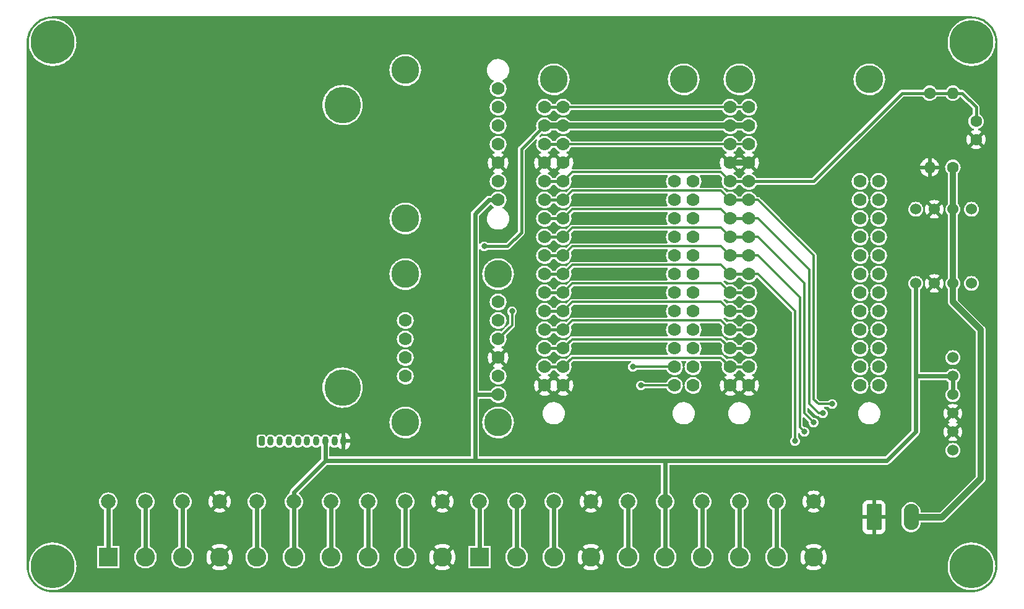
<source format=gtl>
G04 #@! TF.GenerationSoftware,KiCad,Pcbnew,(6.0.5-0)*
G04 #@! TF.CreationDate,2023-01-24T18:47:56-05:00*
G04 #@! TF.ProjectId,Cryologger AWS,4372796f-6c6f-4676-9765-72204157532e,rev?*
G04 #@! TF.SameCoordinates,Original*
G04 #@! TF.FileFunction,Copper,L1,Top*
G04 #@! TF.FilePolarity,Positive*
%FSLAX46Y46*%
G04 Gerber Fmt 4.6, Leading zero omitted, Abs format (unit mm)*
G04 Created by KiCad (PCBNEW (6.0.5-0)) date 2023-01-24 18:47:56*
%MOMM*%
%LPD*%
G01*
G04 APERTURE LIST*
G04 Aperture macros list*
%AMRoundRect*
0 Rectangle with rounded corners*
0 $1 Rounding radius*
0 $2 $3 $4 $5 $6 $7 $8 $9 X,Y pos of 4 corners*
0 Add a 4 corners polygon primitive as box body*
4,1,4,$2,$3,$4,$5,$6,$7,$8,$9,$2,$3,0*
0 Add four circle primitives for the rounded corners*
1,1,$1+$1,$2,$3*
1,1,$1+$1,$4,$5*
1,1,$1+$1,$6,$7*
1,1,$1+$1,$8,$9*
0 Add four rect primitives between the rounded corners*
20,1,$1+$1,$2,$3,$4,$5,0*
20,1,$1+$1,$4,$5,$6,$7,0*
20,1,$1+$1,$6,$7,$8,$9,0*
20,1,$1+$1,$8,$9,$2,$3,0*%
G04 Aperture macros list end*
G04 #@! TA.AperFunction,ComponentPad*
%ADD10C,6.000000*%
G04 #@! TD*
G04 #@! TA.AperFunction,ComponentPad*
%ADD11C,3.810000*%
G04 #@! TD*
G04 #@! TA.AperFunction,ComponentPad*
%ADD12C,1.778000*%
G04 #@! TD*
G04 #@! TA.AperFunction,ComponentPad*
%ADD13RoundRect,0.200000X-0.200000X-0.450000X0.200000X-0.450000X0.200000X0.450000X-0.200000X0.450000X0*%
G04 #@! TD*
G04 #@! TA.AperFunction,ComponentPad*
%ADD14O,0.800000X1.300000*%
G04 #@! TD*
G04 #@! TA.AperFunction,ComponentPad*
%ADD15C,1.600000*%
G04 #@! TD*
G04 #@! TA.AperFunction,ComponentPad*
%ADD16O,1.600000X1.600000*%
G04 #@! TD*
G04 #@! TA.AperFunction,ComponentPad*
%ADD17C,4.999990*%
G04 #@! TD*
G04 #@! TA.AperFunction,ComponentPad*
%ADD18RoundRect,0.249999X-0.790001X-1.550001X0.790001X-1.550001X0.790001X1.550001X-0.790001X1.550001X0*%
G04 #@! TD*
G04 #@! TA.AperFunction,ComponentPad*
%ADD19O,2.080000X3.600000*%
G04 #@! TD*
G04 #@! TA.AperFunction,WasherPad*
%ADD20C,3.810000*%
G04 #@! TD*
G04 #@! TA.AperFunction,ComponentPad*
%ADD21R,2.600000X2.600000*%
G04 #@! TD*
G04 #@! TA.AperFunction,ComponentPad*
%ADD22C,2.600000*%
G04 #@! TD*
G04 #@! TA.AperFunction,ComponentPad*
%ADD23C,1.524000*%
G04 #@! TD*
G04 #@! TA.AperFunction,ComponentPad*
%ADD24C,2.000000*%
G04 #@! TD*
G04 #@! TA.AperFunction,ViaPad*
%ADD25C,0.800000*%
G04 #@! TD*
G04 #@! TA.AperFunction,Conductor*
%ADD26C,0.304800*%
G04 #@! TD*
G04 #@! TA.AperFunction,Conductor*
%ADD27C,0.609600*%
G04 #@! TD*
G04 #@! TA.AperFunction,Conductor*
%ADD28C,0.406400*%
G04 #@! TD*
G04 #@! TA.AperFunction,Conductor*
%ADD29C,0.812800*%
G04 #@! TD*
G04 APERTURE END LIST*
D10*
X91440000Y-60960000D03*
D11*
X160020000Y-66040000D03*
X177800000Y-66040000D03*
D12*
X158750000Y-69850000D03*
X161290000Y-69850000D03*
X158750000Y-72390000D03*
X161290000Y-72390000D03*
X161290000Y-74930000D03*
X158750000Y-74930000D03*
X158750000Y-77470000D03*
X161290000Y-77470000D03*
X158750000Y-80010000D03*
X161290000Y-80010000D03*
X161290000Y-82550000D03*
X158750000Y-82550000D03*
X158750000Y-85090000D03*
X161290000Y-85090000D03*
X158750000Y-87630000D03*
X161290000Y-87630000D03*
X158750000Y-90170000D03*
X161290000Y-90170000D03*
X161290000Y-92710000D03*
X158750000Y-92710000D03*
X158750000Y-95250000D03*
X161290000Y-95250000D03*
X158750000Y-97790000D03*
X161290000Y-97790000D03*
X158750000Y-100330000D03*
X161290000Y-100330000D03*
X161290000Y-102870000D03*
X158750000Y-102870000D03*
X161290000Y-105410000D03*
X158750000Y-105410000D03*
X161290000Y-107950000D03*
X158750000Y-107950000D03*
X176530000Y-80010000D03*
X179070000Y-80010000D03*
X176530000Y-82550000D03*
X179070000Y-82550000D03*
X176530000Y-85090000D03*
X179070000Y-85090000D03*
X176530000Y-87630000D03*
X179070000Y-87630000D03*
X179070000Y-90170000D03*
X176530000Y-90170000D03*
X179070000Y-92710000D03*
X176530000Y-92710000D03*
X176530000Y-95250000D03*
X179070000Y-95250000D03*
X176530000Y-97790000D03*
X179070000Y-97790000D03*
X179070000Y-100330000D03*
X176530000Y-100330000D03*
X176530000Y-102870000D03*
X179070000Y-102870000D03*
X179070000Y-105410000D03*
X176530000Y-105410000D03*
X179070000Y-107950000D03*
X176530000Y-107950000D03*
D10*
X217170000Y-132715000D03*
X217170000Y-60960000D03*
D11*
X185420000Y-66040000D03*
X203200000Y-66040000D03*
D12*
X186690000Y-69850000D03*
X184150000Y-69850000D03*
X186690000Y-72390000D03*
X184150000Y-72390000D03*
X184150000Y-74930000D03*
X186690000Y-74930000D03*
X184150000Y-77470000D03*
X186690000Y-77470000D03*
X184150000Y-80010000D03*
X186690000Y-80010000D03*
X184150000Y-82550000D03*
X186690000Y-82550000D03*
X184150000Y-85090000D03*
X186690000Y-85090000D03*
X186690000Y-87630000D03*
X184150000Y-87630000D03*
X186690000Y-90170000D03*
X184150000Y-90170000D03*
X186690000Y-92710000D03*
X184150000Y-92710000D03*
X184150000Y-95250000D03*
X186690000Y-95250000D03*
X184150000Y-97790000D03*
X186690000Y-97790000D03*
X186690000Y-100330000D03*
X184150000Y-100330000D03*
X186690000Y-102870000D03*
X184150000Y-102870000D03*
X186690000Y-105410000D03*
X184150000Y-105410000D03*
X186690000Y-107950000D03*
X184150000Y-107950000D03*
X204470000Y-80010000D03*
X201930000Y-80010000D03*
X204470000Y-82550000D03*
X201930000Y-82550000D03*
X201930000Y-85090000D03*
X204470000Y-85090000D03*
X201930000Y-87630000D03*
X204470000Y-87630000D03*
X204470000Y-90170000D03*
X201930000Y-90170000D03*
X204470000Y-92710000D03*
X201930000Y-92710000D03*
X201930000Y-95250000D03*
X204470000Y-95250000D03*
X204470000Y-97790000D03*
X201930000Y-97790000D03*
X201930000Y-100330000D03*
X204470000Y-100330000D03*
X204470000Y-102870000D03*
X201930000Y-102870000D03*
X204470000Y-105410000D03*
X201930000Y-105410000D03*
X204470000Y-107950000D03*
X201930000Y-107950000D03*
D13*
X120015000Y-115570000D03*
D14*
X121265000Y-115570000D03*
X122515000Y-115570000D03*
X123765000Y-115570000D03*
X125015000Y-115570000D03*
X126265000Y-115570000D03*
X127515000Y-115570000D03*
X128765000Y-115570000D03*
X130015000Y-115570000D03*
X131265000Y-115570000D03*
D10*
X91440000Y-132715000D03*
D15*
X214630000Y-78085000D03*
D16*
X214630000Y-67925000D03*
D15*
X217805000Y-71775000D03*
X217805000Y-74275000D03*
D17*
X131110000Y-69550000D03*
X131110000Y-108250000D03*
D15*
X211455000Y-67925000D03*
D16*
X211455000Y-78085000D03*
D18*
X203835000Y-125984000D03*
D19*
X208915000Y-125984000D03*
D20*
X139700000Y-113030000D03*
X152400000Y-113030000D03*
X139700000Y-92710000D03*
X152400000Y-92710000D03*
D12*
X152400000Y-109220000D03*
X152400000Y-106680000D03*
X152400000Y-104140000D03*
X152400000Y-101600000D03*
X152400000Y-99060000D03*
X152400000Y-96520000D03*
X139700000Y-106680000D03*
X139700000Y-104140000D03*
X139700000Y-101600000D03*
X139700000Y-99060000D03*
D21*
X149860000Y-131445000D03*
D22*
X154940000Y-131445000D03*
X160020000Y-131445000D03*
X165100000Y-131445000D03*
X170180000Y-131445000D03*
X175260000Y-131445000D03*
X180340000Y-131445000D03*
X185420000Y-131445000D03*
X190500000Y-131445000D03*
X195580000Y-131445000D03*
D20*
X139700000Y-85090000D03*
X139700000Y-64770000D03*
D12*
X152400000Y-82550000D03*
X152400000Y-80010000D03*
X152400000Y-77470000D03*
X152400000Y-74930000D03*
X152400000Y-72390000D03*
X152400000Y-69850000D03*
X152400000Y-67310000D03*
D23*
X209550000Y-83820000D03*
X212090000Y-83820000D03*
X214630000Y-83820000D03*
X217170000Y-83820000D03*
D24*
X99060000Y-123849000D03*
X104140000Y-123849000D03*
X109220000Y-123849000D03*
X114300000Y-123849000D03*
X119380000Y-123849000D03*
X124460000Y-123849000D03*
X129540000Y-123849000D03*
X134620000Y-123849000D03*
X139700000Y-123849000D03*
X144780000Y-123849000D03*
X149860000Y-123849000D03*
X154940000Y-123849000D03*
X160020000Y-123849000D03*
X165100000Y-123849000D03*
X170180000Y-123849000D03*
X175260000Y-123849000D03*
X180340000Y-123849000D03*
X185420000Y-123849000D03*
X190500000Y-123849000D03*
X195580000Y-123849000D03*
D23*
X209550000Y-93980000D03*
X212090000Y-93980000D03*
X214630000Y-93980000D03*
X217170000Y-93980000D03*
X214630000Y-116840000D03*
X214630000Y-111760000D03*
X214630000Y-114300000D03*
X214630000Y-109220000D03*
X214630000Y-106680000D03*
X214630000Y-104140000D03*
D21*
X99060000Y-131445000D03*
D22*
X104140000Y-131445000D03*
X109220000Y-131445000D03*
X114300000Y-131445000D03*
X119380000Y-131445000D03*
X124460000Y-131445000D03*
X129540000Y-131445000D03*
X134620000Y-131445000D03*
X139700000Y-131445000D03*
X144780000Y-131445000D03*
D25*
X154305000Y-97790000D03*
X170815000Y-105410000D03*
X171958000Y-107950000D03*
X198120000Y-110490000D03*
X196850000Y-111760000D03*
X195580000Y-113030000D03*
X111760000Y-68580000D03*
X144145000Y-135255000D03*
X131445000Y-88900000D03*
X146050000Y-81915000D03*
X181610000Y-60325000D03*
X168910000Y-77470000D03*
X111760000Y-111125000D03*
X207010000Y-88900000D03*
X99695000Y-115570000D03*
X168910000Y-100330000D03*
X165100000Y-135255000D03*
X142240000Y-124460000D03*
X200025000Y-111125000D03*
X181610000Y-100330000D03*
X123825000Y-135255000D03*
X91440000Y-68580000D03*
X208280000Y-73025000D03*
X168910000Y-107950000D03*
X176167624Y-115725724D03*
X205740000Y-132080000D03*
X189865000Y-111125000D03*
X156210000Y-60325000D03*
X218440000Y-78105000D03*
X168910000Y-92710000D03*
X135255000Y-114935000D03*
X219075000Y-88900000D03*
X190500000Y-135255000D03*
X194310000Y-85090000D03*
X133985000Y-135255000D03*
X181610000Y-80010000D03*
X214630000Y-73660000D03*
X90170000Y-123825000D03*
X219710000Y-107950000D03*
X205740000Y-60325000D03*
X101600000Y-133985000D03*
X207645000Y-107950000D03*
X91440000Y-88900000D03*
X180340000Y-135255000D03*
X111125000Y-123825000D03*
X168910000Y-85090000D03*
X182880000Y-124460000D03*
X111760000Y-88900000D03*
X194310000Y-66675000D03*
X146050000Y-112395000D03*
X146050000Y-95250000D03*
X194310000Y-77470000D03*
X154940000Y-135255000D03*
X91440000Y-109220000D03*
X146050000Y-67310000D03*
X154940000Y-121920000D03*
X168910000Y-66675000D03*
X150495000Y-88900000D03*
X194310000Y-114300000D03*
X193040000Y-115570000D03*
D26*
X154305000Y-99695000D02*
X152400000Y-101600000D01*
D27*
X109220000Y-131421000D02*
X109220000Y-123825000D01*
D26*
X176530000Y-105410000D02*
X170815000Y-105410000D01*
X154305000Y-97790000D02*
X154305000Y-99695000D01*
X176530000Y-107950000D02*
X171958000Y-107950000D01*
D27*
X104140000Y-123825000D02*
X104140000Y-131421000D01*
D26*
X161290000Y-69850000D02*
X184150000Y-69850000D01*
X184150000Y-69850000D02*
X186690000Y-69850000D01*
D28*
X158750000Y-69850000D02*
X161290000Y-69850000D01*
X158750000Y-74930000D02*
X161290000Y-74930000D01*
D26*
X184150000Y-74930000D02*
X186690000Y-74930000D01*
X161290000Y-74930000D02*
X184150000Y-74930000D01*
X162560000Y-93980000D02*
X182880000Y-93980000D01*
D28*
X158750000Y-95250000D02*
X161290000Y-95250000D01*
D26*
X161290000Y-95250000D02*
X162560000Y-93980000D01*
D28*
X184150000Y-95250000D02*
X186690000Y-95250000D01*
D26*
X182880000Y-93980000D02*
X184150000Y-95250000D01*
D28*
X158750000Y-97790000D02*
X161290000Y-97790000D01*
X184150000Y-97790000D02*
X186690000Y-97790000D01*
D26*
X161290000Y-97790000D02*
X162560000Y-96520000D01*
X182880000Y-96520000D02*
X184150000Y-97790000D01*
X162560000Y-96520000D02*
X182880000Y-96520000D01*
X162560000Y-99060000D02*
X182880000Y-99060000D01*
D28*
X184150000Y-100330000D02*
X186690000Y-100330000D01*
D26*
X161290000Y-100330000D02*
X162560000Y-99060000D01*
D28*
X158750000Y-100330000D02*
X161290000Y-100330000D01*
D26*
X182880000Y-99060000D02*
X184150000Y-100330000D01*
X162531401Y-101628599D02*
X161290000Y-102870000D01*
X184150000Y-102870000D02*
X182908599Y-101628599D01*
X182908599Y-101628599D02*
X162531401Y-101628599D01*
D28*
X186690000Y-102870000D02*
X184150000Y-102870000D01*
X161290000Y-102870000D02*
X158750000Y-102870000D01*
D26*
X182908599Y-104168599D02*
X162531401Y-104168599D01*
X162531401Y-104168599D02*
X161290000Y-105410000D01*
D28*
X161290000Y-105410000D02*
X158750000Y-105410000D01*
X186690000Y-105410000D02*
X184150000Y-105410000D01*
D26*
X184150000Y-105410000D02*
X182908599Y-104168599D01*
X187960000Y-82550000D02*
X195580000Y-90170000D01*
X162560000Y-81280000D02*
X182880000Y-81280000D01*
X186690000Y-82550000D02*
X187960000Y-82550000D01*
D27*
X154940000Y-131421000D02*
X154940000Y-123825000D01*
D26*
X182880000Y-81280000D02*
X184150000Y-82550000D01*
X161290000Y-82550000D02*
X162560000Y-81280000D01*
X195580000Y-109855000D02*
X196215000Y-110490000D01*
X195580000Y-90170000D02*
X195580000Y-109855000D01*
D28*
X184150000Y-82550000D02*
X186690000Y-82550000D01*
D26*
X196215000Y-110490000D02*
X198120000Y-110490000D01*
D28*
X158750000Y-82550000D02*
X161290000Y-82550000D01*
X214630000Y-67925000D02*
X215880000Y-67925000D01*
X211455000Y-67925000D02*
X214630000Y-67925000D01*
X184150000Y-80010000D02*
X186690000Y-80010000D01*
X158750000Y-80010000D02*
X161290000Y-80010000D01*
X217805000Y-69850000D02*
X217805000Y-71775000D01*
X186690000Y-80010000D02*
X195580000Y-80010000D01*
D26*
X162560000Y-78740000D02*
X182880000Y-78740000D01*
D28*
X207645000Y-67945000D02*
X207665000Y-67925000D01*
D26*
X161290000Y-80010000D02*
X162560000Y-78740000D01*
X182880000Y-78740000D02*
X184150000Y-80010000D01*
D28*
X195580000Y-80010000D02*
X207645000Y-67945000D01*
X207665000Y-67925000D02*
X211455000Y-67925000D01*
X215880000Y-67925000D02*
X217805000Y-69850000D01*
X184150000Y-85090000D02*
X186690000Y-85090000D01*
D26*
X196215000Y-111760000D02*
X196850000Y-111760000D01*
D28*
X158750000Y-85090000D02*
X161290000Y-85090000D01*
D26*
X194945000Y-110490000D02*
X196215000Y-111760000D01*
X186690000Y-85090000D02*
X187960000Y-85090000D01*
X182880000Y-83820000D02*
X184150000Y-85090000D01*
X194945000Y-92075000D02*
X194945000Y-110490000D01*
X162560000Y-83820000D02*
X182880000Y-83820000D01*
D27*
X160020000Y-123825000D02*
X160020000Y-131421000D01*
D26*
X187960000Y-85090000D02*
X194945000Y-92075000D01*
X161290000Y-85090000D02*
X162560000Y-83820000D01*
D28*
X184150000Y-87630000D02*
X186690000Y-87630000D01*
D27*
X180340000Y-123825000D02*
X180340000Y-131421000D01*
D28*
X158750000Y-87630000D02*
X161290000Y-87630000D01*
D26*
X182880000Y-86360000D02*
X184150000Y-87630000D01*
X194310000Y-93980000D02*
X194310000Y-111760000D01*
X187960000Y-87630000D02*
X194310000Y-93980000D01*
X162560000Y-86360000D02*
X182880000Y-86360000D01*
X194310000Y-111760000D02*
X195580000Y-113030000D01*
X161290000Y-87630000D02*
X162560000Y-86360000D01*
X186690000Y-87630000D02*
X187960000Y-87630000D01*
D29*
X184150000Y-77470000D02*
X186690000Y-77470000D01*
X214630000Y-96520000D02*
X218440000Y-100330000D01*
X214630000Y-83820000D02*
X214630000Y-93980000D01*
X214662500Y-124492500D02*
X218440000Y-120715000D01*
X214662500Y-124492500D02*
X213171000Y-125984000D01*
X213171000Y-125984000D02*
X208915000Y-125984000D01*
X214630000Y-93980000D02*
X214630000Y-96520000D01*
X218440000Y-100330000D02*
X218440000Y-120715000D01*
X213138500Y-126016500D02*
X208915000Y-126016500D01*
X213138500Y-126016500D02*
X214662500Y-124492500D01*
X214630000Y-83820000D02*
X214630000Y-78085000D01*
D27*
X149085000Y-118250000D02*
X175120000Y-118250000D01*
X175260000Y-123849000D02*
X175260000Y-118390000D01*
X175260000Y-131421000D02*
X175260000Y-123825000D01*
X124460000Y-122555000D02*
X128765000Y-118250000D01*
X209550000Y-106680000D02*
X214630000Y-106680000D01*
X149225000Y-109220000D02*
X149225000Y-84467765D01*
X128765000Y-118250000D02*
X128765000Y-115570000D01*
X175120000Y-118250000D02*
X205600000Y-118250000D01*
X149225000Y-109220000D02*
X149225000Y-118110000D01*
X214630000Y-106680000D02*
X214630000Y-109220000D01*
X151142765Y-82550000D02*
X152400000Y-82550000D01*
X149225000Y-118110000D02*
X149085000Y-118250000D01*
X149225000Y-109220000D02*
X152400000Y-109220000D01*
X124460000Y-131421000D02*
X124460000Y-123825000D01*
X175260000Y-118390000D02*
X175120000Y-118250000D01*
X124460000Y-123849000D02*
X124460000Y-122555000D01*
X128765000Y-118250000D02*
X149085000Y-118250000D01*
X149225000Y-84467765D02*
X151142765Y-82550000D01*
X209550000Y-93980000D02*
X209550000Y-106680000D01*
X205600000Y-118250000D02*
X209550000Y-114300000D01*
X209550000Y-114300000D02*
X209550000Y-106680000D01*
D29*
X161290000Y-72390000D02*
X158750000Y-72390000D01*
D28*
X155575000Y-86995000D02*
X153670000Y-88900000D01*
X158750000Y-72390000D02*
X155575000Y-75565000D01*
D29*
X184150000Y-72390000D02*
X186690000Y-72390000D01*
X184150000Y-72390000D02*
X161290000Y-72390000D01*
D28*
X153670000Y-88900000D02*
X150495000Y-88900000D01*
D27*
X99060000Y-131421000D02*
X99060000Y-123825000D01*
D28*
X155575000Y-75565000D02*
X155575000Y-86995000D01*
D26*
X162560000Y-88900000D02*
X182880000Y-88900000D01*
D28*
X184150000Y-90170000D02*
X186690000Y-90170000D01*
D26*
X161290000Y-90170000D02*
X162560000Y-88900000D01*
X187960000Y-90170000D02*
X193675000Y-95885000D01*
X186690000Y-90170000D02*
X187960000Y-90170000D01*
X193675000Y-95885000D02*
X193675000Y-113665000D01*
X193675000Y-113665000D02*
X194310000Y-114300000D01*
X182880000Y-88900000D02*
X184150000Y-90170000D01*
D27*
X185420000Y-131421000D02*
X185420000Y-123825000D01*
D28*
X158750000Y-90170000D02*
X161290000Y-90170000D01*
D26*
X161290000Y-92710000D02*
X162560000Y-91440000D01*
D28*
X158750000Y-92710000D02*
X161290000Y-92710000D01*
X184150000Y-92710000D02*
X186690000Y-92710000D01*
D26*
X193040000Y-97790000D02*
X193040000Y-115570000D01*
X187960000Y-92710000D02*
X193040000Y-97790000D01*
X186690000Y-92710000D02*
X187960000Y-92710000D01*
X182880000Y-91440000D02*
X184150000Y-92710000D01*
X162560000Y-91440000D02*
X182880000Y-91440000D01*
D27*
X190500000Y-131421000D02*
X190500000Y-123825000D01*
X129540000Y-123825000D02*
X129540000Y-131421000D01*
X134620000Y-131421000D02*
X134620000Y-123825000D01*
X139700000Y-131421000D02*
X139700000Y-123825000D01*
X149860000Y-123825000D02*
X149860000Y-131421000D01*
X119380000Y-123825000D02*
X119380000Y-131421000D01*
X170180000Y-124484000D02*
X170180000Y-132080000D01*
G04 #@! TA.AperFunction,Conductor*
G36*
X217157103Y-57406921D02*
G01*
X217170000Y-57409486D01*
X217182169Y-57407066D01*
X217194569Y-57407066D01*
X217205624Y-57406251D01*
X217403942Y-57415993D01*
X217512322Y-57421318D01*
X217524618Y-57422528D01*
X217857520Y-57471910D01*
X217869642Y-57474320D01*
X217965572Y-57498350D01*
X218196101Y-57556095D01*
X218207933Y-57559684D01*
X218524803Y-57673061D01*
X218536227Y-57677793D01*
X218840456Y-57821683D01*
X218851361Y-57827512D01*
X219140024Y-58000530D01*
X219150305Y-58007400D01*
X219420613Y-58207874D01*
X219430171Y-58215718D01*
X219679531Y-58441725D01*
X219688275Y-58450469D01*
X219914282Y-58699829D01*
X219922126Y-58709387D01*
X220122600Y-58979695D01*
X220129470Y-58989976D01*
X220302488Y-59278639D01*
X220308317Y-59289544D01*
X220452207Y-59593773D01*
X220456939Y-59605197D01*
X220570316Y-59922067D01*
X220573905Y-59933899D01*
X220654801Y-60256848D01*
X220655679Y-60260355D01*
X220658090Y-60272480D01*
X220706183Y-60596692D01*
X220707471Y-60605377D01*
X220708683Y-60617683D01*
X220723749Y-60924376D01*
X220722934Y-60935431D01*
X220722934Y-60947831D01*
X220720514Y-60960000D01*
X220723079Y-60972894D01*
X220725500Y-60997476D01*
X220725500Y-132677524D01*
X220723079Y-132702103D01*
X220720514Y-132715000D01*
X220722934Y-132727169D01*
X220722934Y-132739569D01*
X220723749Y-132750624D01*
X220718640Y-132854622D01*
X220709006Y-133050748D01*
X220708683Y-133057317D01*
X220707472Y-133069618D01*
X220658405Y-133400401D01*
X220658091Y-133402517D01*
X220655680Y-133414642D01*
X220650057Y-133437089D01*
X220573905Y-133741101D01*
X220570316Y-133752933D01*
X220456939Y-134069803D01*
X220452207Y-134081227D01*
X220308317Y-134385456D01*
X220302488Y-134396361D01*
X220129470Y-134685024D01*
X220122600Y-134695305D01*
X219922126Y-134965613D01*
X219914282Y-134975171D01*
X219688275Y-135224531D01*
X219679531Y-135233275D01*
X219430171Y-135459282D01*
X219420613Y-135467126D01*
X219150305Y-135667600D01*
X219140024Y-135674470D01*
X218851361Y-135847488D01*
X218840456Y-135853317D01*
X218536227Y-135997207D01*
X218524803Y-136001939D01*
X218207933Y-136115316D01*
X218196101Y-136118905D01*
X217974559Y-136174399D01*
X217869642Y-136200680D01*
X217857520Y-136203090D01*
X217524618Y-136252472D01*
X217512322Y-136253682D01*
X217403942Y-136259007D01*
X217205624Y-136268749D01*
X217194569Y-136267934D01*
X217182169Y-136267934D01*
X217170000Y-136265514D01*
X217157103Y-136268079D01*
X217132524Y-136270500D01*
X91477476Y-136270500D01*
X91452897Y-136268079D01*
X91440000Y-136265514D01*
X91427831Y-136267934D01*
X91415431Y-136267934D01*
X91404376Y-136268749D01*
X91206058Y-136259007D01*
X91097678Y-136253682D01*
X91085382Y-136252472D01*
X90752480Y-136203090D01*
X90740358Y-136200680D01*
X90635441Y-136174399D01*
X90413899Y-136118905D01*
X90402067Y-136115316D01*
X90085197Y-136001939D01*
X90073773Y-135997207D01*
X89769544Y-135853317D01*
X89758639Y-135847488D01*
X89469976Y-135674470D01*
X89459695Y-135667600D01*
X89189387Y-135467126D01*
X89179829Y-135459282D01*
X88930469Y-135233275D01*
X88921725Y-135224531D01*
X88695718Y-134975171D01*
X88687874Y-134965613D01*
X88487400Y-134695305D01*
X88480530Y-134685024D01*
X88307512Y-134396361D01*
X88301683Y-134385456D01*
X88157793Y-134081227D01*
X88153061Y-134069803D01*
X88039684Y-133752933D01*
X88036095Y-133741101D01*
X87959943Y-133437089D01*
X87954320Y-133414642D01*
X87951909Y-133402517D01*
X87951595Y-133400401D01*
X87902528Y-133069618D01*
X87901317Y-133057317D01*
X87900995Y-133050748D01*
X87891360Y-132854622D01*
X87886251Y-132750624D01*
X87887066Y-132739569D01*
X87887066Y-132727169D01*
X87889486Y-132715000D01*
X87887223Y-132703623D01*
X88180740Y-132703623D01*
X88180912Y-132707018D01*
X88180912Y-132707019D01*
X88192480Y-132935377D01*
X88198575Y-133055688D01*
X88199112Y-133059043D01*
X88199113Y-133059049D01*
X88226210Y-133228220D01*
X88254328Y-133403767D01*
X88347347Y-133743789D01*
X88476545Y-134071776D01*
X88478128Y-134074791D01*
X88638825Y-134380875D01*
X88638830Y-134380883D01*
X88640409Y-134383891D01*
X88642303Y-134386709D01*
X88642308Y-134386718D01*
X88737675Y-134528639D01*
X88837023Y-134676484D01*
X89064087Y-134946131D01*
X89066547Y-134948482D01*
X89066550Y-134948485D01*
X89316482Y-135187325D01*
X89316489Y-135187331D01*
X89318945Y-135189678D01*
X89598614Y-135404276D01*
X89601532Y-135406050D01*
X89896910Y-135585643D01*
X89896915Y-135585646D01*
X89899825Y-135587415D01*
X89902913Y-135588861D01*
X89902912Y-135588861D01*
X90215968Y-135735508D01*
X90215978Y-135735512D01*
X90219052Y-135736952D01*
X90222270Y-135738054D01*
X90222273Y-135738055D01*
X90549331Y-135850032D01*
X90549335Y-135850033D01*
X90552562Y-135851138D01*
X90555892Y-135851888D01*
X90555901Y-135851891D01*
X90799150Y-135906709D01*
X90896454Y-135928637D01*
X90899839Y-135929023D01*
X90899847Y-135929024D01*
X91243321Y-135968158D01*
X91243329Y-135968158D01*
X91246704Y-135968543D01*
X91250108Y-135968561D01*
X91250111Y-135968561D01*
X91441972Y-135969566D01*
X91599215Y-135970389D01*
X91602601Y-135970039D01*
X91602603Y-135970039D01*
X91946472Y-135934504D01*
X91946481Y-135934503D01*
X91949864Y-135934153D01*
X91953197Y-135933439D01*
X91953200Y-135933438D01*
X92122855Y-135897067D01*
X92294548Y-135860259D01*
X92629236Y-135749572D01*
X92950012Y-135603386D01*
X92952949Y-135601642D01*
X92952955Y-135601639D01*
X93250189Y-135425153D01*
X93253123Y-135423411D01*
X93535025Y-135211753D01*
X93792419Y-134970888D01*
X93813714Y-134946131D01*
X93890405Y-134856969D01*
X94022294Y-134703634D01*
X94035084Y-134685024D01*
X94220031Y-134415925D01*
X94220036Y-134415918D01*
X94221961Y-134413116D01*
X94223573Y-134410122D01*
X94223578Y-134410114D01*
X94387463Y-134105746D01*
X94389085Y-134102734D01*
X94521710Y-133776118D01*
X94528315Y-133752933D01*
X94617351Y-133440367D01*
X94618285Y-133437089D01*
X94623981Y-133403767D01*
X94677108Y-133092959D01*
X94677108Y-133092957D01*
X94677680Y-133089612D01*
X94679278Y-133063500D01*
X94690431Y-132881145D01*
X94699201Y-132737754D01*
X94699244Y-132725473D01*
X94699274Y-132716820D01*
X94699274Y-132716809D01*
X94699280Y-132715000D01*
X94680216Y-132363000D01*
X94623248Y-132015117D01*
X94529043Y-131675422D01*
X94398701Y-131347888D01*
X94285888Y-131134822D01*
X94235347Y-131039366D01*
X94235343Y-131039359D01*
X94233748Y-131036347D01*
X94036114Y-130744442D01*
X93808110Y-130475589D01*
X93552404Y-130232933D01*
X93549697Y-130230871D01*
X93549689Y-130230864D01*
X93404070Y-130119933D01*
X97505500Y-130119933D01*
X97505501Y-132770066D01*
X97520266Y-132844301D01*
X97527161Y-132854620D01*
X97527162Y-132854622D01*
X97550739Y-132889906D01*
X97576516Y-132928484D01*
X97660699Y-132984734D01*
X97734933Y-132999500D01*
X99059785Y-132999500D01*
X100385066Y-132999499D01*
X100420818Y-132992388D01*
X100447126Y-132987156D01*
X100447128Y-132987155D01*
X100459301Y-132984734D01*
X100469621Y-132977839D01*
X100469622Y-132977838D01*
X100533168Y-132935377D01*
X100543484Y-132928484D01*
X100599734Y-132844301D01*
X100614500Y-132770067D01*
X100614499Y-131445000D01*
X102580693Y-131445000D01*
X102599891Y-131688929D01*
X102657011Y-131926852D01*
X102658904Y-131931423D01*
X102658905Y-131931425D01*
X102690362Y-132007368D01*
X102750647Y-132152911D01*
X102878494Y-132361538D01*
X103037403Y-132547597D01*
X103223462Y-132706506D01*
X103432089Y-132834353D01*
X103436659Y-132836246D01*
X103436663Y-132836248D01*
X103653575Y-132926095D01*
X103658148Y-132927989D01*
X103740452Y-132947748D01*
X103891258Y-132983954D01*
X103891264Y-132983955D01*
X103896071Y-132985109D01*
X104140000Y-133004307D01*
X104383929Y-132985109D01*
X104388736Y-132983955D01*
X104388742Y-132983954D01*
X104539548Y-132947748D01*
X104621852Y-132927989D01*
X104626425Y-132926095D01*
X104843337Y-132836248D01*
X104843341Y-132836246D01*
X104847911Y-132834353D01*
X105056538Y-132706506D01*
X105242597Y-132547597D01*
X105401506Y-132361538D01*
X105529353Y-132152911D01*
X105589639Y-132007368D01*
X105621095Y-131931425D01*
X105621096Y-131931423D01*
X105622989Y-131926852D01*
X105680109Y-131688929D01*
X105699307Y-131445000D01*
X107660693Y-131445000D01*
X107679891Y-131688929D01*
X107737011Y-131926852D01*
X107738904Y-131931423D01*
X107738905Y-131931425D01*
X107770362Y-132007368D01*
X107830647Y-132152911D01*
X107958494Y-132361538D01*
X108117403Y-132547597D01*
X108303462Y-132706506D01*
X108512089Y-132834353D01*
X108516659Y-132836246D01*
X108516663Y-132836248D01*
X108733575Y-132926095D01*
X108738148Y-132927989D01*
X108820452Y-132947748D01*
X108971258Y-132983954D01*
X108971264Y-132983955D01*
X108976071Y-132985109D01*
X109220000Y-133004307D01*
X109463929Y-132985109D01*
X109468736Y-132983955D01*
X109468742Y-132983954D01*
X109619548Y-132947748D01*
X109701852Y-132927989D01*
X109706425Y-132926095D01*
X109793794Y-132889906D01*
X113219839Y-132889906D01*
X113228553Y-132901427D01*
X113335452Y-132979809D01*
X113343351Y-132984745D01*
X113572905Y-133105519D01*
X113581454Y-133109236D01*
X113826327Y-133194749D01*
X113835336Y-133197163D01*
X114090166Y-133245544D01*
X114099423Y-133246598D01*
X114358607Y-133256783D01*
X114367921Y-133256457D01*
X114625753Y-133228220D01*
X114634930Y-133226519D01*
X114885758Y-133160481D01*
X114894574Y-133157445D01*
X115132880Y-133055062D01*
X115141167Y-133050748D01*
X115361718Y-132914266D01*
X115369268Y-132908780D01*
X115374559Y-132904301D01*
X115382997Y-132891497D01*
X115376935Y-132881145D01*
X114312812Y-131817022D01*
X114298868Y-131809408D01*
X114297035Y-131809539D01*
X114290420Y-131813790D01*
X113226497Y-132877713D01*
X113219839Y-132889906D01*
X109793794Y-132889906D01*
X109923337Y-132836248D01*
X109923341Y-132836246D01*
X109927911Y-132834353D01*
X110136538Y-132706506D01*
X110322597Y-132547597D01*
X110481506Y-132361538D01*
X110609353Y-132152911D01*
X110669639Y-132007368D01*
X110701095Y-131931425D01*
X110701096Y-131931423D01*
X110702989Y-131926852D01*
X110760109Y-131688929D01*
X110779307Y-131445000D01*
X110775939Y-131402211D01*
X112487775Y-131402211D01*
X112500220Y-131661288D01*
X112501356Y-131670543D01*
X112551961Y-131924945D01*
X112554449Y-131933917D01*
X112642095Y-132178033D01*
X112645895Y-132186568D01*
X112768658Y-132415042D01*
X112773666Y-132422904D01*
X112843720Y-132516716D01*
X112854979Y-132525165D01*
X112867397Y-132518393D01*
X113927978Y-131457812D01*
X113934356Y-131446132D01*
X114664408Y-131446132D01*
X114664539Y-131447965D01*
X114668790Y-131454580D01*
X115736094Y-132521884D01*
X115748474Y-132528644D01*
X115756815Y-132522400D01*
X115890832Y-132314048D01*
X115895275Y-132305864D01*
X116001807Y-132069370D01*
X116004997Y-132060605D01*
X116075402Y-131810972D01*
X116077262Y-131801830D01*
X116110187Y-131543019D01*
X116110668Y-131536733D01*
X116112987Y-131448160D01*
X116112911Y-131445000D01*
X117820693Y-131445000D01*
X117839891Y-131688929D01*
X117897011Y-131926852D01*
X117898904Y-131931423D01*
X117898905Y-131931425D01*
X117930362Y-132007368D01*
X117990647Y-132152911D01*
X118118494Y-132361538D01*
X118277403Y-132547597D01*
X118463462Y-132706506D01*
X118672089Y-132834353D01*
X118676659Y-132836246D01*
X118676663Y-132836248D01*
X118893575Y-132926095D01*
X118898148Y-132927989D01*
X118980452Y-132947748D01*
X119131258Y-132983954D01*
X119131264Y-132983955D01*
X119136071Y-132985109D01*
X119380000Y-133004307D01*
X119623929Y-132985109D01*
X119628736Y-132983955D01*
X119628742Y-132983954D01*
X119779548Y-132947748D01*
X119861852Y-132927989D01*
X119866425Y-132926095D01*
X120083337Y-132836248D01*
X120083341Y-132836246D01*
X120087911Y-132834353D01*
X120296538Y-132706506D01*
X120482597Y-132547597D01*
X120641506Y-132361538D01*
X120769353Y-132152911D01*
X120829639Y-132007368D01*
X120861095Y-131931425D01*
X120861096Y-131931423D01*
X120862989Y-131926852D01*
X120920109Y-131688929D01*
X120939307Y-131445000D01*
X120920109Y-131201071D01*
X120913240Y-131172457D01*
X120864144Y-130967960D01*
X120862989Y-130963148D01*
X120822496Y-130865389D01*
X120771248Y-130741663D01*
X120771246Y-130741659D01*
X120769353Y-130737089D01*
X120641506Y-130528462D01*
X120482597Y-130342403D01*
X120296538Y-130183494D01*
X120087911Y-130055647D01*
X120083341Y-130053754D01*
X120083337Y-130053752D01*
X120017082Y-130026309D01*
X119961801Y-129981761D01*
X119939300Y-129909900D01*
X119939300Y-125052386D01*
X119959302Y-124984265D01*
X120002299Y-124943267D01*
X120004659Y-124941905D01*
X120009646Y-124939579D01*
X120014155Y-124936422D01*
X120184946Y-124816833D01*
X120184949Y-124816831D01*
X120189457Y-124813674D01*
X120344674Y-124658457D01*
X120470579Y-124478646D01*
X120472902Y-124473664D01*
X120472905Y-124473659D01*
X120544084Y-124321012D01*
X120563347Y-124279703D01*
X120620161Y-124067674D01*
X120639292Y-123849000D01*
X120620161Y-123630326D01*
X120563347Y-123418297D01*
X120519896Y-123325116D01*
X120472905Y-123224341D01*
X120472902Y-123224336D01*
X120470579Y-123219354D01*
X120344674Y-123039543D01*
X120189457Y-122884326D01*
X120184949Y-122881169D01*
X120184946Y-122881167D01*
X120014155Y-122761578D01*
X120014153Y-122761577D01*
X120009646Y-122758421D01*
X120004664Y-122756098D01*
X120004659Y-122756095D01*
X119886797Y-122701136D01*
X119810703Y-122665653D01*
X119598674Y-122608839D01*
X119380000Y-122589708D01*
X119161326Y-122608839D01*
X118949297Y-122665653D01*
X118873203Y-122701136D01*
X118755341Y-122756095D01*
X118755336Y-122756098D01*
X118750354Y-122758421D01*
X118745847Y-122761577D01*
X118745845Y-122761578D01*
X118575054Y-122881167D01*
X118575051Y-122881169D01*
X118570543Y-122884326D01*
X118415326Y-123039543D01*
X118289421Y-123219354D01*
X118287098Y-123224336D01*
X118287095Y-123224341D01*
X118240104Y-123325116D01*
X118196653Y-123418297D01*
X118139839Y-123630326D01*
X118120708Y-123849000D01*
X118139839Y-124067674D01*
X118196653Y-124279703D01*
X118215916Y-124321012D01*
X118287095Y-124473659D01*
X118287098Y-124473664D01*
X118289421Y-124478646D01*
X118415326Y-124658457D01*
X118570543Y-124813674D01*
X118575051Y-124816831D01*
X118575054Y-124816833D01*
X118745845Y-124936422D01*
X118750354Y-124939579D01*
X118755341Y-124941905D01*
X118757701Y-124943267D01*
X118806694Y-124994650D01*
X118820700Y-125052386D01*
X118820700Y-129909900D01*
X118800698Y-129978021D01*
X118742918Y-130026309D01*
X118676663Y-130053752D01*
X118676659Y-130053754D01*
X118672089Y-130055647D01*
X118463462Y-130183494D01*
X118277403Y-130342403D01*
X118118494Y-130528462D01*
X117990647Y-130737089D01*
X117988754Y-130741659D01*
X117988752Y-130741663D01*
X117937504Y-130865389D01*
X117897011Y-130963148D01*
X117895856Y-130967960D01*
X117846761Y-131172457D01*
X117839891Y-131201071D01*
X117820693Y-131445000D01*
X116112911Y-131445000D01*
X116112836Y-131441851D01*
X116093501Y-131181663D01*
X116092125Y-131172457D01*
X116034878Y-130919467D01*
X116032154Y-130910556D01*
X115938143Y-130668806D01*
X115934132Y-130660397D01*
X115805422Y-130435202D01*
X115800211Y-130427476D01*
X115756996Y-130372658D01*
X115745071Y-130364187D01*
X115733537Y-130370673D01*
X114672022Y-131432188D01*
X114664408Y-131446132D01*
X113934356Y-131446132D01*
X113935592Y-131443868D01*
X113935461Y-131442035D01*
X113931210Y-131435420D01*
X112865816Y-130370026D01*
X112852507Y-130362758D01*
X112842472Y-130369878D01*
X112826937Y-130388556D01*
X112821531Y-130396135D01*
X112686965Y-130617891D01*
X112682736Y-130626192D01*
X112582432Y-130865389D01*
X112579471Y-130874239D01*
X112515628Y-131125625D01*
X112514006Y-131134822D01*
X112488020Y-131392885D01*
X112487775Y-131402211D01*
X110775939Y-131402211D01*
X110760109Y-131201071D01*
X110753240Y-131172457D01*
X110704144Y-130967960D01*
X110702989Y-130963148D01*
X110662496Y-130865389D01*
X110611248Y-130741663D01*
X110611246Y-130741659D01*
X110609353Y-130737089D01*
X110481506Y-130528462D01*
X110322597Y-130342403D01*
X110136538Y-130183494D01*
X109927911Y-130055647D01*
X109923341Y-130053754D01*
X109923337Y-130053752D01*
X109857082Y-130026309D01*
X109821567Y-129997689D01*
X113217102Y-129997689D01*
X113221675Y-130007465D01*
X114287188Y-131072978D01*
X114301132Y-131080592D01*
X114302965Y-131080461D01*
X114309580Y-131076210D01*
X115374349Y-130011441D01*
X115380733Y-129999751D01*
X115371321Y-129987641D01*
X115224045Y-129885471D01*
X115216010Y-129880738D01*
X114983376Y-129766016D01*
X114974743Y-129762528D01*
X114727703Y-129683450D01*
X114718643Y-129681274D01*
X114462630Y-129639580D01*
X114453343Y-129638768D01*
X114193992Y-129635373D01*
X114184681Y-129635943D01*
X113927682Y-129670919D01*
X113918546Y-129672860D01*
X113669543Y-129745439D01*
X113660800Y-129748707D01*
X113425252Y-129857296D01*
X113417097Y-129861816D01*
X113226240Y-129986947D01*
X113217102Y-129997689D01*
X109821567Y-129997689D01*
X109801801Y-129981761D01*
X109779300Y-129909900D01*
X109779300Y-125081670D01*
X113432160Y-125081670D01*
X113437887Y-125089320D01*
X113609042Y-125194205D01*
X113617837Y-125198687D01*
X113827988Y-125285734D01*
X113837373Y-125288783D01*
X114058554Y-125341885D01*
X114068301Y-125343428D01*
X114295070Y-125361275D01*
X114304930Y-125361275D01*
X114531699Y-125343428D01*
X114541446Y-125341885D01*
X114762627Y-125288783D01*
X114772012Y-125285734D01*
X114982163Y-125198687D01*
X114990958Y-125194205D01*
X115158445Y-125091568D01*
X115167907Y-125081110D01*
X115164124Y-125072334D01*
X114312812Y-124221022D01*
X114298868Y-124213408D01*
X114297035Y-124213539D01*
X114290420Y-124217790D01*
X113438920Y-125069290D01*
X113432160Y-125081670D01*
X109779300Y-125081670D01*
X109779300Y-125052386D01*
X109799302Y-124984265D01*
X109842299Y-124943267D01*
X109844659Y-124941905D01*
X109849646Y-124939579D01*
X109854155Y-124936422D01*
X110024946Y-124816833D01*
X110024949Y-124816831D01*
X110029457Y-124813674D01*
X110184674Y-124658457D01*
X110310579Y-124478646D01*
X110312902Y-124473664D01*
X110312905Y-124473659D01*
X110384084Y-124321012D01*
X110403347Y-124279703D01*
X110460161Y-124067674D01*
X110478861Y-123853930D01*
X112787725Y-123853930D01*
X112805572Y-124080699D01*
X112807115Y-124090446D01*
X112860217Y-124311627D01*
X112863266Y-124321012D01*
X112950313Y-124531163D01*
X112954795Y-124539958D01*
X113057432Y-124707445D01*
X113067890Y-124716907D01*
X113076666Y-124713124D01*
X113927978Y-123861812D01*
X113934356Y-123850132D01*
X114664408Y-123850132D01*
X114664539Y-123851965D01*
X114668790Y-123858580D01*
X115520290Y-124710080D01*
X115532670Y-124716840D01*
X115540320Y-124711113D01*
X115645205Y-124539958D01*
X115649687Y-124531163D01*
X115736734Y-124321012D01*
X115739783Y-124311627D01*
X115792885Y-124090446D01*
X115794428Y-124080699D01*
X115812275Y-123853930D01*
X115812275Y-123844070D01*
X115794428Y-123617301D01*
X115792885Y-123607554D01*
X115739783Y-123386373D01*
X115736734Y-123376988D01*
X115649687Y-123166837D01*
X115645205Y-123158042D01*
X115542568Y-122990555D01*
X115532110Y-122981093D01*
X115523334Y-122984876D01*
X114672022Y-123836188D01*
X114664408Y-123850132D01*
X113934356Y-123850132D01*
X113935592Y-123847868D01*
X113935461Y-123846035D01*
X113931210Y-123839420D01*
X113079710Y-122987920D01*
X113067330Y-122981160D01*
X113059680Y-122986887D01*
X112954795Y-123158042D01*
X112950313Y-123166837D01*
X112863266Y-123376988D01*
X112860217Y-123386373D01*
X112807115Y-123607554D01*
X112805572Y-123617301D01*
X112787725Y-123844070D01*
X112787725Y-123853930D01*
X110478861Y-123853930D01*
X110479292Y-123849000D01*
X110460161Y-123630326D01*
X110403347Y-123418297D01*
X110359896Y-123325116D01*
X110312905Y-123224341D01*
X110312902Y-123224336D01*
X110310579Y-123219354D01*
X110184674Y-123039543D01*
X110029457Y-122884326D01*
X110024949Y-122881169D01*
X110024946Y-122881167D01*
X109854155Y-122761578D01*
X109854153Y-122761577D01*
X109849646Y-122758421D01*
X109844664Y-122756098D01*
X109844659Y-122756095D01*
X109726797Y-122701136D01*
X109650703Y-122665653D01*
X109468720Y-122616890D01*
X113432093Y-122616890D01*
X113435876Y-122625666D01*
X114287188Y-123476978D01*
X114301132Y-123484592D01*
X114302965Y-123484461D01*
X114309580Y-123480210D01*
X115161080Y-122628710D01*
X115167840Y-122616330D01*
X115162113Y-122608680D01*
X114990958Y-122503795D01*
X114982163Y-122499313D01*
X114772012Y-122412266D01*
X114762627Y-122409217D01*
X114541446Y-122356115D01*
X114531699Y-122354572D01*
X114304930Y-122336725D01*
X114295070Y-122336725D01*
X114068301Y-122354572D01*
X114058554Y-122356115D01*
X113837373Y-122409217D01*
X113827988Y-122412266D01*
X113617837Y-122499313D01*
X113609042Y-122503795D01*
X113441555Y-122606432D01*
X113432093Y-122616890D01*
X109468720Y-122616890D01*
X109438674Y-122608839D01*
X109220000Y-122589708D01*
X109001326Y-122608839D01*
X108789297Y-122665653D01*
X108713203Y-122701136D01*
X108595341Y-122756095D01*
X108595336Y-122756098D01*
X108590354Y-122758421D01*
X108585847Y-122761577D01*
X108585845Y-122761578D01*
X108415054Y-122881167D01*
X108415051Y-122881169D01*
X108410543Y-122884326D01*
X108255326Y-123039543D01*
X108129421Y-123219354D01*
X108127098Y-123224336D01*
X108127095Y-123224341D01*
X108080104Y-123325116D01*
X108036653Y-123418297D01*
X107979839Y-123630326D01*
X107960708Y-123849000D01*
X107979839Y-124067674D01*
X108036653Y-124279703D01*
X108055916Y-124321012D01*
X108127095Y-124473659D01*
X108127098Y-124473664D01*
X108129421Y-124478646D01*
X108255326Y-124658457D01*
X108410543Y-124813674D01*
X108415051Y-124816831D01*
X108415054Y-124816833D01*
X108585845Y-124936422D01*
X108590354Y-124939579D01*
X108595341Y-124941905D01*
X108597701Y-124943267D01*
X108646694Y-124994650D01*
X108660700Y-125052386D01*
X108660700Y-129909900D01*
X108640698Y-129978021D01*
X108582918Y-130026309D01*
X108516663Y-130053752D01*
X108516659Y-130053754D01*
X108512089Y-130055647D01*
X108303462Y-130183494D01*
X108117403Y-130342403D01*
X107958494Y-130528462D01*
X107830647Y-130737089D01*
X107828754Y-130741659D01*
X107828752Y-130741663D01*
X107777504Y-130865389D01*
X107737011Y-130963148D01*
X107735856Y-130967960D01*
X107686761Y-131172457D01*
X107679891Y-131201071D01*
X107660693Y-131445000D01*
X105699307Y-131445000D01*
X105680109Y-131201071D01*
X105673240Y-131172457D01*
X105624144Y-130967960D01*
X105622989Y-130963148D01*
X105582496Y-130865389D01*
X105531248Y-130741663D01*
X105531246Y-130741659D01*
X105529353Y-130737089D01*
X105401506Y-130528462D01*
X105242597Y-130342403D01*
X105056538Y-130183494D01*
X104847911Y-130055647D01*
X104843341Y-130053754D01*
X104843337Y-130053752D01*
X104777082Y-130026309D01*
X104721801Y-129981761D01*
X104699300Y-129909900D01*
X104699300Y-125052386D01*
X104719302Y-124984265D01*
X104762299Y-124943267D01*
X104764659Y-124941905D01*
X104769646Y-124939579D01*
X104774155Y-124936422D01*
X104944946Y-124816833D01*
X104944949Y-124816831D01*
X104949457Y-124813674D01*
X105104674Y-124658457D01*
X105230579Y-124478646D01*
X105232902Y-124473664D01*
X105232905Y-124473659D01*
X105304084Y-124321012D01*
X105323347Y-124279703D01*
X105380161Y-124067674D01*
X105399292Y-123849000D01*
X105380161Y-123630326D01*
X105323347Y-123418297D01*
X105279896Y-123325116D01*
X105232905Y-123224341D01*
X105232902Y-123224336D01*
X105230579Y-123219354D01*
X105104674Y-123039543D01*
X104949457Y-122884326D01*
X104944949Y-122881169D01*
X104944946Y-122881167D01*
X104774155Y-122761578D01*
X104774153Y-122761577D01*
X104769646Y-122758421D01*
X104764664Y-122756098D01*
X104764659Y-122756095D01*
X104646797Y-122701136D01*
X104570703Y-122665653D01*
X104358674Y-122608839D01*
X104140000Y-122589708D01*
X103921326Y-122608839D01*
X103709297Y-122665653D01*
X103633203Y-122701136D01*
X103515341Y-122756095D01*
X103515336Y-122756098D01*
X103510354Y-122758421D01*
X103505847Y-122761577D01*
X103505845Y-122761578D01*
X103335054Y-122881167D01*
X103335051Y-122881169D01*
X103330543Y-122884326D01*
X103175326Y-123039543D01*
X103049421Y-123219354D01*
X103047098Y-123224336D01*
X103047095Y-123224341D01*
X103000104Y-123325116D01*
X102956653Y-123418297D01*
X102899839Y-123630326D01*
X102880708Y-123849000D01*
X102899839Y-124067674D01*
X102956653Y-124279703D01*
X102975916Y-124321012D01*
X103047095Y-124473659D01*
X103047098Y-124473664D01*
X103049421Y-124478646D01*
X103175326Y-124658457D01*
X103330543Y-124813674D01*
X103335051Y-124816831D01*
X103335054Y-124816833D01*
X103505845Y-124936422D01*
X103510354Y-124939579D01*
X103515341Y-124941905D01*
X103517701Y-124943267D01*
X103566694Y-124994650D01*
X103580700Y-125052386D01*
X103580700Y-129909900D01*
X103560698Y-129978021D01*
X103502918Y-130026309D01*
X103436663Y-130053752D01*
X103436659Y-130053754D01*
X103432089Y-130055647D01*
X103223462Y-130183494D01*
X103037403Y-130342403D01*
X102878494Y-130528462D01*
X102750647Y-130737089D01*
X102748754Y-130741659D01*
X102748752Y-130741663D01*
X102697504Y-130865389D01*
X102657011Y-130963148D01*
X102655856Y-130967960D01*
X102606761Y-131172457D01*
X102599891Y-131201071D01*
X102580693Y-131445000D01*
X100614499Y-131445000D01*
X100614499Y-130119934D01*
X100599734Y-130045699D01*
X100579220Y-130014997D01*
X100550377Y-129971832D01*
X100543484Y-129961516D01*
X100459301Y-129905266D01*
X100385067Y-129890500D01*
X99745300Y-129890500D01*
X99677179Y-129870498D01*
X99630686Y-129816842D01*
X99619300Y-129764500D01*
X99619300Y-125052386D01*
X99639302Y-124984265D01*
X99682299Y-124943267D01*
X99684659Y-124941905D01*
X99689646Y-124939579D01*
X99694155Y-124936422D01*
X99864946Y-124816833D01*
X99864949Y-124816831D01*
X99869457Y-124813674D01*
X100024674Y-124658457D01*
X100150579Y-124478646D01*
X100152902Y-124473664D01*
X100152905Y-124473659D01*
X100224084Y-124321012D01*
X100243347Y-124279703D01*
X100300161Y-124067674D01*
X100319292Y-123849000D01*
X100300161Y-123630326D01*
X100243347Y-123418297D01*
X100199896Y-123325116D01*
X100152905Y-123224341D01*
X100152902Y-123224336D01*
X100150579Y-123219354D01*
X100024674Y-123039543D01*
X99869457Y-122884326D01*
X99864949Y-122881169D01*
X99864946Y-122881167D01*
X99694155Y-122761578D01*
X99694153Y-122761577D01*
X99689646Y-122758421D01*
X99684664Y-122756098D01*
X99684659Y-122756095D01*
X99566797Y-122701136D01*
X99490703Y-122665653D01*
X99278674Y-122608839D01*
X99060000Y-122589708D01*
X98841326Y-122608839D01*
X98629297Y-122665653D01*
X98553203Y-122701136D01*
X98435341Y-122756095D01*
X98435336Y-122756098D01*
X98430354Y-122758421D01*
X98425847Y-122761577D01*
X98425845Y-122761578D01*
X98255054Y-122881167D01*
X98255051Y-122881169D01*
X98250543Y-122884326D01*
X98095326Y-123039543D01*
X97969421Y-123219354D01*
X97967098Y-123224336D01*
X97967095Y-123224341D01*
X97920104Y-123325116D01*
X97876653Y-123418297D01*
X97819839Y-123630326D01*
X97800708Y-123849000D01*
X97819839Y-124067674D01*
X97876653Y-124279703D01*
X97895916Y-124321012D01*
X97967095Y-124473659D01*
X97967098Y-124473664D01*
X97969421Y-124478646D01*
X98095326Y-124658457D01*
X98250543Y-124813674D01*
X98255051Y-124816831D01*
X98255054Y-124816833D01*
X98425845Y-124936422D01*
X98430354Y-124939579D01*
X98435341Y-124941905D01*
X98437701Y-124943267D01*
X98486694Y-124994650D01*
X98500700Y-125052386D01*
X98500700Y-129764501D01*
X98480698Y-129832622D01*
X98427042Y-129879115D01*
X98374700Y-129890501D01*
X97734934Y-129890501D01*
X97699182Y-129897612D01*
X97672874Y-129902844D01*
X97672872Y-129902845D01*
X97660699Y-129905266D01*
X97650379Y-129912161D01*
X97650378Y-129912162D01*
X97589985Y-129952516D01*
X97576516Y-129961516D01*
X97520266Y-130045699D01*
X97505500Y-130119933D01*
X93404070Y-130119933D01*
X93323077Y-130058233D01*
X93271987Y-130019313D01*
X93164749Y-129954623D01*
X92973054Y-129838985D01*
X92973048Y-129838982D01*
X92970139Y-129837227D01*
X92650392Y-129688805D01*
X92483439Y-129632295D01*
X92319712Y-129576876D01*
X92319707Y-129576875D01*
X92316485Y-129575784D01*
X92092378Y-129526100D01*
X91975655Y-129500223D01*
X91975651Y-129500222D01*
X91972325Y-129499485D01*
X91828771Y-129483637D01*
X91625320Y-129461175D01*
X91625313Y-129461175D01*
X91621938Y-129460802D01*
X91618539Y-129460796D01*
X91618538Y-129460796D01*
X91452052Y-129460506D01*
X91269422Y-129460187D01*
X91138668Y-129474161D01*
X90922286Y-129497285D01*
X90922280Y-129497286D01*
X90918902Y-129497647D01*
X90915579Y-129498371D01*
X90915576Y-129498372D01*
X90907087Y-129500223D01*
X90574478Y-129572743D01*
X90240179Y-129684598D01*
X90237086Y-129686020D01*
X90237085Y-129686021D01*
X90231032Y-129688805D01*
X89919915Y-129831903D01*
X89916981Y-129833659D01*
X89916979Y-129833660D01*
X89642907Y-129997689D01*
X89617434Y-130012934D01*
X89614708Y-130014996D01*
X89614706Y-130014997D01*
X89387662Y-130186710D01*
X89336273Y-130225575D01*
X89333788Y-130227917D01*
X89333783Y-130227921D01*
X89325972Y-130235282D01*
X89079721Y-130467337D01*
X89077509Y-130469927D01*
X89077507Y-130469929D01*
X89030731Y-130524697D01*
X88850780Y-130735392D01*
X88848861Y-130738204D01*
X88848858Y-130738209D01*
X88725213Y-130919467D01*
X88652128Y-131026605D01*
X88650521Y-131029615D01*
X88650519Y-131029618D01*
X88487696Y-131334559D01*
X88486089Y-131337569D01*
X88484816Y-131340737D01*
X88484815Y-131340738D01*
X88403499Y-131543019D01*
X88354605Y-131664646D01*
X88353687Y-131667914D01*
X88353684Y-131667921D01*
X88278916Y-131933917D01*
X88259214Y-132004010D01*
X88258652Y-132007367D01*
X88258652Y-132007368D01*
X88230093Y-132178033D01*
X88201032Y-132351692D01*
X88180740Y-132703623D01*
X87887223Y-132703623D01*
X87886921Y-132702103D01*
X87884500Y-132677524D01*
X87884500Y-115065685D01*
X119360500Y-115065685D01*
X119360501Y-116074314D01*
X119360780Y-116077262D01*
X119360780Y-116077271D01*
X119362784Y-116098478D01*
X119363507Y-116106127D01*
X119408791Y-116235076D01*
X119489990Y-116345010D01*
X119599924Y-116426209D01*
X119728873Y-116471493D01*
X119736515Y-116472215D01*
X119736518Y-116472216D01*
X119751421Y-116473624D01*
X119760685Y-116474500D01*
X120014828Y-116474500D01*
X120269314Y-116474499D01*
X120272262Y-116474220D01*
X120272271Y-116474220D01*
X120293478Y-116472216D01*
X120293480Y-116472216D01*
X120301127Y-116471493D01*
X120430076Y-116426209D01*
X120540010Y-116345010D01*
X120575580Y-116296853D01*
X120588655Y-116279151D01*
X120645217Y-116236240D01*
X120715998Y-116230721D01*
X120780932Y-116267240D01*
X120784098Y-116271597D01*
X120911514Y-116377005D01*
X121061141Y-116447414D01*
X121156298Y-116465566D01*
X121215791Y-116476915D01*
X121215793Y-116476915D01*
X121223577Y-116478400D01*
X121388616Y-116468017D01*
X121426833Y-116455599D01*
X121538351Y-116419365D01*
X121538354Y-116419364D01*
X121545887Y-116416916D01*
X121552577Y-116412670D01*
X121552580Y-116412669D01*
X121637424Y-116358825D01*
X121685510Y-116328309D01*
X121737850Y-116272573D01*
X121798710Y-116207763D01*
X121800569Y-116209508D01*
X121846891Y-116173791D01*
X121917627Y-116167717D01*
X121980418Y-116200851D01*
X121994537Y-116217146D01*
X122034098Y-116271597D01*
X122161514Y-116377005D01*
X122311141Y-116447414D01*
X122406298Y-116465566D01*
X122465791Y-116476915D01*
X122465793Y-116476915D01*
X122473577Y-116478400D01*
X122638616Y-116468017D01*
X122676833Y-116455599D01*
X122788351Y-116419365D01*
X122788354Y-116419364D01*
X122795887Y-116416916D01*
X122802577Y-116412670D01*
X122802580Y-116412669D01*
X122887424Y-116358825D01*
X122935510Y-116328309D01*
X122987850Y-116272573D01*
X123048710Y-116207763D01*
X123050569Y-116209508D01*
X123096891Y-116173791D01*
X123167627Y-116167717D01*
X123230418Y-116200851D01*
X123244537Y-116217146D01*
X123284098Y-116271597D01*
X123411514Y-116377005D01*
X123561141Y-116447414D01*
X123656298Y-116465566D01*
X123715791Y-116476915D01*
X123715793Y-116476915D01*
X123723577Y-116478400D01*
X123888616Y-116468017D01*
X123926833Y-116455599D01*
X124038351Y-116419365D01*
X124038354Y-116419364D01*
X124045887Y-116416916D01*
X124052577Y-116412670D01*
X124052580Y-116412669D01*
X124137424Y-116358825D01*
X124185510Y-116328309D01*
X124237850Y-116272573D01*
X124298710Y-116207763D01*
X124300569Y-116209508D01*
X124346891Y-116173791D01*
X124417627Y-116167717D01*
X124480418Y-116200851D01*
X124494537Y-116217146D01*
X124534098Y-116271597D01*
X124661514Y-116377005D01*
X124811141Y-116447414D01*
X124906298Y-116465566D01*
X124965791Y-116476915D01*
X124965793Y-116476915D01*
X124973577Y-116478400D01*
X125138616Y-116468017D01*
X125176833Y-116455599D01*
X125288351Y-116419365D01*
X125288354Y-116419364D01*
X125295887Y-116416916D01*
X125302577Y-116412670D01*
X125302580Y-116412669D01*
X125387424Y-116358825D01*
X125435510Y-116328309D01*
X125487850Y-116272573D01*
X125548710Y-116207763D01*
X125550569Y-116209508D01*
X125596891Y-116173791D01*
X125667627Y-116167717D01*
X125730418Y-116200851D01*
X125744537Y-116217146D01*
X125784098Y-116271597D01*
X125911514Y-116377005D01*
X126061141Y-116447414D01*
X126156298Y-116465566D01*
X126215791Y-116476915D01*
X126215793Y-116476915D01*
X126223577Y-116478400D01*
X126388616Y-116468017D01*
X126426833Y-116455599D01*
X126538351Y-116419365D01*
X126538354Y-116419364D01*
X126545887Y-116416916D01*
X126552577Y-116412670D01*
X126552580Y-116412669D01*
X126637424Y-116358825D01*
X126685510Y-116328309D01*
X126737850Y-116272573D01*
X126798710Y-116207763D01*
X126800569Y-116209508D01*
X126846891Y-116173791D01*
X126917627Y-116167717D01*
X126980418Y-116200851D01*
X126994537Y-116217146D01*
X127034098Y-116271597D01*
X127161514Y-116377005D01*
X127311141Y-116447414D01*
X127406298Y-116465566D01*
X127465791Y-116476915D01*
X127465793Y-116476915D01*
X127473577Y-116478400D01*
X127638616Y-116468017D01*
X127676833Y-116455599D01*
X127788351Y-116419365D01*
X127788354Y-116419364D01*
X127795887Y-116416916D01*
X127802577Y-116412670D01*
X127802580Y-116412669D01*
X127887424Y-116358825D01*
X127935510Y-116328309D01*
X127940938Y-116322529D01*
X127940942Y-116322526D01*
X127987850Y-116272573D01*
X128049062Y-116236607D01*
X128120002Y-116239444D01*
X128178146Y-116280184D01*
X128205035Y-116345892D01*
X128205700Y-116358825D01*
X128205700Y-117966140D01*
X128185698Y-118034261D01*
X128168795Y-118055235D01*
X124075259Y-122148772D01*
X124071450Y-122152425D01*
X124025001Y-122195137D01*
X124001659Y-122232784D01*
X123994935Y-122242567D01*
X123968149Y-122277857D01*
X123962458Y-122292231D01*
X123952396Y-122312237D01*
X123944251Y-122325374D01*
X123941855Y-122333622D01*
X123941852Y-122333628D01*
X123931890Y-122367915D01*
X123928046Y-122379142D01*
X123916139Y-122409217D01*
X123911738Y-122420334D01*
X123910840Y-122428879D01*
X123910123Y-122435701D01*
X123905810Y-122457687D01*
X123901498Y-122472528D01*
X123900700Y-122483395D01*
X123900700Y-122518746D01*
X123900010Y-122531917D01*
X123895720Y-122572733D01*
X123897153Y-122581205D01*
X123897153Y-122581206D01*
X123898935Y-122591740D01*
X123900700Y-122612754D01*
X123900700Y-122645614D01*
X123880698Y-122713735D01*
X123837701Y-122754733D01*
X123835341Y-122756095D01*
X123830354Y-122758421D01*
X123825847Y-122761577D01*
X123825845Y-122761578D01*
X123655054Y-122881167D01*
X123655051Y-122881169D01*
X123650543Y-122884326D01*
X123495326Y-123039543D01*
X123369421Y-123219354D01*
X123367098Y-123224336D01*
X123367095Y-123224341D01*
X123320104Y-123325116D01*
X123276653Y-123418297D01*
X123219839Y-123630326D01*
X123200708Y-123849000D01*
X123219839Y-124067674D01*
X123276653Y-124279703D01*
X123295916Y-124321012D01*
X123367095Y-124473659D01*
X123367098Y-124473664D01*
X123369421Y-124478646D01*
X123495326Y-124658457D01*
X123650543Y-124813674D01*
X123655051Y-124816831D01*
X123655054Y-124816833D01*
X123825845Y-124936422D01*
X123830354Y-124939579D01*
X123835341Y-124941905D01*
X123837701Y-124943267D01*
X123886694Y-124994650D01*
X123900700Y-125052386D01*
X123900700Y-129909900D01*
X123880698Y-129978021D01*
X123822918Y-130026309D01*
X123756663Y-130053752D01*
X123756659Y-130053754D01*
X123752089Y-130055647D01*
X123543462Y-130183494D01*
X123357403Y-130342403D01*
X123198494Y-130528462D01*
X123070647Y-130737089D01*
X123068754Y-130741659D01*
X123068752Y-130741663D01*
X123017504Y-130865389D01*
X122977011Y-130963148D01*
X122975856Y-130967960D01*
X122926761Y-131172457D01*
X122919891Y-131201071D01*
X122900693Y-131445000D01*
X122919891Y-131688929D01*
X122977011Y-131926852D01*
X122978904Y-131931423D01*
X122978905Y-131931425D01*
X123010362Y-132007368D01*
X123070647Y-132152911D01*
X123198494Y-132361538D01*
X123357403Y-132547597D01*
X123543462Y-132706506D01*
X123752089Y-132834353D01*
X123756659Y-132836246D01*
X123756663Y-132836248D01*
X123973575Y-132926095D01*
X123978148Y-132927989D01*
X124060452Y-132947748D01*
X124211258Y-132983954D01*
X124211264Y-132983955D01*
X124216071Y-132985109D01*
X124460000Y-133004307D01*
X124703929Y-132985109D01*
X124708736Y-132983955D01*
X124708742Y-132983954D01*
X124859548Y-132947748D01*
X124941852Y-132927989D01*
X124946425Y-132926095D01*
X125163337Y-132836248D01*
X125163341Y-132836246D01*
X125167911Y-132834353D01*
X125376538Y-132706506D01*
X125562597Y-132547597D01*
X125721506Y-132361538D01*
X125849353Y-132152911D01*
X125909639Y-132007368D01*
X125941095Y-131931425D01*
X125941096Y-131931423D01*
X125942989Y-131926852D01*
X126000109Y-131688929D01*
X126019307Y-131445000D01*
X127980693Y-131445000D01*
X127999891Y-131688929D01*
X128057011Y-131926852D01*
X128058904Y-131931423D01*
X128058905Y-131931425D01*
X128090362Y-132007368D01*
X128150647Y-132152911D01*
X128278494Y-132361538D01*
X128437403Y-132547597D01*
X128623462Y-132706506D01*
X128832089Y-132834353D01*
X128836659Y-132836246D01*
X128836663Y-132836248D01*
X129053575Y-132926095D01*
X129058148Y-132927989D01*
X129140452Y-132947748D01*
X129291258Y-132983954D01*
X129291264Y-132983955D01*
X129296071Y-132985109D01*
X129540000Y-133004307D01*
X129783929Y-132985109D01*
X129788736Y-132983955D01*
X129788742Y-132983954D01*
X129939548Y-132947748D01*
X130021852Y-132927989D01*
X130026425Y-132926095D01*
X130243337Y-132836248D01*
X130243341Y-132836246D01*
X130247911Y-132834353D01*
X130456538Y-132706506D01*
X130642597Y-132547597D01*
X130801506Y-132361538D01*
X130929353Y-132152911D01*
X130989639Y-132007368D01*
X131021095Y-131931425D01*
X131021096Y-131931423D01*
X131022989Y-131926852D01*
X131080109Y-131688929D01*
X131099307Y-131445000D01*
X133060693Y-131445000D01*
X133079891Y-131688929D01*
X133137011Y-131926852D01*
X133138904Y-131931423D01*
X133138905Y-131931425D01*
X133170362Y-132007368D01*
X133230647Y-132152911D01*
X133358494Y-132361538D01*
X133517403Y-132547597D01*
X133703462Y-132706506D01*
X133912089Y-132834353D01*
X133916659Y-132836246D01*
X133916663Y-132836248D01*
X134133575Y-132926095D01*
X134138148Y-132927989D01*
X134220452Y-132947748D01*
X134371258Y-132983954D01*
X134371264Y-132983955D01*
X134376071Y-132985109D01*
X134620000Y-133004307D01*
X134863929Y-132985109D01*
X134868736Y-132983955D01*
X134868742Y-132983954D01*
X135019548Y-132947748D01*
X135101852Y-132927989D01*
X135106425Y-132926095D01*
X135323337Y-132836248D01*
X135323341Y-132836246D01*
X135327911Y-132834353D01*
X135536538Y-132706506D01*
X135722597Y-132547597D01*
X135881506Y-132361538D01*
X136009353Y-132152911D01*
X136069639Y-132007368D01*
X136101095Y-131931425D01*
X136101096Y-131931423D01*
X136102989Y-131926852D01*
X136160109Y-131688929D01*
X136179307Y-131445000D01*
X138140693Y-131445000D01*
X138159891Y-131688929D01*
X138217011Y-131926852D01*
X138218904Y-131931423D01*
X138218905Y-131931425D01*
X138250362Y-132007368D01*
X138310647Y-132152911D01*
X138438494Y-132361538D01*
X138597403Y-132547597D01*
X138783462Y-132706506D01*
X138992089Y-132834353D01*
X138996659Y-132836246D01*
X138996663Y-132836248D01*
X139213575Y-132926095D01*
X139218148Y-132927989D01*
X139300452Y-132947748D01*
X139451258Y-132983954D01*
X139451264Y-132983955D01*
X139456071Y-132985109D01*
X139700000Y-133004307D01*
X139943929Y-132985109D01*
X139948736Y-132983955D01*
X139948742Y-132983954D01*
X140099548Y-132947748D01*
X140181852Y-132927989D01*
X140186425Y-132926095D01*
X140273794Y-132889906D01*
X143699839Y-132889906D01*
X143708553Y-132901427D01*
X143815452Y-132979809D01*
X143823351Y-132984745D01*
X144052905Y-133105519D01*
X144061454Y-133109236D01*
X144306327Y-133194749D01*
X144315336Y-133197163D01*
X144570166Y-133245544D01*
X144579423Y-133246598D01*
X144838607Y-133256783D01*
X144847921Y-133256457D01*
X145105753Y-133228220D01*
X145114930Y-133226519D01*
X145365758Y-133160481D01*
X145374574Y-133157445D01*
X145612880Y-133055062D01*
X145621167Y-133050748D01*
X145841718Y-132914266D01*
X145849268Y-132908780D01*
X145854559Y-132904301D01*
X145862997Y-132891497D01*
X145856935Y-132881145D01*
X144792812Y-131817022D01*
X144778868Y-131809408D01*
X144777035Y-131809539D01*
X144770420Y-131813790D01*
X143706497Y-132877713D01*
X143699839Y-132889906D01*
X140273794Y-132889906D01*
X140403337Y-132836248D01*
X140403341Y-132836246D01*
X140407911Y-132834353D01*
X140616538Y-132706506D01*
X140802597Y-132547597D01*
X140961506Y-132361538D01*
X141089353Y-132152911D01*
X141149639Y-132007368D01*
X141181095Y-131931425D01*
X141181096Y-131931423D01*
X141182989Y-131926852D01*
X141240109Y-131688929D01*
X141259307Y-131445000D01*
X141255939Y-131402211D01*
X142967775Y-131402211D01*
X142980220Y-131661288D01*
X142981356Y-131670543D01*
X143031961Y-131924945D01*
X143034449Y-131933917D01*
X143122095Y-132178033D01*
X143125895Y-132186568D01*
X143248658Y-132415042D01*
X143253666Y-132422904D01*
X143323720Y-132516716D01*
X143334979Y-132525165D01*
X143347397Y-132518393D01*
X144407978Y-131457812D01*
X144414356Y-131446132D01*
X145144408Y-131446132D01*
X145144539Y-131447965D01*
X145148790Y-131454580D01*
X146216094Y-132521884D01*
X146228474Y-132528644D01*
X146236815Y-132522400D01*
X146370832Y-132314048D01*
X146375275Y-132305864D01*
X146481807Y-132069370D01*
X146484997Y-132060605D01*
X146555402Y-131810972D01*
X146557262Y-131801830D01*
X146590187Y-131543019D01*
X146590668Y-131536733D01*
X146592987Y-131448160D01*
X146592836Y-131441851D01*
X146573501Y-131181663D01*
X146572125Y-131172457D01*
X146514878Y-130919467D01*
X146512154Y-130910556D01*
X146418143Y-130668806D01*
X146414132Y-130660397D01*
X146285422Y-130435202D01*
X146280211Y-130427476D01*
X146236996Y-130372658D01*
X146225071Y-130364187D01*
X146213537Y-130370673D01*
X145152022Y-131432188D01*
X145144408Y-131446132D01*
X144414356Y-131446132D01*
X144415592Y-131443868D01*
X144415461Y-131442035D01*
X144411210Y-131435420D01*
X143345816Y-130370026D01*
X143332507Y-130362758D01*
X143322472Y-130369878D01*
X143306937Y-130388556D01*
X143301531Y-130396135D01*
X143166965Y-130617891D01*
X143162736Y-130626192D01*
X143062432Y-130865389D01*
X143059471Y-130874239D01*
X142995628Y-131125625D01*
X142994006Y-131134822D01*
X142968020Y-131392885D01*
X142967775Y-131402211D01*
X141255939Y-131402211D01*
X141240109Y-131201071D01*
X141233240Y-131172457D01*
X141184144Y-130967960D01*
X141182989Y-130963148D01*
X141142496Y-130865389D01*
X141091248Y-130741663D01*
X141091246Y-130741659D01*
X141089353Y-130737089D01*
X140961506Y-130528462D01*
X140802597Y-130342403D01*
X140616538Y-130183494D01*
X140407911Y-130055647D01*
X140403341Y-130053754D01*
X140403337Y-130053752D01*
X140337082Y-130026309D01*
X140301567Y-129997689D01*
X143697102Y-129997689D01*
X143701675Y-130007465D01*
X144767188Y-131072978D01*
X144781132Y-131080592D01*
X144782965Y-131080461D01*
X144789580Y-131076210D01*
X145745857Y-130119933D01*
X148305500Y-130119933D01*
X148305501Y-132770066D01*
X148320266Y-132844301D01*
X148327161Y-132854620D01*
X148327162Y-132854622D01*
X148350739Y-132889906D01*
X148376516Y-132928484D01*
X148460699Y-132984734D01*
X148534933Y-132999500D01*
X149859785Y-132999500D01*
X151185066Y-132999499D01*
X151220818Y-132992388D01*
X151247126Y-132987156D01*
X151247128Y-132987155D01*
X151259301Y-132984734D01*
X151269621Y-132977839D01*
X151269622Y-132977838D01*
X151333168Y-132935377D01*
X151343484Y-132928484D01*
X151399734Y-132844301D01*
X151414500Y-132770067D01*
X151414499Y-131445000D01*
X153380693Y-131445000D01*
X153399891Y-131688929D01*
X153457011Y-131926852D01*
X153458904Y-131931423D01*
X153458905Y-131931425D01*
X153490362Y-132007368D01*
X153550647Y-132152911D01*
X153678494Y-132361538D01*
X153837403Y-132547597D01*
X154023462Y-132706506D01*
X154232089Y-132834353D01*
X154236659Y-132836246D01*
X154236663Y-132836248D01*
X154453575Y-132926095D01*
X154458148Y-132927989D01*
X154540452Y-132947748D01*
X154691258Y-132983954D01*
X154691264Y-132983955D01*
X154696071Y-132985109D01*
X154940000Y-133004307D01*
X155183929Y-132985109D01*
X155188736Y-132983955D01*
X155188742Y-132983954D01*
X155339548Y-132947748D01*
X155421852Y-132927989D01*
X155426425Y-132926095D01*
X155643337Y-132836248D01*
X155643341Y-132836246D01*
X155647911Y-132834353D01*
X155856538Y-132706506D01*
X156042597Y-132547597D01*
X156201506Y-132361538D01*
X156329353Y-132152911D01*
X156389639Y-132007368D01*
X156421095Y-131931425D01*
X156421096Y-131931423D01*
X156422989Y-131926852D01*
X156480109Y-131688929D01*
X156499307Y-131445000D01*
X158460693Y-131445000D01*
X158479891Y-131688929D01*
X158537011Y-131926852D01*
X158538904Y-131931423D01*
X158538905Y-131931425D01*
X158570362Y-132007368D01*
X158630647Y-132152911D01*
X158758494Y-132361538D01*
X158917403Y-132547597D01*
X159103462Y-132706506D01*
X159312089Y-132834353D01*
X159316659Y-132836246D01*
X159316663Y-132836248D01*
X159533575Y-132926095D01*
X159538148Y-132927989D01*
X159620452Y-132947748D01*
X159771258Y-132983954D01*
X159771264Y-132983955D01*
X159776071Y-132985109D01*
X160020000Y-133004307D01*
X160263929Y-132985109D01*
X160268736Y-132983955D01*
X160268742Y-132983954D01*
X160419548Y-132947748D01*
X160501852Y-132927989D01*
X160506425Y-132926095D01*
X160593794Y-132889906D01*
X164019839Y-132889906D01*
X164028553Y-132901427D01*
X164135452Y-132979809D01*
X164143351Y-132984745D01*
X164372905Y-133105519D01*
X164381454Y-133109236D01*
X164626327Y-133194749D01*
X164635336Y-133197163D01*
X164890166Y-133245544D01*
X164899423Y-133246598D01*
X165158607Y-133256783D01*
X165167921Y-133256457D01*
X165425753Y-133228220D01*
X165434930Y-133226519D01*
X165685758Y-133160481D01*
X165694574Y-133157445D01*
X165932880Y-133055062D01*
X165941167Y-133050748D01*
X166161718Y-132914266D01*
X166169268Y-132908780D01*
X166174559Y-132904301D01*
X166182997Y-132891497D01*
X166176935Y-132881145D01*
X165112812Y-131817022D01*
X165098868Y-131809408D01*
X165097035Y-131809539D01*
X165090420Y-131813790D01*
X164026497Y-132877713D01*
X164019839Y-132889906D01*
X160593794Y-132889906D01*
X160723337Y-132836248D01*
X160723341Y-132836246D01*
X160727911Y-132834353D01*
X160936538Y-132706506D01*
X161122597Y-132547597D01*
X161281506Y-132361538D01*
X161409353Y-132152911D01*
X161469639Y-132007368D01*
X161501095Y-131931425D01*
X161501096Y-131931423D01*
X161502989Y-131926852D01*
X161560109Y-131688929D01*
X161579307Y-131445000D01*
X161575939Y-131402211D01*
X163287775Y-131402211D01*
X163300220Y-131661288D01*
X163301356Y-131670543D01*
X163351961Y-131924945D01*
X163354449Y-131933917D01*
X163442095Y-132178033D01*
X163445895Y-132186568D01*
X163568658Y-132415042D01*
X163573666Y-132422904D01*
X163643720Y-132516716D01*
X163654979Y-132525165D01*
X163667397Y-132518393D01*
X164727978Y-131457812D01*
X164734356Y-131446132D01*
X165464408Y-131446132D01*
X165464539Y-131447965D01*
X165468790Y-131454580D01*
X166536094Y-132521884D01*
X166548474Y-132528644D01*
X166556815Y-132522400D01*
X166690832Y-132314048D01*
X166695275Y-132305864D01*
X166801807Y-132069370D01*
X166804997Y-132060605D01*
X166875402Y-131810972D01*
X166877262Y-131801830D01*
X166910187Y-131543019D01*
X166910668Y-131536733D01*
X166912987Y-131448160D01*
X166912911Y-131445000D01*
X168620693Y-131445000D01*
X168639891Y-131688929D01*
X168697011Y-131926852D01*
X168698904Y-131931423D01*
X168698905Y-131931425D01*
X168730362Y-132007368D01*
X168790647Y-132152911D01*
X168918494Y-132361538D01*
X169077403Y-132547597D01*
X169263462Y-132706506D01*
X169472089Y-132834353D01*
X169476659Y-132836246D01*
X169476663Y-132836248D01*
X169693575Y-132926095D01*
X169698148Y-132927989D01*
X169780452Y-132947748D01*
X169931258Y-132983954D01*
X169931264Y-132983955D01*
X169936071Y-132985109D01*
X170180000Y-133004307D01*
X170423929Y-132985109D01*
X170428736Y-132983955D01*
X170428742Y-132983954D01*
X170579548Y-132947748D01*
X170661852Y-132927989D01*
X170666425Y-132926095D01*
X170883337Y-132836248D01*
X170883341Y-132836246D01*
X170887911Y-132834353D01*
X171096538Y-132706506D01*
X171282597Y-132547597D01*
X171441506Y-132361538D01*
X171569353Y-132152911D01*
X171629639Y-132007368D01*
X171661095Y-131931425D01*
X171661096Y-131931423D01*
X171662989Y-131926852D01*
X171720109Y-131688929D01*
X171739307Y-131445000D01*
X171720109Y-131201071D01*
X171713240Y-131172457D01*
X171664144Y-130967960D01*
X171662989Y-130963148D01*
X171622496Y-130865389D01*
X171571248Y-130741663D01*
X171571246Y-130741659D01*
X171569353Y-130737089D01*
X171441506Y-130528462D01*
X171282597Y-130342403D01*
X171096538Y-130183494D01*
X170887911Y-130055647D01*
X170883341Y-130053754D01*
X170883337Y-130053752D01*
X170817082Y-130026309D01*
X170761801Y-129981761D01*
X170739300Y-129909900D01*
X170739300Y-125052386D01*
X170759302Y-124984265D01*
X170802299Y-124943267D01*
X170804659Y-124941905D01*
X170809646Y-124939579D01*
X170814155Y-124936422D01*
X170984946Y-124816833D01*
X170984949Y-124816831D01*
X170989457Y-124813674D01*
X171144674Y-124658457D01*
X171270579Y-124478646D01*
X171272902Y-124473664D01*
X171272905Y-124473659D01*
X171344084Y-124321012D01*
X171363347Y-124279703D01*
X171420161Y-124067674D01*
X171439292Y-123849000D01*
X171420161Y-123630326D01*
X171363347Y-123418297D01*
X171319896Y-123325116D01*
X171272905Y-123224341D01*
X171272902Y-123224336D01*
X171270579Y-123219354D01*
X171144674Y-123039543D01*
X170989457Y-122884326D01*
X170984949Y-122881169D01*
X170984946Y-122881167D01*
X170814155Y-122761578D01*
X170814153Y-122761577D01*
X170809646Y-122758421D01*
X170804664Y-122756098D01*
X170804659Y-122756095D01*
X170686797Y-122701136D01*
X170610703Y-122665653D01*
X170398674Y-122608839D01*
X170180000Y-122589708D01*
X169961326Y-122608839D01*
X169749297Y-122665653D01*
X169673203Y-122701136D01*
X169555341Y-122756095D01*
X169555336Y-122756098D01*
X169550354Y-122758421D01*
X169545847Y-122761577D01*
X169545845Y-122761578D01*
X169375054Y-122881167D01*
X169375051Y-122881169D01*
X169370543Y-122884326D01*
X169215326Y-123039543D01*
X169089421Y-123219354D01*
X169087098Y-123224336D01*
X169087095Y-123224341D01*
X169040104Y-123325116D01*
X168996653Y-123418297D01*
X168939839Y-123630326D01*
X168920708Y-123849000D01*
X168939839Y-124067674D01*
X168996653Y-124279703D01*
X169015916Y-124321012D01*
X169087095Y-124473659D01*
X169087098Y-124473664D01*
X169089421Y-124478646D01*
X169215326Y-124658457D01*
X169370543Y-124813674D01*
X169375051Y-124816831D01*
X169375054Y-124816833D01*
X169545845Y-124936422D01*
X169550354Y-124939579D01*
X169555341Y-124941905D01*
X169557701Y-124943267D01*
X169606694Y-124994650D01*
X169620700Y-125052386D01*
X169620700Y-129909900D01*
X169600698Y-129978021D01*
X169542918Y-130026309D01*
X169476663Y-130053752D01*
X169476659Y-130053754D01*
X169472089Y-130055647D01*
X169263462Y-130183494D01*
X169077403Y-130342403D01*
X168918494Y-130528462D01*
X168790647Y-130737089D01*
X168788754Y-130741659D01*
X168788752Y-130741663D01*
X168737504Y-130865389D01*
X168697011Y-130963148D01*
X168695856Y-130967960D01*
X168646761Y-131172457D01*
X168639891Y-131201071D01*
X168620693Y-131445000D01*
X166912911Y-131445000D01*
X166912836Y-131441851D01*
X166893501Y-131181663D01*
X166892125Y-131172457D01*
X166834878Y-130919467D01*
X166832154Y-130910556D01*
X166738143Y-130668806D01*
X166734132Y-130660397D01*
X166605422Y-130435202D01*
X166600211Y-130427476D01*
X166556996Y-130372658D01*
X166545071Y-130364187D01*
X166533537Y-130370673D01*
X165472022Y-131432188D01*
X165464408Y-131446132D01*
X164734356Y-131446132D01*
X164735592Y-131443868D01*
X164735461Y-131442035D01*
X164731210Y-131435420D01*
X163665816Y-130370026D01*
X163652507Y-130362758D01*
X163642472Y-130369878D01*
X163626937Y-130388556D01*
X163621531Y-130396135D01*
X163486965Y-130617891D01*
X163482736Y-130626192D01*
X163382432Y-130865389D01*
X163379471Y-130874239D01*
X163315628Y-131125625D01*
X163314006Y-131134822D01*
X163288020Y-131392885D01*
X163287775Y-131402211D01*
X161575939Y-131402211D01*
X161560109Y-131201071D01*
X161553240Y-131172457D01*
X161504144Y-130967960D01*
X161502989Y-130963148D01*
X161462496Y-130865389D01*
X161411248Y-130741663D01*
X161411246Y-130741659D01*
X161409353Y-130737089D01*
X161281506Y-130528462D01*
X161122597Y-130342403D01*
X160936538Y-130183494D01*
X160727911Y-130055647D01*
X160723341Y-130053754D01*
X160723337Y-130053752D01*
X160657082Y-130026309D01*
X160621567Y-129997689D01*
X164017102Y-129997689D01*
X164021675Y-130007465D01*
X165087188Y-131072978D01*
X165101132Y-131080592D01*
X165102965Y-131080461D01*
X165109580Y-131076210D01*
X166174349Y-130011441D01*
X166180733Y-129999751D01*
X166171321Y-129987641D01*
X166024045Y-129885471D01*
X166016010Y-129880738D01*
X165783376Y-129766016D01*
X165774743Y-129762528D01*
X165527703Y-129683450D01*
X165518643Y-129681274D01*
X165262630Y-129639580D01*
X165253343Y-129638768D01*
X164993992Y-129635373D01*
X164984681Y-129635943D01*
X164727682Y-129670919D01*
X164718546Y-129672860D01*
X164469543Y-129745439D01*
X164460800Y-129748707D01*
X164225252Y-129857296D01*
X164217097Y-129861816D01*
X164026240Y-129986947D01*
X164017102Y-129997689D01*
X160621567Y-129997689D01*
X160601801Y-129981761D01*
X160579300Y-129909900D01*
X160579300Y-125081670D01*
X164232160Y-125081670D01*
X164237887Y-125089320D01*
X164409042Y-125194205D01*
X164417837Y-125198687D01*
X164627988Y-125285734D01*
X164637373Y-125288783D01*
X164858554Y-125341885D01*
X164868301Y-125343428D01*
X165095070Y-125361275D01*
X165104930Y-125361275D01*
X165331699Y-125343428D01*
X165341446Y-125341885D01*
X165562627Y-125288783D01*
X165572012Y-125285734D01*
X165782163Y-125198687D01*
X165790958Y-125194205D01*
X165958445Y-125091568D01*
X165967907Y-125081110D01*
X165964124Y-125072334D01*
X165112812Y-124221022D01*
X165098868Y-124213408D01*
X165097035Y-124213539D01*
X165090420Y-124217790D01*
X164238920Y-125069290D01*
X164232160Y-125081670D01*
X160579300Y-125081670D01*
X160579300Y-125052386D01*
X160599302Y-124984265D01*
X160642299Y-124943267D01*
X160644659Y-124941905D01*
X160649646Y-124939579D01*
X160654155Y-124936422D01*
X160824946Y-124816833D01*
X160824949Y-124816831D01*
X160829457Y-124813674D01*
X160984674Y-124658457D01*
X161110579Y-124478646D01*
X161112902Y-124473664D01*
X161112905Y-124473659D01*
X161184084Y-124321012D01*
X161203347Y-124279703D01*
X161260161Y-124067674D01*
X161278861Y-123853930D01*
X163587725Y-123853930D01*
X163605572Y-124080699D01*
X163607115Y-124090446D01*
X163660217Y-124311627D01*
X163663266Y-124321012D01*
X163750313Y-124531163D01*
X163754795Y-124539958D01*
X163857432Y-124707445D01*
X163867890Y-124716907D01*
X163876666Y-124713124D01*
X164727978Y-123861812D01*
X164734356Y-123850132D01*
X165464408Y-123850132D01*
X165464539Y-123851965D01*
X165468790Y-123858580D01*
X166320290Y-124710080D01*
X166332670Y-124716840D01*
X166340320Y-124711113D01*
X166445205Y-124539958D01*
X166449687Y-124531163D01*
X166536734Y-124321012D01*
X166539783Y-124311627D01*
X166592885Y-124090446D01*
X166594428Y-124080699D01*
X166612275Y-123853930D01*
X166612275Y-123844070D01*
X166594428Y-123617301D01*
X166592885Y-123607554D01*
X166539783Y-123386373D01*
X166536734Y-123376988D01*
X166449687Y-123166837D01*
X166445205Y-123158042D01*
X166342568Y-122990555D01*
X166332110Y-122981093D01*
X166323334Y-122984876D01*
X165472022Y-123836188D01*
X165464408Y-123850132D01*
X164734356Y-123850132D01*
X164735592Y-123847868D01*
X164735461Y-123846035D01*
X164731210Y-123839420D01*
X163879710Y-122987920D01*
X163867330Y-122981160D01*
X163859680Y-122986887D01*
X163754795Y-123158042D01*
X163750313Y-123166837D01*
X163663266Y-123376988D01*
X163660217Y-123386373D01*
X163607115Y-123607554D01*
X163605572Y-123617301D01*
X163587725Y-123844070D01*
X163587725Y-123853930D01*
X161278861Y-123853930D01*
X161279292Y-123849000D01*
X161260161Y-123630326D01*
X161203347Y-123418297D01*
X161159896Y-123325116D01*
X161112905Y-123224341D01*
X161112902Y-123224336D01*
X161110579Y-123219354D01*
X160984674Y-123039543D01*
X160829457Y-122884326D01*
X160824949Y-122881169D01*
X160824946Y-122881167D01*
X160654155Y-122761578D01*
X160654153Y-122761577D01*
X160649646Y-122758421D01*
X160644664Y-122756098D01*
X160644659Y-122756095D01*
X160526797Y-122701136D01*
X160450703Y-122665653D01*
X160268720Y-122616890D01*
X164232093Y-122616890D01*
X164235876Y-122625666D01*
X165087188Y-123476978D01*
X165101132Y-123484592D01*
X165102965Y-123484461D01*
X165109580Y-123480210D01*
X165961080Y-122628710D01*
X165967840Y-122616330D01*
X165962113Y-122608680D01*
X165790958Y-122503795D01*
X165782163Y-122499313D01*
X165572012Y-122412266D01*
X165562627Y-122409217D01*
X165341446Y-122356115D01*
X165331699Y-122354572D01*
X165104930Y-122336725D01*
X165095070Y-122336725D01*
X164868301Y-122354572D01*
X164858554Y-122356115D01*
X164637373Y-122409217D01*
X164627988Y-122412266D01*
X164417837Y-122499313D01*
X164409042Y-122503795D01*
X164241555Y-122606432D01*
X164232093Y-122616890D01*
X160268720Y-122616890D01*
X160238674Y-122608839D01*
X160020000Y-122589708D01*
X159801326Y-122608839D01*
X159589297Y-122665653D01*
X159513203Y-122701136D01*
X159395341Y-122756095D01*
X159395336Y-122756098D01*
X159390354Y-122758421D01*
X159385847Y-122761577D01*
X159385845Y-122761578D01*
X159215054Y-122881167D01*
X159215051Y-122881169D01*
X159210543Y-122884326D01*
X159055326Y-123039543D01*
X158929421Y-123219354D01*
X158927098Y-123224336D01*
X158927095Y-123224341D01*
X158880104Y-123325116D01*
X158836653Y-123418297D01*
X158779839Y-123630326D01*
X158760708Y-123849000D01*
X158779839Y-124067674D01*
X158836653Y-124279703D01*
X158855916Y-124321012D01*
X158927095Y-124473659D01*
X158927098Y-124473664D01*
X158929421Y-124478646D01*
X159055326Y-124658457D01*
X159210543Y-124813674D01*
X159215051Y-124816831D01*
X159215054Y-124816833D01*
X159385845Y-124936422D01*
X159390354Y-124939579D01*
X159395341Y-124941905D01*
X159397701Y-124943267D01*
X159446694Y-124994650D01*
X159460700Y-125052386D01*
X159460700Y-129909900D01*
X159440698Y-129978021D01*
X159382918Y-130026309D01*
X159316663Y-130053752D01*
X159316659Y-130053754D01*
X159312089Y-130055647D01*
X159103462Y-130183494D01*
X158917403Y-130342403D01*
X158758494Y-130528462D01*
X158630647Y-130737089D01*
X158628754Y-130741659D01*
X158628752Y-130741663D01*
X158577504Y-130865389D01*
X158537011Y-130963148D01*
X158535856Y-130967960D01*
X158486761Y-131172457D01*
X158479891Y-131201071D01*
X158460693Y-131445000D01*
X156499307Y-131445000D01*
X156480109Y-131201071D01*
X156473240Y-131172457D01*
X156424144Y-130967960D01*
X156422989Y-130963148D01*
X156382496Y-130865389D01*
X156331248Y-130741663D01*
X156331246Y-130741659D01*
X156329353Y-130737089D01*
X156201506Y-130528462D01*
X156042597Y-130342403D01*
X155856538Y-130183494D01*
X155647911Y-130055647D01*
X155643341Y-130053754D01*
X155643337Y-130053752D01*
X155577082Y-130026309D01*
X155521801Y-129981761D01*
X155499300Y-129909900D01*
X155499300Y-125052386D01*
X155519302Y-124984265D01*
X155562299Y-124943267D01*
X155564659Y-124941905D01*
X155569646Y-124939579D01*
X155574155Y-124936422D01*
X155744946Y-124816833D01*
X155744949Y-124816831D01*
X155749457Y-124813674D01*
X155904674Y-124658457D01*
X156030579Y-124478646D01*
X156032902Y-124473664D01*
X156032905Y-124473659D01*
X156104084Y-124321012D01*
X156123347Y-124279703D01*
X156180161Y-124067674D01*
X156199292Y-123849000D01*
X156180161Y-123630326D01*
X156123347Y-123418297D01*
X156079896Y-123325116D01*
X156032905Y-123224341D01*
X156032902Y-123224336D01*
X156030579Y-123219354D01*
X155904674Y-123039543D01*
X155749457Y-122884326D01*
X155744949Y-122881169D01*
X155744946Y-122881167D01*
X155574155Y-122761578D01*
X155574153Y-122761577D01*
X155569646Y-122758421D01*
X155564664Y-122756098D01*
X155564659Y-122756095D01*
X155446797Y-122701136D01*
X155370703Y-122665653D01*
X155158674Y-122608839D01*
X154940000Y-122589708D01*
X154721326Y-122608839D01*
X154509297Y-122665653D01*
X154433203Y-122701136D01*
X154315341Y-122756095D01*
X154315336Y-122756098D01*
X154310354Y-122758421D01*
X154305847Y-122761577D01*
X154305845Y-122761578D01*
X154135054Y-122881167D01*
X154135051Y-122881169D01*
X154130543Y-122884326D01*
X153975326Y-123039543D01*
X153849421Y-123219354D01*
X153847098Y-123224336D01*
X153847095Y-123224341D01*
X153800104Y-123325116D01*
X153756653Y-123418297D01*
X153699839Y-123630326D01*
X153680708Y-123849000D01*
X153699839Y-124067674D01*
X153756653Y-124279703D01*
X153775916Y-124321012D01*
X153847095Y-124473659D01*
X153847098Y-124473664D01*
X153849421Y-124478646D01*
X153975326Y-124658457D01*
X154130543Y-124813674D01*
X154135051Y-124816831D01*
X154135054Y-124816833D01*
X154305845Y-124936422D01*
X154310354Y-124939579D01*
X154315341Y-124941905D01*
X154317701Y-124943267D01*
X154366694Y-124994650D01*
X154380700Y-125052386D01*
X154380700Y-129909900D01*
X154360698Y-129978021D01*
X154302918Y-130026309D01*
X154236663Y-130053752D01*
X154236659Y-130053754D01*
X154232089Y-130055647D01*
X154023462Y-130183494D01*
X153837403Y-130342403D01*
X153678494Y-130528462D01*
X153550647Y-130737089D01*
X153548754Y-130741659D01*
X153548752Y-130741663D01*
X153497504Y-130865389D01*
X153457011Y-130963148D01*
X153455856Y-130967960D01*
X153406761Y-131172457D01*
X153399891Y-131201071D01*
X153380693Y-131445000D01*
X151414499Y-131445000D01*
X151414499Y-130119934D01*
X151399734Y-130045699D01*
X151379220Y-130014997D01*
X151350377Y-129971832D01*
X151343484Y-129961516D01*
X151259301Y-129905266D01*
X151185067Y-129890500D01*
X150545300Y-129890500D01*
X150477179Y-129870498D01*
X150430686Y-129816842D01*
X150419300Y-129764500D01*
X150419300Y-125052386D01*
X150439302Y-124984265D01*
X150482299Y-124943267D01*
X150484659Y-124941905D01*
X150489646Y-124939579D01*
X150494155Y-124936422D01*
X150664946Y-124816833D01*
X150664949Y-124816831D01*
X150669457Y-124813674D01*
X150824674Y-124658457D01*
X150950579Y-124478646D01*
X150952902Y-124473664D01*
X150952905Y-124473659D01*
X151024084Y-124321012D01*
X151043347Y-124279703D01*
X151100161Y-124067674D01*
X151119292Y-123849000D01*
X151100161Y-123630326D01*
X151043347Y-123418297D01*
X150999896Y-123325116D01*
X150952905Y-123224341D01*
X150952902Y-123224336D01*
X150950579Y-123219354D01*
X150824674Y-123039543D01*
X150669457Y-122884326D01*
X150664949Y-122881169D01*
X150664946Y-122881167D01*
X150494155Y-122761578D01*
X150494153Y-122761577D01*
X150489646Y-122758421D01*
X150484664Y-122756098D01*
X150484659Y-122756095D01*
X150366797Y-122701136D01*
X150290703Y-122665653D01*
X150078674Y-122608839D01*
X149860000Y-122589708D01*
X149641326Y-122608839D01*
X149429297Y-122665653D01*
X149353203Y-122701136D01*
X149235341Y-122756095D01*
X149235336Y-122756098D01*
X149230354Y-122758421D01*
X149225847Y-122761577D01*
X149225845Y-122761578D01*
X149055054Y-122881167D01*
X149055051Y-122881169D01*
X149050543Y-122884326D01*
X148895326Y-123039543D01*
X148769421Y-123219354D01*
X148767098Y-123224336D01*
X148767095Y-123224341D01*
X148720104Y-123325116D01*
X148676653Y-123418297D01*
X148619839Y-123630326D01*
X148600708Y-123849000D01*
X148619839Y-124067674D01*
X148676653Y-124279703D01*
X148695916Y-124321012D01*
X148767095Y-124473659D01*
X148767098Y-124473664D01*
X148769421Y-124478646D01*
X148895326Y-124658457D01*
X149050543Y-124813674D01*
X149055051Y-124816831D01*
X149055054Y-124816833D01*
X149225845Y-124936422D01*
X149230354Y-124939579D01*
X149235341Y-124941905D01*
X149237701Y-124943267D01*
X149286694Y-124994650D01*
X149300700Y-125052386D01*
X149300700Y-129764501D01*
X149280698Y-129832622D01*
X149227042Y-129879115D01*
X149174700Y-129890501D01*
X148534934Y-129890501D01*
X148499182Y-129897612D01*
X148472874Y-129902844D01*
X148472872Y-129902845D01*
X148460699Y-129905266D01*
X148450379Y-129912161D01*
X148450378Y-129912162D01*
X148389985Y-129952516D01*
X148376516Y-129961516D01*
X148320266Y-130045699D01*
X148305500Y-130119933D01*
X145745857Y-130119933D01*
X145854349Y-130011441D01*
X145860733Y-129999751D01*
X145851321Y-129987641D01*
X145704045Y-129885471D01*
X145696010Y-129880738D01*
X145463376Y-129766016D01*
X145454743Y-129762528D01*
X145207703Y-129683450D01*
X145198643Y-129681274D01*
X144942630Y-129639580D01*
X144933343Y-129638768D01*
X144673992Y-129635373D01*
X144664681Y-129635943D01*
X144407682Y-129670919D01*
X144398546Y-129672860D01*
X144149543Y-129745439D01*
X144140800Y-129748707D01*
X143905252Y-129857296D01*
X143897097Y-129861816D01*
X143706240Y-129986947D01*
X143697102Y-129997689D01*
X140301567Y-129997689D01*
X140281801Y-129981761D01*
X140259300Y-129909900D01*
X140259300Y-125081670D01*
X143912160Y-125081670D01*
X143917887Y-125089320D01*
X144089042Y-125194205D01*
X144097837Y-125198687D01*
X144307988Y-125285734D01*
X144317373Y-125288783D01*
X144538554Y-125341885D01*
X144548301Y-125343428D01*
X144775070Y-125361275D01*
X144784930Y-125361275D01*
X145011699Y-125343428D01*
X145021446Y-125341885D01*
X145242627Y-125288783D01*
X145252012Y-125285734D01*
X145462163Y-125198687D01*
X145470958Y-125194205D01*
X145638445Y-125091568D01*
X145647907Y-125081110D01*
X145644124Y-125072334D01*
X144792812Y-124221022D01*
X144778868Y-124213408D01*
X144777035Y-124213539D01*
X144770420Y-124217790D01*
X143918920Y-125069290D01*
X143912160Y-125081670D01*
X140259300Y-125081670D01*
X140259300Y-125052386D01*
X140279302Y-124984265D01*
X140322299Y-124943267D01*
X140324659Y-124941905D01*
X140329646Y-124939579D01*
X140334155Y-124936422D01*
X140504946Y-124816833D01*
X140504949Y-124816831D01*
X140509457Y-124813674D01*
X140664674Y-124658457D01*
X140790579Y-124478646D01*
X140792902Y-124473664D01*
X140792905Y-124473659D01*
X140864084Y-124321012D01*
X140883347Y-124279703D01*
X140940161Y-124067674D01*
X140958861Y-123853930D01*
X143267725Y-123853930D01*
X143285572Y-124080699D01*
X143287115Y-124090446D01*
X143340217Y-124311627D01*
X143343266Y-124321012D01*
X143430313Y-124531163D01*
X143434795Y-124539958D01*
X143537432Y-124707445D01*
X143547890Y-124716907D01*
X143556666Y-124713124D01*
X144407978Y-123861812D01*
X144414356Y-123850132D01*
X145144408Y-123850132D01*
X145144539Y-123851965D01*
X145148790Y-123858580D01*
X146000290Y-124710080D01*
X146012670Y-124716840D01*
X146020320Y-124711113D01*
X146125205Y-124539958D01*
X146129687Y-124531163D01*
X146216734Y-124321012D01*
X146219783Y-124311627D01*
X146272885Y-124090446D01*
X146274428Y-124080699D01*
X146292275Y-123853930D01*
X146292275Y-123844070D01*
X146274428Y-123617301D01*
X146272885Y-123607554D01*
X146219783Y-123386373D01*
X146216734Y-123376988D01*
X146129687Y-123166837D01*
X146125205Y-123158042D01*
X146022568Y-122990555D01*
X146012110Y-122981093D01*
X146003334Y-122984876D01*
X145152022Y-123836188D01*
X145144408Y-123850132D01*
X144414356Y-123850132D01*
X144415592Y-123847868D01*
X144415461Y-123846035D01*
X144411210Y-123839420D01*
X143559710Y-122987920D01*
X143547330Y-122981160D01*
X143539680Y-122986887D01*
X143434795Y-123158042D01*
X143430313Y-123166837D01*
X143343266Y-123376988D01*
X143340217Y-123386373D01*
X143287115Y-123607554D01*
X143285572Y-123617301D01*
X143267725Y-123844070D01*
X143267725Y-123853930D01*
X140958861Y-123853930D01*
X140959292Y-123849000D01*
X140940161Y-123630326D01*
X140883347Y-123418297D01*
X140839896Y-123325116D01*
X140792905Y-123224341D01*
X140792902Y-123224336D01*
X140790579Y-123219354D01*
X140664674Y-123039543D01*
X140509457Y-122884326D01*
X140504949Y-122881169D01*
X140504946Y-122881167D01*
X140334155Y-122761578D01*
X140334153Y-122761577D01*
X140329646Y-122758421D01*
X140324664Y-122756098D01*
X140324659Y-122756095D01*
X140206797Y-122701136D01*
X140130703Y-122665653D01*
X139948720Y-122616890D01*
X143912093Y-122616890D01*
X143915876Y-122625666D01*
X144767188Y-123476978D01*
X144781132Y-123484592D01*
X144782965Y-123484461D01*
X144789580Y-123480210D01*
X145641080Y-122628710D01*
X145647840Y-122616330D01*
X145642113Y-122608680D01*
X145470958Y-122503795D01*
X145462163Y-122499313D01*
X145252012Y-122412266D01*
X145242627Y-122409217D01*
X145021446Y-122356115D01*
X145011699Y-122354572D01*
X144784930Y-122336725D01*
X144775070Y-122336725D01*
X144548301Y-122354572D01*
X144538554Y-122356115D01*
X144317373Y-122409217D01*
X144307988Y-122412266D01*
X144097837Y-122499313D01*
X144089042Y-122503795D01*
X143921555Y-122606432D01*
X143912093Y-122616890D01*
X139948720Y-122616890D01*
X139918674Y-122608839D01*
X139700000Y-122589708D01*
X139481326Y-122608839D01*
X139269297Y-122665653D01*
X139193203Y-122701136D01*
X139075341Y-122756095D01*
X139075336Y-122756098D01*
X139070354Y-122758421D01*
X139065847Y-122761577D01*
X139065845Y-122761578D01*
X138895054Y-122881167D01*
X138895051Y-122881169D01*
X138890543Y-122884326D01*
X138735326Y-123039543D01*
X138609421Y-123219354D01*
X138607098Y-123224336D01*
X138607095Y-123224341D01*
X138560104Y-123325116D01*
X138516653Y-123418297D01*
X138459839Y-123630326D01*
X138440708Y-123849000D01*
X138459839Y-124067674D01*
X138516653Y-124279703D01*
X138535916Y-124321012D01*
X138607095Y-124473659D01*
X138607098Y-124473664D01*
X138609421Y-124478646D01*
X138735326Y-124658457D01*
X138890543Y-124813674D01*
X138895051Y-124816831D01*
X138895054Y-124816833D01*
X139065845Y-124936422D01*
X139070354Y-124939579D01*
X139075341Y-124941905D01*
X139077701Y-124943267D01*
X139126694Y-124994650D01*
X139140700Y-125052386D01*
X139140700Y-129909900D01*
X139120698Y-129978021D01*
X139062918Y-130026309D01*
X138996663Y-130053752D01*
X138996659Y-130053754D01*
X138992089Y-130055647D01*
X138783462Y-130183494D01*
X138597403Y-130342403D01*
X138438494Y-130528462D01*
X138310647Y-130737089D01*
X138308754Y-130741659D01*
X138308752Y-130741663D01*
X138257504Y-130865389D01*
X138217011Y-130963148D01*
X138215856Y-130967960D01*
X138166761Y-131172457D01*
X138159891Y-131201071D01*
X138140693Y-131445000D01*
X136179307Y-131445000D01*
X136160109Y-131201071D01*
X136153240Y-131172457D01*
X136104144Y-130967960D01*
X136102989Y-130963148D01*
X136062496Y-130865389D01*
X136011248Y-130741663D01*
X136011246Y-130741659D01*
X136009353Y-130737089D01*
X135881506Y-130528462D01*
X135722597Y-130342403D01*
X135536538Y-130183494D01*
X135327911Y-130055647D01*
X135323341Y-130053754D01*
X135323337Y-130053752D01*
X135257082Y-130026309D01*
X135201801Y-129981761D01*
X135179300Y-129909900D01*
X135179300Y-125052386D01*
X135199302Y-124984265D01*
X135242299Y-124943267D01*
X135244659Y-124941905D01*
X135249646Y-124939579D01*
X135254155Y-124936422D01*
X135424946Y-124816833D01*
X135424949Y-124816831D01*
X135429457Y-124813674D01*
X135584674Y-124658457D01*
X135710579Y-124478646D01*
X135712902Y-124473664D01*
X135712905Y-124473659D01*
X135784084Y-124321012D01*
X135803347Y-124279703D01*
X135860161Y-124067674D01*
X135879292Y-123849000D01*
X135860161Y-123630326D01*
X135803347Y-123418297D01*
X135759896Y-123325116D01*
X135712905Y-123224341D01*
X135712902Y-123224336D01*
X135710579Y-123219354D01*
X135584674Y-123039543D01*
X135429457Y-122884326D01*
X135424949Y-122881169D01*
X135424946Y-122881167D01*
X135254155Y-122761578D01*
X135254153Y-122761577D01*
X135249646Y-122758421D01*
X135244664Y-122756098D01*
X135244659Y-122756095D01*
X135126797Y-122701136D01*
X135050703Y-122665653D01*
X134838674Y-122608839D01*
X134620000Y-122589708D01*
X134401326Y-122608839D01*
X134189297Y-122665653D01*
X134113203Y-122701136D01*
X133995341Y-122756095D01*
X133995336Y-122756098D01*
X133990354Y-122758421D01*
X133985847Y-122761577D01*
X133985845Y-122761578D01*
X133815054Y-122881167D01*
X133815051Y-122881169D01*
X133810543Y-122884326D01*
X133655326Y-123039543D01*
X133529421Y-123219354D01*
X133527098Y-123224336D01*
X133527095Y-123224341D01*
X133480104Y-123325116D01*
X133436653Y-123418297D01*
X133379839Y-123630326D01*
X133360708Y-123849000D01*
X133379839Y-124067674D01*
X133436653Y-124279703D01*
X133455916Y-124321012D01*
X133527095Y-124473659D01*
X133527098Y-124473664D01*
X133529421Y-124478646D01*
X133655326Y-124658457D01*
X133810543Y-124813674D01*
X133815051Y-124816831D01*
X133815054Y-124816833D01*
X133985845Y-124936422D01*
X133990354Y-124939579D01*
X133995341Y-124941905D01*
X133997701Y-124943267D01*
X134046694Y-124994650D01*
X134060700Y-125052386D01*
X134060700Y-129909900D01*
X134040698Y-129978021D01*
X133982918Y-130026309D01*
X133916663Y-130053752D01*
X133916659Y-130053754D01*
X133912089Y-130055647D01*
X133703462Y-130183494D01*
X133517403Y-130342403D01*
X133358494Y-130528462D01*
X133230647Y-130737089D01*
X133228754Y-130741659D01*
X133228752Y-130741663D01*
X133177504Y-130865389D01*
X133137011Y-130963148D01*
X133135856Y-130967960D01*
X133086761Y-131172457D01*
X133079891Y-131201071D01*
X133060693Y-131445000D01*
X131099307Y-131445000D01*
X131080109Y-131201071D01*
X131073240Y-131172457D01*
X131024144Y-130967960D01*
X131022989Y-130963148D01*
X130982496Y-130865389D01*
X130931248Y-130741663D01*
X130931246Y-130741659D01*
X130929353Y-130737089D01*
X130801506Y-130528462D01*
X130642597Y-130342403D01*
X130456538Y-130183494D01*
X130247911Y-130055647D01*
X130243341Y-130053754D01*
X130243337Y-130053752D01*
X130177082Y-130026309D01*
X130121801Y-129981761D01*
X130099300Y-129909900D01*
X130099300Y-125052386D01*
X130119302Y-124984265D01*
X130162299Y-124943267D01*
X130164659Y-124941905D01*
X130169646Y-124939579D01*
X130174155Y-124936422D01*
X130344946Y-124816833D01*
X130344949Y-124816831D01*
X130349457Y-124813674D01*
X130504674Y-124658457D01*
X130630579Y-124478646D01*
X130632902Y-124473664D01*
X130632905Y-124473659D01*
X130704084Y-124321012D01*
X130723347Y-124279703D01*
X130780161Y-124067674D01*
X130799292Y-123849000D01*
X130780161Y-123630326D01*
X130723347Y-123418297D01*
X130679896Y-123325116D01*
X130632905Y-123224341D01*
X130632902Y-123224336D01*
X130630579Y-123219354D01*
X130504674Y-123039543D01*
X130349457Y-122884326D01*
X130344949Y-122881169D01*
X130344946Y-122881167D01*
X130174155Y-122761578D01*
X130174153Y-122761577D01*
X130169646Y-122758421D01*
X130164664Y-122756098D01*
X130164659Y-122756095D01*
X130046797Y-122701136D01*
X129970703Y-122665653D01*
X129758674Y-122608839D01*
X129540000Y-122589708D01*
X129321326Y-122608839D01*
X129109297Y-122665653D01*
X129033203Y-122701136D01*
X128915341Y-122756095D01*
X128915336Y-122756098D01*
X128910354Y-122758421D01*
X128905847Y-122761577D01*
X128905845Y-122761578D01*
X128735054Y-122881167D01*
X128735051Y-122881169D01*
X128730543Y-122884326D01*
X128575326Y-123039543D01*
X128449421Y-123219354D01*
X128447098Y-123224336D01*
X128447095Y-123224341D01*
X128400104Y-123325116D01*
X128356653Y-123418297D01*
X128299839Y-123630326D01*
X128280708Y-123849000D01*
X128299839Y-124067674D01*
X128356653Y-124279703D01*
X128375916Y-124321012D01*
X128447095Y-124473659D01*
X128447098Y-124473664D01*
X128449421Y-124478646D01*
X128575326Y-124658457D01*
X128730543Y-124813674D01*
X128735051Y-124816831D01*
X128735054Y-124816833D01*
X128905845Y-124936422D01*
X128910354Y-124939579D01*
X128915341Y-124941905D01*
X128917701Y-124943267D01*
X128966694Y-124994650D01*
X128980700Y-125052386D01*
X128980700Y-129909900D01*
X128960698Y-129978021D01*
X128902918Y-130026309D01*
X128836663Y-130053752D01*
X128836659Y-130053754D01*
X128832089Y-130055647D01*
X128623462Y-130183494D01*
X128437403Y-130342403D01*
X128278494Y-130528462D01*
X128150647Y-130737089D01*
X128148754Y-130741659D01*
X128148752Y-130741663D01*
X128097504Y-130865389D01*
X128057011Y-130963148D01*
X128055856Y-130967960D01*
X128006761Y-131172457D01*
X127999891Y-131201071D01*
X127980693Y-131445000D01*
X126019307Y-131445000D01*
X126000109Y-131201071D01*
X125993240Y-131172457D01*
X125944144Y-130967960D01*
X125942989Y-130963148D01*
X125902496Y-130865389D01*
X125851248Y-130741663D01*
X125851246Y-130741659D01*
X125849353Y-130737089D01*
X125721506Y-130528462D01*
X125562597Y-130342403D01*
X125376538Y-130183494D01*
X125167911Y-130055647D01*
X125163341Y-130053754D01*
X125163337Y-130053752D01*
X125097082Y-130026309D01*
X125041801Y-129981761D01*
X125019300Y-129909900D01*
X125019300Y-125052386D01*
X125039302Y-124984265D01*
X125082299Y-124943267D01*
X125084659Y-124941905D01*
X125089646Y-124939579D01*
X125094155Y-124936422D01*
X125264946Y-124816833D01*
X125264949Y-124816831D01*
X125269457Y-124813674D01*
X125424674Y-124658457D01*
X125550579Y-124478646D01*
X125552902Y-124473664D01*
X125552905Y-124473659D01*
X125624084Y-124321012D01*
X125643347Y-124279703D01*
X125700161Y-124067674D01*
X125719292Y-123849000D01*
X125700161Y-123630326D01*
X125643347Y-123418297D01*
X125599896Y-123325116D01*
X125552905Y-123224341D01*
X125552902Y-123224336D01*
X125550579Y-123219354D01*
X125424674Y-123039543D01*
X125269457Y-122884326D01*
X125264947Y-122881168D01*
X125264941Y-122881163D01*
X125187890Y-122827212D01*
X125143561Y-122771755D01*
X125136252Y-122701136D01*
X125171065Y-122634904D01*
X127041698Y-120764272D01*
X128959765Y-118846205D01*
X129022077Y-118812179D01*
X129048860Y-118809300D01*
X149069841Y-118809300D01*
X149075118Y-118809411D01*
X149138129Y-118812052D01*
X149146491Y-118810091D01*
X149148942Y-118809859D01*
X149160797Y-118809300D01*
X174574700Y-118809300D01*
X174642821Y-118829302D01*
X174689314Y-118882958D01*
X174700700Y-118935300D01*
X174700700Y-122645614D01*
X174680698Y-122713735D01*
X174637701Y-122754733D01*
X174635341Y-122756095D01*
X174630354Y-122758421D01*
X174625847Y-122761577D01*
X174625845Y-122761578D01*
X174455054Y-122881167D01*
X174455051Y-122881169D01*
X174450543Y-122884326D01*
X174295326Y-123039543D01*
X174169421Y-123219354D01*
X174167098Y-123224336D01*
X174167095Y-123224341D01*
X174120104Y-123325116D01*
X174076653Y-123418297D01*
X174019839Y-123630326D01*
X174000708Y-123849000D01*
X174019839Y-124067674D01*
X174076653Y-124279703D01*
X174095916Y-124321012D01*
X174167095Y-124473659D01*
X174167098Y-124473664D01*
X174169421Y-124478646D01*
X174295326Y-124658457D01*
X174450543Y-124813674D01*
X174455051Y-124816831D01*
X174455054Y-124816833D01*
X174625845Y-124936422D01*
X174630354Y-124939579D01*
X174635341Y-124941905D01*
X174637701Y-124943267D01*
X174686694Y-124994650D01*
X174700700Y-125052386D01*
X174700700Y-129909900D01*
X174680698Y-129978021D01*
X174622918Y-130026309D01*
X174556663Y-130053752D01*
X174556659Y-130053754D01*
X174552089Y-130055647D01*
X174343462Y-130183494D01*
X174157403Y-130342403D01*
X173998494Y-130528462D01*
X173870647Y-130737089D01*
X173868754Y-130741659D01*
X173868752Y-130741663D01*
X173817504Y-130865389D01*
X173777011Y-130963148D01*
X173775856Y-130967960D01*
X173726761Y-131172457D01*
X173719891Y-131201071D01*
X173700693Y-131445000D01*
X173719891Y-131688929D01*
X173777011Y-131926852D01*
X173778904Y-131931423D01*
X173778905Y-131931425D01*
X173810362Y-132007368D01*
X173870647Y-132152911D01*
X173998494Y-132361538D01*
X174157403Y-132547597D01*
X174343462Y-132706506D01*
X174552089Y-132834353D01*
X174556659Y-132836246D01*
X174556663Y-132836248D01*
X174773575Y-132926095D01*
X174778148Y-132927989D01*
X174860452Y-132947748D01*
X175011258Y-132983954D01*
X175011264Y-132983955D01*
X175016071Y-132985109D01*
X175260000Y-133004307D01*
X175503929Y-132985109D01*
X175508736Y-132983955D01*
X175508742Y-132983954D01*
X175659548Y-132947748D01*
X175741852Y-132927989D01*
X175746425Y-132926095D01*
X175963337Y-132836248D01*
X175963341Y-132836246D01*
X175967911Y-132834353D01*
X176176538Y-132706506D01*
X176362597Y-132547597D01*
X176521506Y-132361538D01*
X176649353Y-132152911D01*
X176709639Y-132007368D01*
X176741095Y-131931425D01*
X176741096Y-131931423D01*
X176742989Y-131926852D01*
X176800109Y-131688929D01*
X176819307Y-131445000D01*
X178780693Y-131445000D01*
X178799891Y-131688929D01*
X178857011Y-131926852D01*
X178858904Y-131931423D01*
X178858905Y-131931425D01*
X178890362Y-132007368D01*
X178950647Y-132152911D01*
X179078494Y-132361538D01*
X179237403Y-132547597D01*
X179423462Y-132706506D01*
X179632089Y-132834353D01*
X179636659Y-132836246D01*
X179636663Y-132836248D01*
X179853575Y-132926095D01*
X179858148Y-132927989D01*
X179940452Y-132947748D01*
X180091258Y-132983954D01*
X180091264Y-132983955D01*
X180096071Y-132985109D01*
X180340000Y-133004307D01*
X180583929Y-132985109D01*
X180588736Y-132983955D01*
X180588742Y-132983954D01*
X180739548Y-132947748D01*
X180821852Y-132927989D01*
X180826425Y-132926095D01*
X181043337Y-132836248D01*
X181043341Y-132836246D01*
X181047911Y-132834353D01*
X181256538Y-132706506D01*
X181442597Y-132547597D01*
X181601506Y-132361538D01*
X181729353Y-132152911D01*
X181789639Y-132007368D01*
X181821095Y-131931425D01*
X181821096Y-131931423D01*
X181822989Y-131926852D01*
X181880109Y-131688929D01*
X181899307Y-131445000D01*
X183860693Y-131445000D01*
X183879891Y-131688929D01*
X183937011Y-131926852D01*
X183938904Y-131931423D01*
X183938905Y-131931425D01*
X183970362Y-132007368D01*
X184030647Y-132152911D01*
X184158494Y-132361538D01*
X184317403Y-132547597D01*
X184503462Y-132706506D01*
X184712089Y-132834353D01*
X184716659Y-132836246D01*
X184716663Y-132836248D01*
X184933575Y-132926095D01*
X184938148Y-132927989D01*
X185020452Y-132947748D01*
X185171258Y-132983954D01*
X185171264Y-132983955D01*
X185176071Y-132985109D01*
X185420000Y-133004307D01*
X185663929Y-132985109D01*
X185668736Y-132983955D01*
X185668742Y-132983954D01*
X185819548Y-132947748D01*
X185901852Y-132927989D01*
X185906425Y-132926095D01*
X186123337Y-132836248D01*
X186123341Y-132836246D01*
X186127911Y-132834353D01*
X186336538Y-132706506D01*
X186522597Y-132547597D01*
X186681506Y-132361538D01*
X186809353Y-132152911D01*
X186869639Y-132007368D01*
X186901095Y-131931425D01*
X186901096Y-131931423D01*
X186902989Y-131926852D01*
X186960109Y-131688929D01*
X186979307Y-131445000D01*
X188940693Y-131445000D01*
X188959891Y-131688929D01*
X189017011Y-131926852D01*
X189018904Y-131931423D01*
X189018905Y-131931425D01*
X189050362Y-132007368D01*
X189110647Y-132152911D01*
X189238494Y-132361538D01*
X189397403Y-132547597D01*
X189583462Y-132706506D01*
X189792089Y-132834353D01*
X189796659Y-132836246D01*
X189796663Y-132836248D01*
X190013575Y-132926095D01*
X190018148Y-132927989D01*
X190100452Y-132947748D01*
X190251258Y-132983954D01*
X190251264Y-132983955D01*
X190256071Y-132985109D01*
X190500000Y-133004307D01*
X190743929Y-132985109D01*
X190748736Y-132983955D01*
X190748742Y-132983954D01*
X190899548Y-132947748D01*
X190981852Y-132927989D01*
X190986425Y-132926095D01*
X191073794Y-132889906D01*
X194499839Y-132889906D01*
X194508553Y-132901427D01*
X194615452Y-132979809D01*
X194623351Y-132984745D01*
X194852905Y-133105519D01*
X194861454Y-133109236D01*
X195106327Y-133194749D01*
X195115336Y-133197163D01*
X195370166Y-133245544D01*
X195379423Y-133246598D01*
X195638607Y-133256783D01*
X195647921Y-133256457D01*
X195905753Y-133228220D01*
X195914930Y-133226519D01*
X196165758Y-133160481D01*
X196174574Y-133157445D01*
X196412880Y-133055062D01*
X196421167Y-133050748D01*
X196641718Y-132914266D01*
X196649268Y-132908780D01*
X196654559Y-132904301D01*
X196662997Y-132891497D01*
X196656935Y-132881145D01*
X196479413Y-132703623D01*
X213910740Y-132703623D01*
X213910912Y-132707018D01*
X213910912Y-132707019D01*
X213922480Y-132935377D01*
X213928575Y-133055688D01*
X213929112Y-133059043D01*
X213929113Y-133059049D01*
X213956210Y-133228220D01*
X213984328Y-133403767D01*
X214077347Y-133743789D01*
X214206545Y-134071776D01*
X214208128Y-134074791D01*
X214368825Y-134380875D01*
X214368830Y-134380883D01*
X214370409Y-134383891D01*
X214372303Y-134386709D01*
X214372308Y-134386718D01*
X214467675Y-134528639D01*
X214567023Y-134676484D01*
X214794087Y-134946131D01*
X214796547Y-134948482D01*
X214796550Y-134948485D01*
X215046482Y-135187325D01*
X215046489Y-135187331D01*
X215048945Y-135189678D01*
X215328614Y-135404276D01*
X215331532Y-135406050D01*
X215626910Y-135585643D01*
X215626915Y-135585646D01*
X215629825Y-135587415D01*
X215632913Y-135588861D01*
X215632912Y-135588861D01*
X215945968Y-135735508D01*
X215945978Y-135735512D01*
X215949052Y-135736952D01*
X215952270Y-135738054D01*
X215952273Y-135738055D01*
X216279331Y-135850032D01*
X216279335Y-135850033D01*
X216282562Y-135851138D01*
X216285892Y-135851888D01*
X216285901Y-135851891D01*
X216529150Y-135906709D01*
X216626454Y-135928637D01*
X216629839Y-135929023D01*
X216629847Y-135929024D01*
X216973321Y-135968158D01*
X216973329Y-135968158D01*
X216976704Y-135968543D01*
X216980108Y-135968561D01*
X216980111Y-135968561D01*
X217171972Y-135969566D01*
X217329215Y-135970389D01*
X217332601Y-135970039D01*
X217332603Y-135970039D01*
X217676472Y-135934504D01*
X217676481Y-135934503D01*
X217679864Y-135934153D01*
X217683197Y-135933439D01*
X217683200Y-135933438D01*
X217852855Y-135897067D01*
X218024548Y-135860259D01*
X218359236Y-135749572D01*
X218680012Y-135603386D01*
X218682949Y-135601642D01*
X218682955Y-135601639D01*
X218980189Y-135425153D01*
X218983123Y-135423411D01*
X219265025Y-135211753D01*
X219522419Y-134970888D01*
X219543714Y-134946131D01*
X219620405Y-134856969D01*
X219752294Y-134703634D01*
X219765084Y-134685024D01*
X219950031Y-134415925D01*
X219950036Y-134415918D01*
X219951961Y-134413116D01*
X219953573Y-134410122D01*
X219953578Y-134410114D01*
X220117463Y-134105746D01*
X220119085Y-134102734D01*
X220251710Y-133776118D01*
X220258315Y-133752933D01*
X220347351Y-133440367D01*
X220348285Y-133437089D01*
X220353981Y-133403767D01*
X220407108Y-133092959D01*
X220407108Y-133092957D01*
X220407680Y-133089612D01*
X220409278Y-133063500D01*
X220420431Y-132881145D01*
X220429201Y-132737754D01*
X220429244Y-132725473D01*
X220429274Y-132716820D01*
X220429274Y-132716809D01*
X220429280Y-132715000D01*
X220410216Y-132363000D01*
X220353248Y-132015117D01*
X220259043Y-131675422D01*
X220128701Y-131347888D01*
X220015888Y-131134822D01*
X219965347Y-131039366D01*
X219965343Y-131039359D01*
X219963748Y-131036347D01*
X219766114Y-130744442D01*
X219538110Y-130475589D01*
X219282404Y-130232933D01*
X219279697Y-130230871D01*
X219279689Y-130230864D01*
X219053077Y-130058233D01*
X219001987Y-130019313D01*
X218894749Y-129954623D01*
X218703054Y-129838985D01*
X218703048Y-129838982D01*
X218700139Y-129837227D01*
X218380392Y-129688805D01*
X218213439Y-129632295D01*
X218049712Y-129576876D01*
X218049707Y-129576875D01*
X218046485Y-129575784D01*
X217822378Y-129526100D01*
X217705655Y-129500223D01*
X217705651Y-129500222D01*
X217702325Y-129499485D01*
X217558771Y-129483637D01*
X217355320Y-129461175D01*
X217355313Y-129461175D01*
X217351938Y-129460802D01*
X217348539Y-129460796D01*
X217348538Y-129460796D01*
X217182052Y-129460506D01*
X216999422Y-129460187D01*
X216868668Y-129474161D01*
X216652286Y-129497285D01*
X216652280Y-129497286D01*
X216648902Y-129497647D01*
X216645579Y-129498371D01*
X216645576Y-129498372D01*
X216637087Y-129500223D01*
X216304478Y-129572743D01*
X215970179Y-129684598D01*
X215967086Y-129686020D01*
X215967085Y-129686021D01*
X215961032Y-129688805D01*
X215649915Y-129831903D01*
X215646981Y-129833659D01*
X215646979Y-129833660D01*
X215372907Y-129997689D01*
X215347434Y-130012934D01*
X215344708Y-130014996D01*
X215344706Y-130014997D01*
X215117662Y-130186710D01*
X215066273Y-130225575D01*
X215063788Y-130227917D01*
X215063783Y-130227921D01*
X215055972Y-130235282D01*
X214809721Y-130467337D01*
X214807509Y-130469927D01*
X214807507Y-130469929D01*
X214760731Y-130524697D01*
X214580780Y-130735392D01*
X214578861Y-130738204D01*
X214578858Y-130738209D01*
X214455213Y-130919467D01*
X214382128Y-131026605D01*
X214380521Y-131029615D01*
X214380519Y-131029618D01*
X214217696Y-131334559D01*
X214216089Y-131337569D01*
X214214816Y-131340737D01*
X214214815Y-131340738D01*
X214133499Y-131543019D01*
X214084605Y-131664646D01*
X214083687Y-131667914D01*
X214083684Y-131667921D01*
X214008916Y-131933917D01*
X213989214Y-132004010D01*
X213988652Y-132007367D01*
X213988652Y-132007368D01*
X213960093Y-132178033D01*
X213931032Y-132351692D01*
X213910740Y-132703623D01*
X196479413Y-132703623D01*
X195592812Y-131817022D01*
X195578868Y-131809408D01*
X195577035Y-131809539D01*
X195570420Y-131813790D01*
X194506497Y-132877713D01*
X194499839Y-132889906D01*
X191073794Y-132889906D01*
X191203337Y-132836248D01*
X191203341Y-132836246D01*
X191207911Y-132834353D01*
X191416538Y-132706506D01*
X191602597Y-132547597D01*
X191761506Y-132361538D01*
X191889353Y-132152911D01*
X191949639Y-132007368D01*
X191981095Y-131931425D01*
X191981096Y-131931423D01*
X191982989Y-131926852D01*
X192040109Y-131688929D01*
X192059307Y-131445000D01*
X192055939Y-131402211D01*
X193767775Y-131402211D01*
X193780220Y-131661288D01*
X193781356Y-131670543D01*
X193831961Y-131924945D01*
X193834449Y-131933917D01*
X193922095Y-132178033D01*
X193925895Y-132186568D01*
X194048658Y-132415042D01*
X194053666Y-132422904D01*
X194123720Y-132516716D01*
X194134979Y-132525165D01*
X194147397Y-132518393D01*
X195207978Y-131457812D01*
X195214356Y-131446132D01*
X195944408Y-131446132D01*
X195944539Y-131447965D01*
X195948790Y-131454580D01*
X197016094Y-132521884D01*
X197028474Y-132528644D01*
X197036815Y-132522400D01*
X197170832Y-132314048D01*
X197175275Y-132305864D01*
X197281807Y-132069370D01*
X197284997Y-132060605D01*
X197355402Y-131810972D01*
X197357262Y-131801830D01*
X197390187Y-131543019D01*
X197390668Y-131536733D01*
X197392987Y-131448160D01*
X197392836Y-131441851D01*
X197373501Y-131181663D01*
X197372125Y-131172457D01*
X197314878Y-130919467D01*
X197312154Y-130910556D01*
X197218143Y-130668806D01*
X197214132Y-130660397D01*
X197085422Y-130435202D01*
X197080211Y-130427476D01*
X197036996Y-130372658D01*
X197025071Y-130364187D01*
X197013537Y-130370673D01*
X195952022Y-131432188D01*
X195944408Y-131446132D01*
X195214356Y-131446132D01*
X195215592Y-131443868D01*
X195215461Y-131442035D01*
X195211210Y-131435420D01*
X194145816Y-130370026D01*
X194132507Y-130362758D01*
X194122472Y-130369878D01*
X194106937Y-130388556D01*
X194101531Y-130396135D01*
X193966965Y-130617891D01*
X193962736Y-130626192D01*
X193862432Y-130865389D01*
X193859471Y-130874239D01*
X193795628Y-131125625D01*
X193794006Y-131134822D01*
X193768020Y-131392885D01*
X193767775Y-131402211D01*
X192055939Y-131402211D01*
X192040109Y-131201071D01*
X192033240Y-131172457D01*
X191984144Y-130967960D01*
X191982989Y-130963148D01*
X191942496Y-130865389D01*
X191891248Y-130741663D01*
X191891246Y-130741659D01*
X191889353Y-130737089D01*
X191761506Y-130528462D01*
X191602597Y-130342403D01*
X191416538Y-130183494D01*
X191207911Y-130055647D01*
X191203341Y-130053754D01*
X191203337Y-130053752D01*
X191137082Y-130026309D01*
X191101567Y-129997689D01*
X194497102Y-129997689D01*
X194501675Y-130007465D01*
X195567188Y-131072978D01*
X195581132Y-131080592D01*
X195582965Y-131080461D01*
X195589580Y-131076210D01*
X196654349Y-130011441D01*
X196660733Y-129999751D01*
X196651321Y-129987641D01*
X196504045Y-129885471D01*
X196496010Y-129880738D01*
X196263376Y-129766016D01*
X196254743Y-129762528D01*
X196007703Y-129683450D01*
X195998643Y-129681274D01*
X195742630Y-129639580D01*
X195733343Y-129638768D01*
X195473992Y-129635373D01*
X195464681Y-129635943D01*
X195207682Y-129670919D01*
X195198546Y-129672860D01*
X194949543Y-129745439D01*
X194940800Y-129748707D01*
X194705252Y-129857296D01*
X194697097Y-129861816D01*
X194506240Y-129986947D01*
X194497102Y-129997689D01*
X191101567Y-129997689D01*
X191081801Y-129981761D01*
X191059300Y-129909900D01*
X191059300Y-127581098D01*
X202287000Y-127581098D01*
X202287337Y-127587613D01*
X202297256Y-127683205D01*
X202300150Y-127696604D01*
X202351588Y-127850785D01*
X202357762Y-127863964D01*
X202443063Y-128001810D01*
X202452099Y-128013209D01*
X202566828Y-128127738D01*
X202578239Y-128136750D01*
X202716242Y-128221816D01*
X202729423Y-128227963D01*
X202883709Y-128279138D01*
X202897085Y-128282005D01*
X202991437Y-128291672D01*
X202997853Y-128292000D01*
X203562885Y-128292000D01*
X203578124Y-128287525D01*
X203579329Y-128286135D01*
X203581000Y-128278452D01*
X203581000Y-128273885D01*
X204089000Y-128273885D01*
X204093475Y-128289124D01*
X204094865Y-128290329D01*
X204102548Y-128292000D01*
X204672098Y-128292000D01*
X204678613Y-128291663D01*
X204774205Y-128281744D01*
X204787604Y-128278850D01*
X204941785Y-128227412D01*
X204954964Y-128221238D01*
X205092810Y-128135937D01*
X205104209Y-128126901D01*
X205218738Y-128012172D01*
X205227750Y-128000761D01*
X205312816Y-127862758D01*
X205318963Y-127849577D01*
X205370138Y-127695291D01*
X205373005Y-127681915D01*
X205382672Y-127587563D01*
X205383000Y-127581147D01*
X205383000Y-126800523D01*
X207620500Y-126800523D01*
X207620738Y-126803239D01*
X207620738Y-126803248D01*
X207628366Y-126890429D01*
X207635296Y-126969646D01*
X207693921Y-127188436D01*
X207789648Y-127393722D01*
X207919567Y-127579267D01*
X208079733Y-127739433D01*
X208084241Y-127742590D01*
X208084244Y-127742592D01*
X208257582Y-127863964D01*
X208265277Y-127869352D01*
X208270259Y-127871675D01*
X208270264Y-127871678D01*
X208465582Y-127962756D01*
X208470564Y-127965079D01*
X208475872Y-127966501D01*
X208475874Y-127966502D01*
X208543271Y-127984561D01*
X208689354Y-128023704D01*
X208915000Y-128043445D01*
X209140646Y-128023704D01*
X209286729Y-127984561D01*
X209354126Y-127966502D01*
X209354128Y-127966501D01*
X209359436Y-127965079D01*
X209364418Y-127962756D01*
X209559741Y-127871675D01*
X209559744Y-127871673D01*
X209564722Y-127869352D01*
X209750267Y-127739433D01*
X209910433Y-127579267D01*
X210040352Y-127393722D01*
X210136079Y-127188436D01*
X210194704Y-126969646D01*
X210209500Y-126800523D01*
X210209500Y-126797886D01*
X210232451Y-126730718D01*
X210288084Y-126686611D01*
X210335375Y-126677400D01*
X213111237Y-126677400D01*
X213119808Y-126677692D01*
X213173343Y-126681342D01*
X213180820Y-126680037D01*
X213180821Y-126680037D01*
X213206126Y-126675621D01*
X213231847Y-126671131D01*
X213238365Y-126670170D01*
X213256723Y-126667948D01*
X213289762Y-126663950D01*
X213289764Y-126663950D01*
X213297305Y-126663037D01*
X213304413Y-126660351D01*
X213311379Y-126658640D01*
X213316568Y-126657221D01*
X213323447Y-126655144D01*
X213330924Y-126653839D01*
X213385295Y-126629971D01*
X213391386Y-126627486D01*
X213439836Y-126609179D01*
X213439838Y-126609178D01*
X213446941Y-126606494D01*
X213453202Y-126602191D01*
X213459526Y-126598885D01*
X213464298Y-126596229D01*
X213470444Y-126592594D01*
X213477396Y-126589542D01*
X213524501Y-126553398D01*
X213529834Y-126549523D01*
X213578771Y-126515889D01*
X213583823Y-126510219D01*
X213583826Y-126510216D01*
X213594753Y-126497952D01*
X213605194Y-126487565D01*
X213611271Y-126483389D01*
X213649769Y-126440180D01*
X213654749Y-126434905D01*
X218888047Y-121201607D01*
X218894313Y-121195753D01*
X218929025Y-121165472D01*
X218934752Y-121160476D01*
X218968892Y-121111900D01*
X218972818Y-121106614D01*
X219004774Y-121065858D01*
X219009463Y-121059878D01*
X219012591Y-121052950D01*
X219016319Y-121046794D01*
X219018954Y-121042175D01*
X219022362Y-121035819D01*
X219026731Y-121029603D01*
X219048292Y-120974302D01*
X219050848Y-120968221D01*
X219053284Y-120962826D01*
X219075290Y-120914088D01*
X219076675Y-120906614D01*
X219078817Y-120899780D01*
X219080284Y-120894632D01*
X219082077Y-120887647D01*
X219084838Y-120880566D01*
X219092586Y-120821711D01*
X219093618Y-120815195D01*
X219103056Y-120764272D01*
X219103056Y-120764270D01*
X219104440Y-120756803D01*
X219101109Y-120699032D01*
X219100900Y-120691779D01*
X219100900Y-100357267D01*
X219101192Y-100348697D01*
X219104326Y-100302733D01*
X219104326Y-100302729D01*
X219104842Y-100295157D01*
X219094630Y-100236647D01*
X219093673Y-100230167D01*
X219086537Y-100171195D01*
X219083851Y-100164087D01*
X219082135Y-100157101D01*
X219080733Y-100151975D01*
X219078647Y-100145065D01*
X219077340Y-100137577D01*
X219059514Y-100096970D01*
X219053480Y-100083223D01*
X219050987Y-100077115D01*
X219032678Y-100028662D01*
X219029994Y-100021559D01*
X219025693Y-100015301D01*
X219022385Y-100008973D01*
X219019732Y-100004208D01*
X219016095Y-99998059D01*
X219013042Y-99991104D01*
X218976889Y-99943989D01*
X218973036Y-99938685D01*
X218943694Y-99895992D01*
X218943692Y-99895989D01*
X218939389Y-99889729D01*
X218896171Y-99851223D01*
X218890896Y-99846243D01*
X215327805Y-96283152D01*
X215293779Y-96220840D01*
X215290900Y-96194057D01*
X215290900Y-94814270D01*
X215310902Y-94746149D01*
X215329820Y-94723252D01*
X215334390Y-94719682D01*
X215356962Y-94693532D01*
X215460618Y-94573446D01*
X215460619Y-94573444D01*
X215464647Y-94568778D01*
X215563112Y-94395448D01*
X215626035Y-94206294D01*
X215638536Y-94107338D01*
X215650578Y-94012023D01*
X215650579Y-94012013D01*
X215651020Y-94008520D01*
X215651418Y-93980000D01*
X215650020Y-93965739D01*
X216148682Y-93965739D01*
X216165362Y-94164386D01*
X216184134Y-94229850D01*
X216216532Y-94342833D01*
X216220310Y-94356009D01*
X216223125Y-94361486D01*
X216284840Y-94481571D01*
X216311430Y-94533311D01*
X216435253Y-94689537D01*
X216587063Y-94818737D01*
X216592441Y-94821743D01*
X216592443Y-94821744D01*
X216630702Y-94843126D01*
X216761076Y-94915989D01*
X216766935Y-94917893D01*
X216766938Y-94917894D01*
X216802701Y-94929514D01*
X216950665Y-94977591D01*
X216956775Y-94978320D01*
X216956777Y-94978320D01*
X217024314Y-94986373D01*
X217148609Y-95001194D01*
X217154744Y-95000722D01*
X217154746Y-95000722D01*
X217341226Y-94986373D01*
X217341231Y-94986372D01*
X217347367Y-94985900D01*
X217353297Y-94984244D01*
X217353299Y-94984244D01*
X217443368Y-94959096D01*
X217539370Y-94932292D01*
X217544870Y-94929514D01*
X217711802Y-94845191D01*
X217711804Y-94845190D01*
X217717303Y-94842412D01*
X217874390Y-94719682D01*
X217896962Y-94693532D01*
X218000618Y-94573446D01*
X218000619Y-94573444D01*
X218004647Y-94568778D01*
X218103112Y-94395448D01*
X218166035Y-94206294D01*
X218178536Y-94107338D01*
X218190578Y-94012023D01*
X218190579Y-94012013D01*
X218191020Y-94008520D01*
X218191418Y-93980000D01*
X218171965Y-93781606D01*
X218170184Y-93775707D01*
X218170183Y-93775702D01*
X218116129Y-93596667D01*
X218114348Y-93590768D01*
X218065789Y-93499442D01*
X218023655Y-93420198D01*
X218023653Y-93420195D01*
X218020761Y-93414756D01*
X218016871Y-93409986D01*
X218016868Y-93409982D01*
X217898663Y-93265049D01*
X217898660Y-93265046D01*
X217894768Y-93260274D01*
X217882572Y-93250184D01*
X217800722Y-93182472D01*
X217741170Y-93133206D01*
X217565815Y-93038392D01*
X217375385Y-92979444D01*
X217369260Y-92978800D01*
X217369259Y-92978800D01*
X217183260Y-92959251D01*
X217183258Y-92959251D01*
X217177131Y-92958607D01*
X217054252Y-92969790D01*
X216984746Y-92976115D01*
X216984745Y-92976115D01*
X216978605Y-92976674D01*
X216972691Y-92978415D01*
X216972689Y-92978415D01*
X216842539Y-93016721D01*
X216787370Y-93032958D01*
X216610709Y-93125314D01*
X216605909Y-93129174D01*
X216605908Y-93129174D01*
X216600893Y-93133206D01*
X216455351Y-93250225D01*
X216327214Y-93402933D01*
X216231179Y-93577621D01*
X216170902Y-93767635D01*
X216148682Y-93965739D01*
X215650020Y-93965739D01*
X215631965Y-93781606D01*
X215630184Y-93775707D01*
X215630183Y-93775702D01*
X215576129Y-93596667D01*
X215574348Y-93590768D01*
X215525789Y-93499442D01*
X215483655Y-93420198D01*
X215483653Y-93420195D01*
X215480761Y-93414756D01*
X215476871Y-93409986D01*
X215476868Y-93409982D01*
X215358663Y-93265049D01*
X215358660Y-93265046D01*
X215354768Y-93260274D01*
X215336585Y-93245231D01*
X215296847Y-93186399D01*
X215290900Y-93148147D01*
X215290900Y-84654270D01*
X215310902Y-84586149D01*
X215329820Y-84563252D01*
X215334390Y-84559682D01*
X215356962Y-84533532D01*
X215460618Y-84413446D01*
X215460619Y-84413444D01*
X215464647Y-84408778D01*
X215563112Y-84235448D01*
X215626035Y-84046294D01*
X215635837Y-83968707D01*
X215650578Y-83852023D01*
X215650579Y-83852013D01*
X215651020Y-83848520D01*
X215651418Y-83820000D01*
X215650020Y-83805739D01*
X216148682Y-83805739D01*
X216165362Y-84004386D01*
X216184134Y-84069850D01*
X216216804Y-84183782D01*
X216220310Y-84196009D01*
X216233404Y-84221488D01*
X216298662Y-84348466D01*
X216311430Y-84373311D01*
X216435253Y-84529537D01*
X216587063Y-84658737D01*
X216592441Y-84661743D01*
X216592443Y-84661744D01*
X216648583Y-84693119D01*
X216761076Y-84755989D01*
X216766935Y-84757893D01*
X216766938Y-84757894D01*
X216816347Y-84773948D01*
X216950665Y-84817591D01*
X216956775Y-84818320D01*
X216956777Y-84818320D01*
X217024314Y-84826373D01*
X217148609Y-84841194D01*
X217154744Y-84840722D01*
X217154746Y-84840722D01*
X217341226Y-84826373D01*
X217341231Y-84826372D01*
X217347367Y-84825900D01*
X217353297Y-84824244D01*
X217353299Y-84824244D01*
X217443369Y-84799096D01*
X217539370Y-84772292D01*
X217556330Y-84763725D01*
X217711802Y-84685191D01*
X217711804Y-84685190D01*
X217717303Y-84682412D01*
X217874390Y-84559682D01*
X217896962Y-84533532D01*
X218000618Y-84413446D01*
X218000619Y-84413444D01*
X218004647Y-84408778D01*
X218103112Y-84235448D01*
X218166035Y-84046294D01*
X218175837Y-83968707D01*
X218190578Y-83852023D01*
X218190579Y-83852013D01*
X218191020Y-83848520D01*
X218191418Y-83820000D01*
X218171965Y-83621606D01*
X218170184Y-83615707D01*
X218170183Y-83615702D01*
X218116129Y-83436667D01*
X218114348Y-83430768D01*
X218058439Y-83325618D01*
X218023655Y-83260198D01*
X218023653Y-83260195D01*
X218020761Y-83254756D01*
X218016871Y-83249986D01*
X218016868Y-83249982D01*
X217898663Y-83105049D01*
X217898660Y-83105046D01*
X217894768Y-83100274D01*
X217882572Y-83090184D01*
X217800722Y-83022472D01*
X217741170Y-82973206D01*
X217565815Y-82878392D01*
X217375385Y-82819444D01*
X217369260Y-82818800D01*
X217369259Y-82818800D01*
X217183260Y-82799251D01*
X217183258Y-82799251D01*
X217177131Y-82798607D01*
X217054252Y-82809790D01*
X216984746Y-82816115D01*
X216984745Y-82816115D01*
X216978605Y-82816674D01*
X216972691Y-82818415D01*
X216972689Y-82818415D01*
X216842539Y-82856721D01*
X216787370Y-82872958D01*
X216610709Y-82965314D01*
X216605909Y-82969174D01*
X216605908Y-82969174D01*
X216602205Y-82972151D01*
X216455351Y-83090225D01*
X216327214Y-83242933D01*
X216231179Y-83417621D01*
X216229318Y-83423488D01*
X216229317Y-83423490D01*
X216206578Y-83495171D01*
X216170902Y-83607635D01*
X216148682Y-83805739D01*
X215650020Y-83805739D01*
X215631965Y-83621606D01*
X215630184Y-83615707D01*
X215630183Y-83615702D01*
X215576129Y-83436667D01*
X215574348Y-83430768D01*
X215518439Y-83325618D01*
X215483655Y-83260198D01*
X215483653Y-83260195D01*
X215480761Y-83254756D01*
X215476871Y-83249986D01*
X215476868Y-83249982D01*
X215358663Y-83105049D01*
X215358660Y-83105046D01*
X215354768Y-83100274D01*
X215336585Y-83085231D01*
X215296847Y-83026399D01*
X215290900Y-82988147D01*
X215290900Y-78968339D01*
X215310902Y-78900218D01*
X215339326Y-78869051D01*
X215355865Y-78856129D01*
X215355867Y-78856127D01*
X215360722Y-78852334D01*
X215400453Y-78806305D01*
X215491819Y-78700457D01*
X215491820Y-78700455D01*
X215495848Y-78695789D01*
X215597995Y-78515979D01*
X215645581Y-78372930D01*
X215661325Y-78325601D01*
X215661326Y-78325598D01*
X215663270Y-78319753D01*
X215689189Y-78114586D01*
X215689602Y-78085000D01*
X215669422Y-77879189D01*
X215609651Y-77681217D01*
X215512565Y-77498625D01*
X215508674Y-77493855D01*
X215508672Y-77493851D01*
X215385758Y-77343143D01*
X215385755Y-77343140D01*
X215381863Y-77338368D01*
X215374966Y-77332662D01*
X215227271Y-77210478D01*
X215227266Y-77210475D01*
X215222522Y-77206550D01*
X215217103Y-77203620D01*
X215217100Y-77203618D01*
X215046032Y-77111122D01*
X215046027Y-77111120D01*
X215040612Y-77108192D01*
X214843063Y-77047040D01*
X214836938Y-77046396D01*
X214836937Y-77046396D01*
X214643526Y-77026068D01*
X214643524Y-77026068D01*
X214637397Y-77025424D01*
X214511229Y-77036906D01*
X214437591Y-77043607D01*
X214437590Y-77043607D01*
X214431450Y-77044166D01*
X214233066Y-77102554D01*
X214227601Y-77105411D01*
X214055261Y-77195508D01*
X214055257Y-77195511D01*
X214049801Y-77198363D01*
X213888635Y-77327943D01*
X213755708Y-77486360D01*
X213656082Y-77667578D01*
X213593553Y-77864696D01*
X213592867Y-77870813D01*
X213592866Y-77870817D01*
X213591239Y-77885322D01*
X213570501Y-78070206D01*
X213571743Y-78085000D01*
X213585890Y-78253458D01*
X213587806Y-78276278D01*
X213644807Y-78475066D01*
X213647625Y-78480548D01*
X213647626Y-78480552D01*
X213736514Y-78653509D01*
X213736517Y-78653513D01*
X213739334Y-78658995D01*
X213867786Y-78821061D01*
X213924137Y-78869019D01*
X213924763Y-78869552D01*
X213963676Y-78928935D01*
X213969100Y-78965506D01*
X213969100Y-82986640D01*
X213949098Y-83054761D01*
X213922054Y-83084835D01*
X213920154Y-83086362D01*
X213920146Y-83086369D01*
X213915351Y-83090225D01*
X213787214Y-83242933D01*
X213691179Y-83417621D01*
X213689318Y-83423488D01*
X213689317Y-83423490D01*
X213666578Y-83495171D01*
X213630902Y-83607635D01*
X213617423Y-83727807D01*
X213611710Y-83778744D01*
X213596741Y-83814418D01*
X213610833Y-83841229D01*
X213612861Y-83855513D01*
X213618494Y-83922591D01*
X213625362Y-84004386D01*
X213644134Y-84069850D01*
X213676804Y-84183782D01*
X213680310Y-84196009D01*
X213693404Y-84221488D01*
X213758662Y-84348466D01*
X213771430Y-84373311D01*
X213895253Y-84529537D01*
X213899947Y-84533532D01*
X213924763Y-84554652D01*
X213963676Y-84614035D01*
X213969100Y-84650606D01*
X213969100Y-93146640D01*
X213949098Y-93214761D01*
X213922054Y-93244835D01*
X213920154Y-93246362D01*
X213920146Y-93246369D01*
X213915351Y-93250225D01*
X213787214Y-93402933D01*
X213691179Y-93577621D01*
X213630902Y-93767635D01*
X213619053Y-93873277D01*
X213611710Y-93938744D01*
X213596741Y-93974418D01*
X213610833Y-94001229D01*
X213612861Y-94015513D01*
X213615838Y-94050967D01*
X213625362Y-94164386D01*
X213644134Y-94229850D01*
X213676532Y-94342833D01*
X213680310Y-94356009D01*
X213683125Y-94361486D01*
X213744840Y-94481571D01*
X213771430Y-94533311D01*
X213895253Y-94689537D01*
X213899947Y-94693532D01*
X213924763Y-94714652D01*
X213963676Y-94774035D01*
X213969100Y-94810606D01*
X213969100Y-96492737D01*
X213968808Y-96501308D01*
X213965158Y-96554843D01*
X213966463Y-96562320D01*
X213966463Y-96562321D01*
X213975368Y-96613343D01*
X213976330Y-96619865D01*
X213983463Y-96678805D01*
X213986149Y-96685913D01*
X213987860Y-96692879D01*
X213989279Y-96698068D01*
X213991356Y-96704947D01*
X213992661Y-96712424D01*
X214016529Y-96766795D01*
X214019012Y-96772881D01*
X214040006Y-96828441D01*
X214044309Y-96834702D01*
X214047615Y-96841026D01*
X214050271Y-96845798D01*
X214053906Y-96851944D01*
X214056958Y-96858896D01*
X214061580Y-96864919D01*
X214093102Y-96906001D01*
X214096973Y-96911328D01*
X214130611Y-96960271D01*
X214136287Y-96965328D01*
X214173819Y-96998768D01*
X214179095Y-97003749D01*
X217742195Y-100566849D01*
X217776221Y-100629161D01*
X217779100Y-100655944D01*
X217779100Y-120389057D01*
X217759098Y-120457178D01*
X217742195Y-120478152D01*
X214225979Y-123994368D01*
X214225975Y-123994371D01*
X213561890Y-124658457D01*
X212934152Y-125286195D01*
X212871840Y-125320220D01*
X212845057Y-125323100D01*
X210335500Y-125323100D01*
X210267379Y-125303098D01*
X210220886Y-125249442D01*
X210209500Y-125197100D01*
X210209500Y-125167477D01*
X210194704Y-124998354D01*
X210136079Y-124779564D01*
X210133756Y-124774582D01*
X210042675Y-124579259D01*
X210042673Y-124579256D01*
X210040352Y-124574278D01*
X209910433Y-124388733D01*
X209750267Y-124228567D01*
X209745759Y-124225410D01*
X209745756Y-124225408D01*
X209569232Y-124101805D01*
X209569229Y-124101803D01*
X209564723Y-124098648D01*
X209559741Y-124096325D01*
X209559736Y-124096322D01*
X209364418Y-124005244D01*
X209364417Y-124005243D01*
X209359436Y-124002921D01*
X209354128Y-124001499D01*
X209354126Y-124001498D01*
X209286729Y-123983439D01*
X209140646Y-123944296D01*
X208915000Y-123924555D01*
X208689354Y-123944296D01*
X208543271Y-123983439D01*
X208475874Y-124001498D01*
X208475872Y-124001499D01*
X208470564Y-124002921D01*
X208465584Y-124005243D01*
X208465582Y-124005244D01*
X208270259Y-124096325D01*
X208270256Y-124096327D01*
X208265278Y-124098648D01*
X208079733Y-124228567D01*
X207919567Y-124388733D01*
X207789648Y-124574278D01*
X207787327Y-124579256D01*
X207787325Y-124579259D01*
X207696244Y-124774582D01*
X207693921Y-124779564D01*
X207635296Y-124998354D01*
X207620500Y-125167477D01*
X207620500Y-126800523D01*
X205383000Y-126800523D01*
X205383000Y-126256115D01*
X205378525Y-126240876D01*
X205377135Y-126239671D01*
X205369452Y-126238000D01*
X204107115Y-126238000D01*
X204091876Y-126242475D01*
X204090671Y-126243865D01*
X204089000Y-126251548D01*
X204089000Y-128273885D01*
X203581000Y-128273885D01*
X203581000Y-126256115D01*
X203576525Y-126240876D01*
X203575135Y-126239671D01*
X203567452Y-126238000D01*
X202305115Y-126238000D01*
X202289876Y-126242475D01*
X202288671Y-126243865D01*
X202287000Y-126251548D01*
X202287000Y-127581098D01*
X191059300Y-127581098D01*
X191059300Y-125711885D01*
X202287000Y-125711885D01*
X202291475Y-125727124D01*
X202292865Y-125728329D01*
X202300548Y-125730000D01*
X203562885Y-125730000D01*
X203578124Y-125725525D01*
X203579329Y-125724135D01*
X203581000Y-125716452D01*
X203581000Y-125711885D01*
X204089000Y-125711885D01*
X204093475Y-125727124D01*
X204094865Y-125728329D01*
X204102548Y-125730000D01*
X205364885Y-125730000D01*
X205380124Y-125725525D01*
X205381329Y-125724135D01*
X205383000Y-125716452D01*
X205383000Y-124386902D01*
X205382663Y-124380387D01*
X205372744Y-124284795D01*
X205369850Y-124271396D01*
X205318412Y-124117215D01*
X205312238Y-124104036D01*
X205226937Y-123966190D01*
X205217901Y-123954791D01*
X205103172Y-123840262D01*
X205091761Y-123831250D01*
X204953758Y-123746184D01*
X204940577Y-123740037D01*
X204786291Y-123688862D01*
X204772915Y-123685995D01*
X204678563Y-123676328D01*
X204672146Y-123676000D01*
X204107115Y-123676000D01*
X204091876Y-123680475D01*
X204090671Y-123681865D01*
X204089000Y-123689548D01*
X204089000Y-125711885D01*
X203581000Y-125711885D01*
X203581000Y-123694115D01*
X203576525Y-123678876D01*
X203575135Y-123677671D01*
X203567452Y-123676000D01*
X202997902Y-123676000D01*
X202991387Y-123676337D01*
X202895795Y-123686256D01*
X202882396Y-123689150D01*
X202728215Y-123740588D01*
X202715036Y-123746762D01*
X202577190Y-123832063D01*
X202565791Y-123841099D01*
X202451262Y-123955828D01*
X202442250Y-123967239D01*
X202357184Y-124105242D01*
X202351037Y-124118423D01*
X202299862Y-124272709D01*
X202296995Y-124286085D01*
X202287328Y-124380437D01*
X202287000Y-124386854D01*
X202287000Y-125711885D01*
X191059300Y-125711885D01*
X191059300Y-125081670D01*
X194712160Y-125081670D01*
X194717887Y-125089320D01*
X194889042Y-125194205D01*
X194897837Y-125198687D01*
X195107988Y-125285734D01*
X195117373Y-125288783D01*
X195338554Y-125341885D01*
X195348301Y-125343428D01*
X195575070Y-125361275D01*
X195584930Y-125361275D01*
X195811699Y-125343428D01*
X195821446Y-125341885D01*
X196042627Y-125288783D01*
X196052012Y-125285734D01*
X196262163Y-125198687D01*
X196270958Y-125194205D01*
X196438445Y-125091568D01*
X196447907Y-125081110D01*
X196444124Y-125072334D01*
X195592812Y-124221022D01*
X195578868Y-124213408D01*
X195577035Y-124213539D01*
X195570420Y-124217790D01*
X194718920Y-125069290D01*
X194712160Y-125081670D01*
X191059300Y-125081670D01*
X191059300Y-125052386D01*
X191079302Y-124984265D01*
X191122299Y-124943267D01*
X191124659Y-124941905D01*
X191129646Y-124939579D01*
X191134155Y-124936422D01*
X191304946Y-124816833D01*
X191304949Y-124816831D01*
X191309457Y-124813674D01*
X191464674Y-124658457D01*
X191590579Y-124478646D01*
X191592902Y-124473664D01*
X191592905Y-124473659D01*
X191664084Y-124321012D01*
X191683347Y-124279703D01*
X191740161Y-124067674D01*
X191758861Y-123853930D01*
X194067725Y-123853930D01*
X194085572Y-124080699D01*
X194087115Y-124090446D01*
X194140217Y-124311627D01*
X194143266Y-124321012D01*
X194230313Y-124531163D01*
X194234795Y-124539958D01*
X194337432Y-124707445D01*
X194347890Y-124716907D01*
X194356666Y-124713124D01*
X195207978Y-123861812D01*
X195214356Y-123850132D01*
X195944408Y-123850132D01*
X195944539Y-123851965D01*
X195948790Y-123858580D01*
X196800290Y-124710080D01*
X196812670Y-124716840D01*
X196820320Y-124711113D01*
X196925205Y-124539958D01*
X196929687Y-124531163D01*
X197016734Y-124321012D01*
X197019783Y-124311627D01*
X197072885Y-124090446D01*
X197074428Y-124080699D01*
X197092275Y-123853930D01*
X197092275Y-123844070D01*
X197074428Y-123617301D01*
X197072885Y-123607554D01*
X197019783Y-123386373D01*
X197016734Y-123376988D01*
X196929687Y-123166837D01*
X196925205Y-123158042D01*
X196822568Y-122990555D01*
X196812110Y-122981093D01*
X196803334Y-122984876D01*
X195952022Y-123836188D01*
X195944408Y-123850132D01*
X195214356Y-123850132D01*
X195215592Y-123847868D01*
X195215461Y-123846035D01*
X195211210Y-123839420D01*
X194359710Y-122987920D01*
X194347330Y-122981160D01*
X194339680Y-122986887D01*
X194234795Y-123158042D01*
X194230313Y-123166837D01*
X194143266Y-123376988D01*
X194140217Y-123386373D01*
X194087115Y-123607554D01*
X194085572Y-123617301D01*
X194067725Y-123844070D01*
X194067725Y-123853930D01*
X191758861Y-123853930D01*
X191759292Y-123849000D01*
X191740161Y-123630326D01*
X191683347Y-123418297D01*
X191639896Y-123325116D01*
X191592905Y-123224341D01*
X191592902Y-123224336D01*
X191590579Y-123219354D01*
X191464674Y-123039543D01*
X191309457Y-122884326D01*
X191304949Y-122881169D01*
X191304946Y-122881167D01*
X191134155Y-122761578D01*
X191134153Y-122761577D01*
X191129646Y-122758421D01*
X191124664Y-122756098D01*
X191124659Y-122756095D01*
X191006797Y-122701136D01*
X190930703Y-122665653D01*
X190748720Y-122616890D01*
X194712093Y-122616890D01*
X194715876Y-122625666D01*
X195567188Y-123476978D01*
X195581132Y-123484592D01*
X195582965Y-123484461D01*
X195589580Y-123480210D01*
X196441080Y-122628710D01*
X196447840Y-122616330D01*
X196442113Y-122608680D01*
X196270958Y-122503795D01*
X196262163Y-122499313D01*
X196052012Y-122412266D01*
X196042627Y-122409217D01*
X195821446Y-122356115D01*
X195811699Y-122354572D01*
X195584930Y-122336725D01*
X195575070Y-122336725D01*
X195348301Y-122354572D01*
X195338554Y-122356115D01*
X195117373Y-122409217D01*
X195107988Y-122412266D01*
X194897837Y-122499313D01*
X194889042Y-122503795D01*
X194721555Y-122606432D01*
X194712093Y-122616890D01*
X190748720Y-122616890D01*
X190718674Y-122608839D01*
X190500000Y-122589708D01*
X190281326Y-122608839D01*
X190069297Y-122665653D01*
X189993203Y-122701136D01*
X189875341Y-122756095D01*
X189875336Y-122756098D01*
X189870354Y-122758421D01*
X189865847Y-122761577D01*
X189865845Y-122761578D01*
X189695054Y-122881167D01*
X189695051Y-122881169D01*
X189690543Y-122884326D01*
X189535326Y-123039543D01*
X189409421Y-123219354D01*
X189407098Y-123224336D01*
X189407095Y-123224341D01*
X189360104Y-123325116D01*
X189316653Y-123418297D01*
X189259839Y-123630326D01*
X189240708Y-123849000D01*
X189259839Y-124067674D01*
X189316653Y-124279703D01*
X189335916Y-124321012D01*
X189407095Y-124473659D01*
X189407098Y-124473664D01*
X189409421Y-124478646D01*
X189535326Y-124658457D01*
X189690543Y-124813674D01*
X189695051Y-124816831D01*
X189695054Y-124816833D01*
X189865845Y-124936422D01*
X189870354Y-124939579D01*
X189875341Y-124941905D01*
X189877701Y-124943267D01*
X189926694Y-124994650D01*
X189940700Y-125052386D01*
X189940700Y-129909900D01*
X189920698Y-129978021D01*
X189862918Y-130026309D01*
X189796663Y-130053752D01*
X189796659Y-130053754D01*
X189792089Y-130055647D01*
X189583462Y-130183494D01*
X189397403Y-130342403D01*
X189238494Y-130528462D01*
X189110647Y-130737089D01*
X189108754Y-130741659D01*
X189108752Y-130741663D01*
X189057504Y-130865389D01*
X189017011Y-130963148D01*
X189015856Y-130967960D01*
X188966761Y-131172457D01*
X188959891Y-131201071D01*
X188940693Y-131445000D01*
X186979307Y-131445000D01*
X186960109Y-131201071D01*
X186953240Y-131172457D01*
X186904144Y-130967960D01*
X186902989Y-130963148D01*
X186862496Y-130865389D01*
X186811248Y-130741663D01*
X186811246Y-130741659D01*
X186809353Y-130737089D01*
X186681506Y-130528462D01*
X186522597Y-130342403D01*
X186336538Y-130183494D01*
X186127911Y-130055647D01*
X186123341Y-130053754D01*
X186123337Y-130053752D01*
X186057082Y-130026309D01*
X186001801Y-129981761D01*
X185979300Y-129909900D01*
X185979300Y-125052386D01*
X185999302Y-124984265D01*
X186042299Y-124943267D01*
X186044659Y-124941905D01*
X186049646Y-124939579D01*
X186054155Y-124936422D01*
X186224946Y-124816833D01*
X186224949Y-124816831D01*
X186229457Y-124813674D01*
X186384674Y-124658457D01*
X186510579Y-124478646D01*
X186512902Y-124473664D01*
X186512905Y-124473659D01*
X186584084Y-124321012D01*
X186603347Y-124279703D01*
X186660161Y-124067674D01*
X186679292Y-123849000D01*
X186660161Y-123630326D01*
X186603347Y-123418297D01*
X186559896Y-123325116D01*
X186512905Y-123224341D01*
X186512902Y-123224336D01*
X186510579Y-123219354D01*
X186384674Y-123039543D01*
X186229457Y-122884326D01*
X186224949Y-122881169D01*
X186224946Y-122881167D01*
X186054155Y-122761578D01*
X186054153Y-122761577D01*
X186049646Y-122758421D01*
X186044664Y-122756098D01*
X186044659Y-122756095D01*
X185926797Y-122701136D01*
X185850703Y-122665653D01*
X185638674Y-122608839D01*
X185420000Y-122589708D01*
X185201326Y-122608839D01*
X184989297Y-122665653D01*
X184913203Y-122701136D01*
X184795341Y-122756095D01*
X184795336Y-122756098D01*
X184790354Y-122758421D01*
X184785847Y-122761577D01*
X184785845Y-122761578D01*
X184615054Y-122881167D01*
X184615051Y-122881169D01*
X184610543Y-122884326D01*
X184455326Y-123039543D01*
X184329421Y-123219354D01*
X184327098Y-123224336D01*
X184327095Y-123224341D01*
X184280104Y-123325116D01*
X184236653Y-123418297D01*
X184179839Y-123630326D01*
X184160708Y-123849000D01*
X184179839Y-124067674D01*
X184236653Y-124279703D01*
X184255916Y-124321012D01*
X184327095Y-124473659D01*
X184327098Y-124473664D01*
X184329421Y-124478646D01*
X184455326Y-124658457D01*
X184610543Y-124813674D01*
X184615051Y-124816831D01*
X184615054Y-124816833D01*
X184785845Y-124936422D01*
X184790354Y-124939579D01*
X184795341Y-124941905D01*
X184797701Y-124943267D01*
X184846694Y-124994650D01*
X184860700Y-125052386D01*
X184860700Y-129909900D01*
X184840698Y-129978021D01*
X184782918Y-130026309D01*
X184716663Y-130053752D01*
X184716659Y-130053754D01*
X184712089Y-130055647D01*
X184503462Y-130183494D01*
X184317403Y-130342403D01*
X184158494Y-130528462D01*
X184030647Y-130737089D01*
X184028754Y-130741659D01*
X184028752Y-130741663D01*
X183977504Y-130865389D01*
X183937011Y-130963148D01*
X183935856Y-130967960D01*
X183886761Y-131172457D01*
X183879891Y-131201071D01*
X183860693Y-131445000D01*
X181899307Y-131445000D01*
X181880109Y-131201071D01*
X181873240Y-131172457D01*
X181824144Y-130967960D01*
X181822989Y-130963148D01*
X181782496Y-130865389D01*
X181731248Y-130741663D01*
X181731246Y-130741659D01*
X181729353Y-130737089D01*
X181601506Y-130528462D01*
X181442597Y-130342403D01*
X181256538Y-130183494D01*
X181047911Y-130055647D01*
X181043341Y-130053754D01*
X181043337Y-130053752D01*
X180977082Y-130026309D01*
X180921801Y-129981761D01*
X180899300Y-129909900D01*
X180899300Y-125052386D01*
X180919302Y-124984265D01*
X180962299Y-124943267D01*
X180964659Y-124941905D01*
X180969646Y-124939579D01*
X180974155Y-124936422D01*
X181144946Y-124816833D01*
X181144949Y-124816831D01*
X181149457Y-124813674D01*
X181304674Y-124658457D01*
X181430579Y-124478646D01*
X181432902Y-124473664D01*
X181432905Y-124473659D01*
X181504084Y-124321012D01*
X181523347Y-124279703D01*
X181580161Y-124067674D01*
X181599292Y-123849000D01*
X181580161Y-123630326D01*
X181523347Y-123418297D01*
X181479896Y-123325116D01*
X181432905Y-123224341D01*
X181432902Y-123224336D01*
X181430579Y-123219354D01*
X181304674Y-123039543D01*
X181149457Y-122884326D01*
X181144949Y-122881169D01*
X181144946Y-122881167D01*
X180974155Y-122761578D01*
X180974153Y-122761577D01*
X180969646Y-122758421D01*
X180964664Y-122756098D01*
X180964659Y-122756095D01*
X180846797Y-122701136D01*
X180770703Y-122665653D01*
X180558674Y-122608839D01*
X180340000Y-122589708D01*
X180121326Y-122608839D01*
X179909297Y-122665653D01*
X179833203Y-122701136D01*
X179715341Y-122756095D01*
X179715336Y-122756098D01*
X179710354Y-122758421D01*
X179705847Y-122761577D01*
X179705845Y-122761578D01*
X179535054Y-122881167D01*
X179535051Y-122881169D01*
X179530543Y-122884326D01*
X179375326Y-123039543D01*
X179249421Y-123219354D01*
X179247098Y-123224336D01*
X179247095Y-123224341D01*
X179200104Y-123325116D01*
X179156653Y-123418297D01*
X179099839Y-123630326D01*
X179080708Y-123849000D01*
X179099839Y-124067674D01*
X179156653Y-124279703D01*
X179175916Y-124321012D01*
X179247095Y-124473659D01*
X179247098Y-124473664D01*
X179249421Y-124478646D01*
X179375326Y-124658457D01*
X179530543Y-124813674D01*
X179535051Y-124816831D01*
X179535054Y-124816833D01*
X179705845Y-124936422D01*
X179710354Y-124939579D01*
X179715341Y-124941905D01*
X179717701Y-124943267D01*
X179766694Y-124994650D01*
X179780700Y-125052386D01*
X179780700Y-129909900D01*
X179760698Y-129978021D01*
X179702918Y-130026309D01*
X179636663Y-130053752D01*
X179636659Y-130053754D01*
X179632089Y-130055647D01*
X179423462Y-130183494D01*
X179237403Y-130342403D01*
X179078494Y-130528462D01*
X178950647Y-130737089D01*
X178948754Y-130741659D01*
X178948752Y-130741663D01*
X178897504Y-130865389D01*
X178857011Y-130963148D01*
X178855856Y-130967960D01*
X178806761Y-131172457D01*
X178799891Y-131201071D01*
X178780693Y-131445000D01*
X176819307Y-131445000D01*
X176800109Y-131201071D01*
X176793240Y-131172457D01*
X176744144Y-130967960D01*
X176742989Y-130963148D01*
X176702496Y-130865389D01*
X176651248Y-130741663D01*
X176651246Y-130741659D01*
X176649353Y-130737089D01*
X176521506Y-130528462D01*
X176362597Y-130342403D01*
X176176538Y-130183494D01*
X175967911Y-130055647D01*
X175963341Y-130053754D01*
X175963337Y-130053752D01*
X175897082Y-130026309D01*
X175841801Y-129981761D01*
X175819300Y-129909900D01*
X175819300Y-125052386D01*
X175839302Y-124984265D01*
X175882299Y-124943267D01*
X175884659Y-124941905D01*
X175889646Y-124939579D01*
X175894155Y-124936422D01*
X176064946Y-124816833D01*
X176064949Y-124816831D01*
X176069457Y-124813674D01*
X176224674Y-124658457D01*
X176350579Y-124478646D01*
X176352902Y-124473664D01*
X176352905Y-124473659D01*
X176424084Y-124321012D01*
X176443347Y-124279703D01*
X176500161Y-124067674D01*
X176519292Y-123849000D01*
X176500161Y-123630326D01*
X176443347Y-123418297D01*
X176399896Y-123325116D01*
X176352905Y-123224341D01*
X176352902Y-123224336D01*
X176350579Y-123219354D01*
X176224674Y-123039543D01*
X176069457Y-122884326D01*
X176064949Y-122881169D01*
X176064946Y-122881167D01*
X175894155Y-122761578D01*
X175894153Y-122761577D01*
X175889646Y-122758421D01*
X175884659Y-122756095D01*
X175882299Y-122754733D01*
X175833306Y-122703350D01*
X175819300Y-122645614D01*
X175819300Y-118935300D01*
X175839302Y-118867179D01*
X175892958Y-118820686D01*
X175945300Y-118809300D01*
X205584841Y-118809300D01*
X205590118Y-118809411D01*
X205653129Y-118812052D01*
X205696265Y-118801935D01*
X205707931Y-118799773D01*
X205751821Y-118793761D01*
X205760706Y-118789916D01*
X205766009Y-118787622D01*
X205787274Y-118780589D01*
X205802320Y-118777060D01*
X205809842Y-118772925D01*
X205809849Y-118772922D01*
X205841146Y-118755716D01*
X205851802Y-118750495D01*
X205892456Y-118732903D01*
X205904470Y-118723174D01*
X205923061Y-118710682D01*
X205930812Y-118706421D01*
X205936604Y-118703237D01*
X205944852Y-118696117D01*
X205969849Y-118671120D01*
X205979650Y-118662295D01*
X206004868Y-118641874D01*
X206011545Y-118636467D01*
X206016520Y-118629466D01*
X206016524Y-118629462D01*
X206022719Y-118620745D01*
X206036330Y-118604639D01*
X207815230Y-116825739D01*
X213608682Y-116825739D01*
X213625362Y-117024386D01*
X213680310Y-117216009D01*
X213771430Y-117393311D01*
X213895253Y-117549537D01*
X213899946Y-117553531D01*
X213899947Y-117553532D01*
X213916508Y-117567626D01*
X214047063Y-117678737D01*
X214052441Y-117681743D01*
X214052443Y-117681744D01*
X214094397Y-117705191D01*
X214221076Y-117775989D01*
X214226935Y-117777893D01*
X214226938Y-117777894D01*
X214262701Y-117789514D01*
X214410665Y-117837591D01*
X214416775Y-117838320D01*
X214416777Y-117838320D01*
X214484314Y-117846373D01*
X214608609Y-117861194D01*
X214614744Y-117860722D01*
X214614746Y-117860722D01*
X214801226Y-117846373D01*
X214801231Y-117846372D01*
X214807367Y-117845900D01*
X214813297Y-117844244D01*
X214813299Y-117844244D01*
X214903369Y-117819096D01*
X214999370Y-117792292D01*
X215004870Y-117789514D01*
X215171802Y-117705191D01*
X215171804Y-117705190D01*
X215177303Y-117702412D01*
X215334390Y-117579682D01*
X215356962Y-117553532D01*
X215460618Y-117433446D01*
X215460619Y-117433444D01*
X215464647Y-117428778D01*
X215563112Y-117255448D01*
X215626035Y-117066294D01*
X215632105Y-117018247D01*
X215650578Y-116872023D01*
X215650579Y-116872013D01*
X215651020Y-116868520D01*
X215651418Y-116840000D01*
X215631965Y-116641606D01*
X215630184Y-116635707D01*
X215630183Y-116635702D01*
X215576129Y-116456667D01*
X215574348Y-116450768D01*
X215509236Y-116328309D01*
X215483655Y-116280198D01*
X215483653Y-116280195D01*
X215480761Y-116274756D01*
X215476871Y-116269986D01*
X215476868Y-116269982D01*
X215358663Y-116125049D01*
X215358660Y-116125046D01*
X215354768Y-116120274D01*
X215343609Y-116111042D01*
X215277969Y-116056740D01*
X215201170Y-115993206D01*
X215025815Y-115898392D01*
X214835385Y-115839444D01*
X214829260Y-115838800D01*
X214829259Y-115838800D01*
X214669633Y-115822023D01*
X214632844Y-115806887D01*
X214606661Y-115820649D01*
X214593255Y-115822600D01*
X214444746Y-115836115D01*
X214444745Y-115836115D01*
X214438605Y-115836674D01*
X214432691Y-115838415D01*
X214432689Y-115838415D01*
X214420118Y-115842115D01*
X214247370Y-115892958D01*
X214070709Y-115985314D01*
X214065909Y-115989174D01*
X214065908Y-115989174D01*
X214039888Y-116010095D01*
X213915351Y-116110225D01*
X213787214Y-116262933D01*
X213691179Y-116437621D01*
X213689318Y-116443488D01*
X213689317Y-116443490D01*
X213679480Y-116474499D01*
X213630902Y-116627635D01*
X213608682Y-116825739D01*
X207815230Y-116825739D01*
X209282193Y-115358777D01*
X213935777Y-115358777D01*
X213945074Y-115370793D01*
X213988069Y-115400898D01*
X213997555Y-115406376D01*
X214188993Y-115495645D01*
X214199285Y-115499391D01*
X214403309Y-115554059D01*
X214414104Y-115555962D01*
X214592817Y-115571598D01*
X214632012Y-115586930D01*
X214660136Y-115572769D01*
X214671821Y-115571192D01*
X214845896Y-115555962D01*
X214856691Y-115554059D01*
X215060715Y-115499391D01*
X215071007Y-115495645D01*
X215262445Y-115406376D01*
X215271931Y-115400898D01*
X215315764Y-115370207D01*
X215324139Y-115359729D01*
X215317071Y-115346281D01*
X214642812Y-114672022D01*
X214628868Y-114664408D01*
X214627035Y-114664539D01*
X214620420Y-114668790D01*
X213942207Y-115347003D01*
X213935777Y-115358777D01*
X209282193Y-115358777D01*
X209934753Y-114706217D01*
X209938562Y-114702564D01*
X209971776Y-114672022D01*
X209984999Y-114659863D01*
X209989528Y-114652559D01*
X210008344Y-114622213D01*
X210015067Y-114612430D01*
X210036657Y-114583986D01*
X210036657Y-114583985D01*
X210041851Y-114577143D01*
X210047543Y-114562767D01*
X210057605Y-114542761D01*
X210061222Y-114536927D01*
X210065749Y-114529626D01*
X210068145Y-114521378D01*
X210068148Y-114521372D01*
X210078110Y-114487085D01*
X210081954Y-114475858D01*
X210095098Y-114442658D01*
X210095098Y-114442657D01*
X210098262Y-114434666D01*
X210099877Y-114419298D01*
X210104191Y-114397309D01*
X210106662Y-114388805D01*
X210108502Y-114382472D01*
X210109300Y-114371605D01*
X210109300Y-114336254D01*
X210109990Y-114323083D01*
X210111841Y-114305475D01*
X213355628Y-114305475D01*
X213374038Y-114515896D01*
X213375941Y-114526691D01*
X213430609Y-114730715D01*
X213434355Y-114741007D01*
X213523623Y-114932441D01*
X213529103Y-114941932D01*
X213559794Y-114985765D01*
X213570271Y-114994140D01*
X213583718Y-114987072D01*
X214257978Y-114312812D01*
X214264356Y-114301132D01*
X214994408Y-114301132D01*
X214994539Y-114302965D01*
X214998790Y-114309580D01*
X215677003Y-114987793D01*
X215688777Y-114994223D01*
X215700793Y-114984926D01*
X215730897Y-114941932D01*
X215736377Y-114932441D01*
X215825645Y-114741007D01*
X215829391Y-114730715D01*
X215884059Y-114526691D01*
X215885962Y-114515896D01*
X215904372Y-114305475D01*
X215904372Y-114294525D01*
X215885962Y-114084104D01*
X215884059Y-114073309D01*
X215829391Y-113869285D01*
X215825645Y-113858993D01*
X215736377Y-113667559D01*
X215730897Y-113658068D01*
X215700206Y-113614235D01*
X215689729Y-113605860D01*
X215676282Y-113612928D01*
X215002022Y-114287188D01*
X214994408Y-114301132D01*
X214264356Y-114301132D01*
X214265592Y-114298868D01*
X214265461Y-114297035D01*
X214261210Y-114290420D01*
X213582997Y-113612207D01*
X213571223Y-113605777D01*
X213559207Y-113615074D01*
X213529103Y-113658068D01*
X213523623Y-113667559D01*
X213434355Y-113858993D01*
X213430609Y-113869285D01*
X213375941Y-114073309D01*
X213374038Y-114084104D01*
X213355628Y-114294525D01*
X213355628Y-114305475D01*
X210111841Y-114305475D01*
X210113382Y-114290811D01*
X210114280Y-114282267D01*
X210111065Y-114263259D01*
X210109300Y-114242246D01*
X210109300Y-112818777D01*
X213935777Y-112818777D01*
X213945074Y-112830793D01*
X213988069Y-112860898D01*
X213997555Y-112866376D01*
X214103557Y-112915805D01*
X214156842Y-112962722D01*
X214176303Y-113030999D01*
X214155761Y-113098959D01*
X214103557Y-113144195D01*
X213997559Y-113193623D01*
X213988068Y-113199103D01*
X213944235Y-113229794D01*
X213935860Y-113240271D01*
X213942928Y-113253718D01*
X214617188Y-113927978D01*
X214631132Y-113935592D01*
X214632965Y-113935461D01*
X214639580Y-113931210D01*
X215317793Y-113252997D01*
X215324223Y-113241223D01*
X215314926Y-113229207D01*
X215271931Y-113199102D01*
X215262445Y-113193624D01*
X215156444Y-113144195D01*
X215103159Y-113097278D01*
X215083698Y-113029000D01*
X215104240Y-112961040D01*
X215156444Y-112915805D01*
X215262445Y-112866376D01*
X215271931Y-112860898D01*
X215315764Y-112830207D01*
X215324139Y-112819729D01*
X215317071Y-112806281D01*
X214642812Y-112132022D01*
X214628868Y-112124408D01*
X214627035Y-112124539D01*
X214620420Y-112128790D01*
X213942207Y-112807003D01*
X213935777Y-112818777D01*
X210109300Y-112818777D01*
X210109300Y-111765475D01*
X213355628Y-111765475D01*
X213374038Y-111975896D01*
X213375941Y-111986691D01*
X213430609Y-112190715D01*
X213434355Y-112201007D01*
X213523623Y-112392441D01*
X213529103Y-112401932D01*
X213559794Y-112445765D01*
X213570271Y-112454140D01*
X213583718Y-112447072D01*
X214257978Y-111772812D01*
X214264356Y-111761132D01*
X214994408Y-111761132D01*
X214994539Y-111762965D01*
X214998790Y-111769580D01*
X215677003Y-112447793D01*
X215688777Y-112454223D01*
X215700793Y-112444926D01*
X215730897Y-112401932D01*
X215736377Y-112392441D01*
X215825645Y-112201007D01*
X215829391Y-112190715D01*
X215884059Y-111986691D01*
X215885962Y-111975896D01*
X215904372Y-111765475D01*
X215904372Y-111754525D01*
X215885962Y-111544104D01*
X215884059Y-111533309D01*
X215829391Y-111329285D01*
X215825645Y-111318993D01*
X215736377Y-111127559D01*
X215730897Y-111118068D01*
X215700206Y-111074235D01*
X215689729Y-111065860D01*
X215676282Y-111072928D01*
X215002022Y-111747188D01*
X214994408Y-111761132D01*
X214264356Y-111761132D01*
X214265592Y-111758868D01*
X214265461Y-111757035D01*
X214261210Y-111750420D01*
X213582997Y-111072207D01*
X213571223Y-111065777D01*
X213559207Y-111075074D01*
X213529103Y-111118068D01*
X213523623Y-111127559D01*
X213434355Y-111318993D01*
X213430609Y-111329285D01*
X213375941Y-111533309D01*
X213374038Y-111544104D01*
X213355628Y-111754525D01*
X213355628Y-111765475D01*
X210109300Y-111765475D01*
X210109300Y-110700271D01*
X213935860Y-110700271D01*
X213942928Y-110713718D01*
X214617188Y-111387978D01*
X214631132Y-111395592D01*
X214632965Y-111395461D01*
X214639580Y-111391210D01*
X215317793Y-110712997D01*
X215324223Y-110701223D01*
X215314926Y-110689207D01*
X215271931Y-110659102D01*
X215262445Y-110653624D01*
X215071007Y-110564355D01*
X215060715Y-110560609D01*
X214856691Y-110505941D01*
X214845895Y-110504037D01*
X214663131Y-110488048D01*
X214624210Y-110472824D01*
X214593030Y-110487982D01*
X214583078Y-110489254D01*
X214414104Y-110504038D01*
X214403309Y-110505941D01*
X214199285Y-110560609D01*
X214188993Y-110564355D01*
X213997559Y-110653623D01*
X213988068Y-110659103D01*
X213944235Y-110689794D01*
X213935860Y-110700271D01*
X210109300Y-110700271D01*
X210109300Y-107365300D01*
X210129302Y-107297179D01*
X210182958Y-107250686D01*
X210235300Y-107239300D01*
X213715267Y-107239300D01*
X213783388Y-107259302D01*
X213814009Y-107287033D01*
X213895253Y-107389537D01*
X213899940Y-107393526D01*
X213899943Y-107393529D01*
X214026363Y-107501120D01*
X214065276Y-107560503D01*
X214070700Y-107597074D01*
X214070700Y-108304952D01*
X214050698Y-108373073D01*
X214023653Y-108403148D01*
X213915351Y-108490225D01*
X213787214Y-108642933D01*
X213691179Y-108817621D01*
X213630902Y-109007635D01*
X213608682Y-109205739D01*
X213625362Y-109404386D01*
X213680310Y-109596009D01*
X213771430Y-109773311D01*
X213895253Y-109929537D01*
X213899946Y-109933531D01*
X213899947Y-109933532D01*
X213913487Y-109945055D01*
X214047063Y-110058737D01*
X214052441Y-110061743D01*
X214052443Y-110061744D01*
X214094397Y-110085191D01*
X214221076Y-110155989D01*
X214226935Y-110157893D01*
X214226938Y-110157894D01*
X214262701Y-110169514D01*
X214410665Y-110217591D01*
X214416775Y-110218320D01*
X214416777Y-110218320D01*
X214484314Y-110226373D01*
X214587015Y-110238619D01*
X214621739Y-110253476D01*
X214649285Y-110238997D01*
X214664445Y-110236898D01*
X214801226Y-110226373D01*
X214801231Y-110226372D01*
X214807367Y-110225900D01*
X214813297Y-110224244D01*
X214813299Y-110224244D01*
X214930041Y-110191649D01*
X214999370Y-110172292D01*
X215004870Y-110169514D01*
X215171802Y-110085191D01*
X215171804Y-110085190D01*
X215177303Y-110082412D01*
X215311421Y-109977627D01*
X215329534Y-109963476D01*
X215334390Y-109959682D01*
X215356962Y-109933532D01*
X215460618Y-109813446D01*
X215460619Y-109813444D01*
X215464647Y-109808778D01*
X215563112Y-109635448D01*
X215626035Y-109446294D01*
X215641761Y-109321813D01*
X215650578Y-109252023D01*
X215650579Y-109252013D01*
X215651020Y-109248520D01*
X215651418Y-109220000D01*
X215631965Y-109021606D01*
X215630184Y-109015707D01*
X215630183Y-109015702D01*
X215576129Y-108836667D01*
X215574348Y-108830768D01*
X215523837Y-108735770D01*
X215483655Y-108660198D01*
X215483653Y-108660195D01*
X215480761Y-108654756D01*
X215476871Y-108649986D01*
X215476868Y-108649982D01*
X215358663Y-108505049D01*
X215358660Y-108505046D01*
X215354768Y-108500274D01*
X215343609Y-108491042D01*
X215301486Y-108456195D01*
X215234984Y-108401180D01*
X215195246Y-108342347D01*
X215189300Y-108304096D01*
X215189300Y-107594493D01*
X215209302Y-107526372D01*
X215237726Y-107495204D01*
X215239887Y-107493516D01*
X215334390Y-107419682D01*
X215356965Y-107393529D01*
X215460618Y-107273446D01*
X215460619Y-107273444D01*
X215464647Y-107268778D01*
X215476680Y-107247597D01*
X215502601Y-107201966D01*
X215563112Y-107095448D01*
X215626035Y-106906294D01*
X215638814Y-106805141D01*
X215650578Y-106712023D01*
X215650579Y-106712013D01*
X215651020Y-106708520D01*
X215651418Y-106680000D01*
X215631965Y-106481606D01*
X215630184Y-106475707D01*
X215630183Y-106475702D01*
X215576129Y-106296667D01*
X215574348Y-106290768D01*
X215502598Y-106155825D01*
X215483655Y-106120198D01*
X215483653Y-106120195D01*
X215480761Y-106114756D01*
X215476871Y-106109986D01*
X215476868Y-106109982D01*
X215358663Y-105965049D01*
X215358660Y-105965046D01*
X215354768Y-105960274D01*
X215343609Y-105951042D01*
X215260722Y-105882472D01*
X215201170Y-105833206D01*
X215025815Y-105738392D01*
X214835385Y-105679444D01*
X214829260Y-105678800D01*
X214829259Y-105678800D01*
X214643260Y-105659251D01*
X214643258Y-105659251D01*
X214637131Y-105658607D01*
X214514252Y-105669790D01*
X214444746Y-105676115D01*
X214444745Y-105676115D01*
X214438605Y-105676674D01*
X214432691Y-105678415D01*
X214432689Y-105678415D01*
X214351927Y-105702185D01*
X214247370Y-105732958D01*
X214070709Y-105825314D01*
X214065909Y-105829174D01*
X214065908Y-105829174D01*
X214032209Y-105856269D01*
X213915351Y-105950225D01*
X213810371Y-106075336D01*
X213810073Y-106075691D01*
X213750963Y-106115018D01*
X213713551Y-106120700D01*
X210235300Y-106120700D01*
X210167179Y-106100698D01*
X210120686Y-106047042D01*
X210109300Y-105994700D01*
X210109300Y-104125739D01*
X213608682Y-104125739D01*
X213625362Y-104324386D01*
X213644134Y-104389850D01*
X213676532Y-104502833D01*
X213680310Y-104516009D01*
X213712363Y-104578378D01*
X213754658Y-104660675D01*
X213771430Y-104693311D01*
X213895253Y-104849537D01*
X213899946Y-104853531D01*
X213899947Y-104853532D01*
X213913487Y-104865055D01*
X214047063Y-104978737D01*
X214052441Y-104981743D01*
X214052443Y-104981744D01*
X214092293Y-105004015D01*
X214221076Y-105075989D01*
X214226935Y-105077893D01*
X214226938Y-105077894D01*
X214262701Y-105089514D01*
X214410665Y-105137591D01*
X214416775Y-105138320D01*
X214416777Y-105138320D01*
X214481379Y-105146023D01*
X214608609Y-105161194D01*
X214614744Y-105160722D01*
X214614746Y-105160722D01*
X214801226Y-105146373D01*
X214801231Y-105146372D01*
X214807367Y-105145900D01*
X214813297Y-105144244D01*
X214813299Y-105144244D01*
X214951978Y-105105524D01*
X214999370Y-105092292D01*
X215004870Y-105089514D01*
X215171802Y-105005191D01*
X215171804Y-105005190D01*
X215177303Y-105002412D01*
X215311421Y-104897627D01*
X215329534Y-104883476D01*
X215334390Y-104879682D01*
X215350327Y-104861219D01*
X215460618Y-104733446D01*
X215460619Y-104733444D01*
X215464647Y-104728778D01*
X215563112Y-104555448D01*
X215626035Y-104366294D01*
X215638814Y-104265141D01*
X215650578Y-104172023D01*
X215650579Y-104172013D01*
X215651020Y-104168520D01*
X215651418Y-104140000D01*
X215631965Y-103941606D01*
X215630184Y-103935707D01*
X215630183Y-103935702D01*
X215576129Y-103756667D01*
X215574348Y-103750768D01*
X215504740Y-103619854D01*
X215483655Y-103580198D01*
X215483653Y-103580195D01*
X215480761Y-103574756D01*
X215476871Y-103569986D01*
X215476868Y-103569982D01*
X215358663Y-103425049D01*
X215358660Y-103425046D01*
X215354768Y-103420274D01*
X215201170Y-103293206D01*
X215025815Y-103198392D01*
X214835385Y-103139444D01*
X214829260Y-103138800D01*
X214829259Y-103138800D01*
X214643260Y-103119251D01*
X214643258Y-103119251D01*
X214637131Y-103118607D01*
X214514252Y-103129790D01*
X214444746Y-103136115D01*
X214444745Y-103136115D01*
X214438605Y-103136674D01*
X214432691Y-103138415D01*
X214432689Y-103138415D01*
X214302539Y-103176721D01*
X214247370Y-103192958D01*
X214070709Y-103285314D01*
X214065909Y-103289174D01*
X214065908Y-103289174D01*
X214060893Y-103293206D01*
X213915351Y-103410225D01*
X213787214Y-103562933D01*
X213691179Y-103737621D01*
X213689318Y-103743488D01*
X213689317Y-103743490D01*
X213675512Y-103787008D01*
X213630902Y-103927635D01*
X213608682Y-104125739D01*
X210109300Y-104125739D01*
X210109300Y-95038777D01*
X211395777Y-95038777D01*
X211405074Y-95050793D01*
X211448069Y-95080898D01*
X211457555Y-95086376D01*
X211648993Y-95175645D01*
X211659285Y-95179391D01*
X211863309Y-95234059D01*
X211874104Y-95235962D01*
X212084525Y-95254372D01*
X212095475Y-95254372D01*
X212305896Y-95235962D01*
X212316691Y-95234059D01*
X212520715Y-95179391D01*
X212531007Y-95175645D01*
X212722445Y-95086376D01*
X212731931Y-95080898D01*
X212775764Y-95050207D01*
X212784139Y-95039729D01*
X212777071Y-95026281D01*
X212102812Y-94352022D01*
X212088868Y-94344408D01*
X212087035Y-94344539D01*
X212080420Y-94348790D01*
X211402207Y-95027003D01*
X211395777Y-95038777D01*
X210109300Y-95038777D01*
X210109300Y-94894493D01*
X210129302Y-94826372D01*
X210157726Y-94795204D01*
X210161443Y-94792300D01*
X210254390Y-94719682D01*
X210276962Y-94693532D01*
X210380618Y-94573446D01*
X210380619Y-94573444D01*
X210384647Y-94568778D01*
X210483112Y-94395448D01*
X210546035Y-94206294D01*
X210568963Y-94024805D01*
X210586009Y-93985720D01*
X210585524Y-93984797D01*
X210801296Y-93984797D01*
X210818361Y-94020531D01*
X210819490Y-94029615D01*
X210834038Y-94195896D01*
X210835941Y-94206691D01*
X210890609Y-94410715D01*
X210894355Y-94421007D01*
X210983623Y-94612441D01*
X210989103Y-94621932D01*
X211019794Y-94665765D01*
X211030271Y-94674140D01*
X211043718Y-94667072D01*
X211717978Y-93992812D01*
X211724356Y-93981132D01*
X212454408Y-93981132D01*
X212454539Y-93982965D01*
X212458790Y-93989580D01*
X213137003Y-94667793D01*
X213148777Y-94674223D01*
X213160793Y-94664926D01*
X213190897Y-94621932D01*
X213196377Y-94612441D01*
X213285645Y-94421007D01*
X213289391Y-94410715D01*
X213344059Y-94206691D01*
X213345963Y-94195895D01*
X213361782Y-94015075D01*
X213377034Y-93976084D01*
X213362395Y-93946502D01*
X213360974Y-93935682D01*
X213345962Y-93764104D01*
X213344059Y-93753309D01*
X213289391Y-93549285D01*
X213285645Y-93538993D01*
X213196377Y-93347559D01*
X213190897Y-93338068D01*
X213160206Y-93294235D01*
X213149729Y-93285860D01*
X213136282Y-93292928D01*
X212462022Y-93967188D01*
X212454408Y-93981132D01*
X211724356Y-93981132D01*
X211725592Y-93978868D01*
X211725461Y-93977035D01*
X211721210Y-93970420D01*
X211042997Y-93292207D01*
X211031223Y-93285777D01*
X211019207Y-93295074D01*
X210989103Y-93338068D01*
X210983623Y-93347559D01*
X210894355Y-93538993D01*
X210890609Y-93549285D01*
X210835941Y-93753309D01*
X210834037Y-93764105D01*
X210818600Y-93940559D01*
X210801296Y-93984797D01*
X210585524Y-93984797D01*
X210569549Y-93954405D01*
X210567680Y-93941874D01*
X210559340Y-93856825D01*
X210551965Y-93781606D01*
X210550184Y-93775707D01*
X210550183Y-93775702D01*
X210496129Y-93596667D01*
X210494348Y-93590768D01*
X210445789Y-93499442D01*
X210403655Y-93420198D01*
X210403653Y-93420195D01*
X210400761Y-93414756D01*
X210396871Y-93409986D01*
X210396868Y-93409982D01*
X210278663Y-93265049D01*
X210278660Y-93265046D01*
X210274768Y-93260274D01*
X210262572Y-93250184D01*
X210180722Y-93182472D01*
X210121170Y-93133206D01*
X209945815Y-93038392D01*
X209755385Y-92979444D01*
X209749260Y-92978800D01*
X209749259Y-92978800D01*
X209563260Y-92959251D01*
X209563258Y-92959251D01*
X209557131Y-92958607D01*
X209434252Y-92969790D01*
X209364746Y-92976115D01*
X209364745Y-92976115D01*
X209358605Y-92976674D01*
X209352691Y-92978415D01*
X209352689Y-92978415D01*
X209222539Y-93016721D01*
X209167370Y-93032958D01*
X208990709Y-93125314D01*
X208985909Y-93129174D01*
X208985908Y-93129174D01*
X208980893Y-93133206D01*
X208835351Y-93250225D01*
X208707214Y-93402933D01*
X208611179Y-93577621D01*
X208550902Y-93767635D01*
X208528682Y-93965739D01*
X208545362Y-94164386D01*
X208564134Y-94229850D01*
X208596532Y-94342833D01*
X208600310Y-94356009D01*
X208603125Y-94361486D01*
X208664840Y-94481571D01*
X208691430Y-94533311D01*
X208815253Y-94689537D01*
X208819946Y-94693531D01*
X208819947Y-94693532D01*
X208946363Y-94801120D01*
X208985276Y-94860503D01*
X208990700Y-94897074D01*
X208990700Y-106654394D01*
X208990362Y-106663621D01*
X208986556Y-106715449D01*
X208988254Y-106723869D01*
X208988288Y-106724413D01*
X208990700Y-106748577D01*
X208990700Y-114016140D01*
X208970698Y-114084261D01*
X208953795Y-114105235D01*
X205405236Y-117653795D01*
X205342924Y-117687821D01*
X205316141Y-117690700D01*
X175156254Y-117690700D01*
X175143083Y-117690010D01*
X175110811Y-117686618D01*
X175102267Y-117685720D01*
X175093795Y-117687153D01*
X175093794Y-117687153D01*
X175083260Y-117688935D01*
X175062246Y-117690700D01*
X149910300Y-117690700D01*
X149842179Y-117670698D01*
X149795686Y-117617042D01*
X149784300Y-117564700D01*
X149784300Y-113007333D01*
X150235573Y-113007333D01*
X150252522Y-113301290D01*
X150253347Y-113305495D01*
X150253348Y-113305503D01*
X150280573Y-113444267D01*
X150309209Y-113590226D01*
X150310596Y-113594276D01*
X150310597Y-113594281D01*
X150403196Y-113864739D01*
X150404585Y-113868795D01*
X150536884Y-114131844D01*
X150539310Y-114135373D01*
X150539313Y-114135379D01*
X150640267Y-114282267D01*
X150703659Y-114374503D01*
X150706546Y-114377676D01*
X150706547Y-114377677D01*
X150791138Y-114470641D01*
X150901824Y-114592283D01*
X150905119Y-114595038D01*
X150905120Y-114595039D01*
X150992987Y-114668507D01*
X151127712Y-114781154D01*
X151131353Y-114783438D01*
X151373502Y-114935339D01*
X151373506Y-114935341D01*
X151377142Y-114937622D01*
X151381052Y-114939387D01*
X151381053Y-114939388D01*
X151388889Y-114942926D01*
X151645500Y-115058790D01*
X151707472Y-115077147D01*
X151923706Y-115141199D01*
X151923711Y-115141200D01*
X151927819Y-115142417D01*
X151932053Y-115143065D01*
X151932058Y-115143066D01*
X152189396Y-115182444D01*
X152218875Y-115186955D01*
X152368772Y-115189310D01*
X152508993Y-115191513D01*
X152508999Y-115191513D01*
X152513284Y-115191580D01*
X152805595Y-115156206D01*
X153090402Y-115081488D01*
X153362433Y-114968809D01*
X153366883Y-114966209D01*
X153612957Y-114822415D01*
X153612958Y-114822415D01*
X153616655Y-114820254D01*
X153620015Y-114817620D01*
X153620023Y-114817614D01*
X153844992Y-114641215D01*
X153848364Y-114638571D01*
X154053272Y-114427123D01*
X154055805Y-114423675D01*
X154055809Y-114423670D01*
X154225049Y-114193277D01*
X154227587Y-114189822D01*
X154259066Y-114131844D01*
X154366033Y-113934835D01*
X154366034Y-113934833D01*
X154368083Y-113931059D01*
X154472162Y-113655623D01*
X154537897Y-113368610D01*
X154557925Y-113144195D01*
X154563851Y-113077799D01*
X154563851Y-113077792D01*
X154564071Y-113075331D01*
X154564546Y-113030000D01*
X154564075Y-113023096D01*
X154544811Y-112740514D01*
X154544810Y-112740508D01*
X154544519Y-112736237D01*
X154523926Y-112636794D01*
X154498799Y-112515464D01*
X154484810Y-112447911D01*
X154386522Y-112170355D01*
X154251475Y-111908707D01*
X154184476Y-111813377D01*
X158491472Y-111813377D01*
X158492053Y-111818398D01*
X158492053Y-111818401D01*
X158505856Y-111937695D01*
X158519668Y-112057074D01*
X158521046Y-112061945D01*
X158521047Y-112061948D01*
X158546476Y-112151809D01*
X158586465Y-112293127D01*
X158607582Y-112338412D01*
X158679977Y-112493664D01*
X158690142Y-112515464D01*
X158828034Y-112718365D01*
X158996592Y-112896610D01*
X159191479Y-113045613D01*
X159195937Y-113048003D01*
X159195938Y-113048004D01*
X159287834Y-113097278D01*
X159407682Y-113161540D01*
X159639639Y-113241409D01*
X159765521Y-113263153D01*
X159877471Y-113282490D01*
X159877477Y-113282491D01*
X159881381Y-113283165D01*
X159885342Y-113283345D01*
X159885343Y-113283345D01*
X159909359Y-113284436D01*
X159909378Y-113284436D01*
X159910778Y-113284500D01*
X160081646Y-113284500D01*
X160084154Y-113284298D01*
X160084159Y-113284298D01*
X160259490Y-113270191D01*
X160259494Y-113270190D01*
X160264532Y-113269785D01*
X160269440Y-113268579D01*
X160269443Y-113268579D01*
X160497859Y-113212475D01*
X160502773Y-113211268D01*
X160507425Y-113209293D01*
X160507429Y-113209292D01*
X160723938Y-113117389D01*
X160723939Y-113117389D01*
X160728593Y-113115413D01*
X160936183Y-112984687D01*
X161040259Y-112892931D01*
X161116405Y-112825799D01*
X161116407Y-112825797D01*
X161120201Y-112822452D01*
X161275915Y-112632884D01*
X161399317Y-112420858D01*
X161446589Y-112297709D01*
X161485419Y-112196554D01*
X161485420Y-112196550D01*
X161487232Y-112191830D01*
X161491719Y-112170355D01*
X161536363Y-111956654D01*
X161537400Y-111951692D01*
X161543681Y-111813377D01*
X176271472Y-111813377D01*
X176272053Y-111818398D01*
X176272053Y-111818401D01*
X176285856Y-111937695D01*
X176299668Y-112057074D01*
X176301046Y-112061945D01*
X176301047Y-112061948D01*
X176326476Y-112151809D01*
X176366465Y-112293127D01*
X176387582Y-112338412D01*
X176459977Y-112493664D01*
X176470142Y-112515464D01*
X176608034Y-112718365D01*
X176776592Y-112896610D01*
X176971479Y-113045613D01*
X176975937Y-113048003D01*
X176975938Y-113048004D01*
X177067834Y-113097278D01*
X177187682Y-113161540D01*
X177419639Y-113241409D01*
X177545521Y-113263153D01*
X177657471Y-113282490D01*
X177657477Y-113282491D01*
X177661381Y-113283165D01*
X177665342Y-113283345D01*
X177665343Y-113283345D01*
X177689359Y-113284436D01*
X177689378Y-113284436D01*
X177690778Y-113284500D01*
X177861646Y-113284500D01*
X177864154Y-113284298D01*
X177864159Y-113284298D01*
X178039490Y-113270191D01*
X178039494Y-113270190D01*
X178044532Y-113269785D01*
X178049440Y-113268579D01*
X178049443Y-113268579D01*
X178277859Y-113212475D01*
X178282773Y-113211268D01*
X178287425Y-113209293D01*
X178287429Y-113209292D01*
X178503938Y-113117389D01*
X178503939Y-113117389D01*
X178508593Y-113115413D01*
X178716183Y-112984687D01*
X178820259Y-112892931D01*
X178896405Y-112825799D01*
X178896407Y-112825797D01*
X178900201Y-112822452D01*
X179055915Y-112632884D01*
X179179317Y-112420858D01*
X179226589Y-112297709D01*
X179265419Y-112196554D01*
X179265420Y-112196550D01*
X179267232Y-112191830D01*
X179271719Y-112170355D01*
X179316363Y-111956654D01*
X179317400Y-111951692D01*
X179323681Y-111813377D01*
X183891472Y-111813377D01*
X183892053Y-111818398D01*
X183892053Y-111818401D01*
X183905856Y-111937695D01*
X183919668Y-112057074D01*
X183921046Y-112061945D01*
X183921047Y-112061948D01*
X183946476Y-112151809D01*
X183986465Y-112293127D01*
X184007582Y-112338412D01*
X184079977Y-112493664D01*
X184090142Y-112515464D01*
X184228034Y-112718365D01*
X184396592Y-112896610D01*
X184591479Y-113045613D01*
X184595937Y-113048003D01*
X184595938Y-113048004D01*
X184687834Y-113097278D01*
X184807682Y-113161540D01*
X185039639Y-113241409D01*
X185165521Y-113263153D01*
X185277471Y-113282490D01*
X185277477Y-113282491D01*
X185281381Y-113283165D01*
X185285342Y-113283345D01*
X185285343Y-113283345D01*
X185309359Y-113284436D01*
X185309378Y-113284436D01*
X185310778Y-113284500D01*
X185481646Y-113284500D01*
X185484154Y-113284298D01*
X185484159Y-113284298D01*
X185659490Y-113270191D01*
X185659494Y-113270190D01*
X185664532Y-113269785D01*
X185669440Y-113268579D01*
X185669443Y-113268579D01*
X185897859Y-113212475D01*
X185902773Y-113211268D01*
X185907425Y-113209293D01*
X185907429Y-113209292D01*
X186123938Y-113117389D01*
X186123939Y-113117389D01*
X186128593Y-113115413D01*
X186336183Y-112984687D01*
X186440259Y-112892931D01*
X186516405Y-112825799D01*
X186516407Y-112825797D01*
X186520201Y-112822452D01*
X186675915Y-112632884D01*
X186799317Y-112420858D01*
X186846589Y-112297709D01*
X186885419Y-112196554D01*
X186885420Y-112196550D01*
X186887232Y-112191830D01*
X186891719Y-112170355D01*
X186936363Y-111956654D01*
X186937400Y-111951692D01*
X186948528Y-111706623D01*
X186944443Y-111671312D01*
X186920914Y-111467956D01*
X186920332Y-111462926D01*
X186917273Y-111452114D01*
X186854912Y-111231740D01*
X186853535Y-111226873D01*
X186796674Y-111104934D01*
X186751995Y-111009118D01*
X186751993Y-111009114D01*
X186749858Y-111004536D01*
X186726767Y-110970558D01*
X186642381Y-110846389D01*
X186611966Y-110801635D01*
X186443408Y-110623390D01*
X186248521Y-110474387D01*
X186032318Y-110358460D01*
X185800361Y-110278591D01*
X185674479Y-110256847D01*
X185562529Y-110237510D01*
X185562523Y-110237509D01*
X185558619Y-110236835D01*
X185554658Y-110236655D01*
X185554657Y-110236655D01*
X185530641Y-110235564D01*
X185530622Y-110235564D01*
X185529222Y-110235500D01*
X185358354Y-110235500D01*
X185355846Y-110235702D01*
X185355841Y-110235702D01*
X185180510Y-110249809D01*
X185180506Y-110249810D01*
X185175468Y-110250215D01*
X185170560Y-110251421D01*
X185170557Y-110251421D01*
X185020351Y-110288315D01*
X184937227Y-110308732D01*
X184932575Y-110310707D01*
X184932571Y-110310708D01*
X184716062Y-110402611D01*
X184711407Y-110404587D01*
X184503817Y-110535313D01*
X184475125Y-110560609D01*
X184369621Y-110653624D01*
X184319799Y-110697548D01*
X184164085Y-110887116D01*
X184040683Y-111099142D01*
X184022859Y-111145576D01*
X183956291Y-111318993D01*
X183952768Y-111328170D01*
X183902600Y-111568308D01*
X183891472Y-111813377D01*
X179323681Y-111813377D01*
X179328528Y-111706623D01*
X179324443Y-111671312D01*
X179300914Y-111467956D01*
X179300332Y-111462926D01*
X179297273Y-111452114D01*
X179234912Y-111231740D01*
X179233535Y-111226873D01*
X179176674Y-111104934D01*
X179131995Y-111009118D01*
X179131993Y-111009114D01*
X179129858Y-111004536D01*
X179106767Y-110970558D01*
X179022381Y-110846389D01*
X178991966Y-110801635D01*
X178823408Y-110623390D01*
X178628521Y-110474387D01*
X178412318Y-110358460D01*
X178180361Y-110278591D01*
X178054479Y-110256847D01*
X177942529Y-110237510D01*
X177942523Y-110237509D01*
X177938619Y-110236835D01*
X177934658Y-110236655D01*
X177934657Y-110236655D01*
X177910641Y-110235564D01*
X177910622Y-110235564D01*
X177909222Y-110235500D01*
X177738354Y-110235500D01*
X177735846Y-110235702D01*
X177735841Y-110235702D01*
X177560510Y-110249809D01*
X177560506Y-110249810D01*
X177555468Y-110250215D01*
X177550560Y-110251421D01*
X177550557Y-110251421D01*
X177400351Y-110288315D01*
X177317227Y-110308732D01*
X177312575Y-110310707D01*
X177312571Y-110310708D01*
X177096062Y-110402611D01*
X177091407Y-110404587D01*
X176883817Y-110535313D01*
X176855125Y-110560609D01*
X176749621Y-110653624D01*
X176699799Y-110697548D01*
X176544085Y-110887116D01*
X176420683Y-111099142D01*
X176402859Y-111145576D01*
X176336291Y-111318993D01*
X176332768Y-111328170D01*
X176282600Y-111568308D01*
X176271472Y-111813377D01*
X161543681Y-111813377D01*
X161548528Y-111706623D01*
X161544443Y-111671312D01*
X161520914Y-111467956D01*
X161520332Y-111462926D01*
X161517273Y-111452114D01*
X161454912Y-111231740D01*
X161453535Y-111226873D01*
X161396674Y-111104934D01*
X161351995Y-111009118D01*
X161351993Y-111009114D01*
X161349858Y-111004536D01*
X161326767Y-110970558D01*
X161242381Y-110846389D01*
X161211966Y-110801635D01*
X161043408Y-110623390D01*
X160848521Y-110474387D01*
X160632318Y-110358460D01*
X160400361Y-110278591D01*
X160274479Y-110256847D01*
X160162529Y-110237510D01*
X160162523Y-110237509D01*
X160158619Y-110236835D01*
X160154658Y-110236655D01*
X160154657Y-110236655D01*
X160130641Y-110235564D01*
X160130622Y-110235564D01*
X160129222Y-110235500D01*
X159958354Y-110235500D01*
X159955846Y-110235702D01*
X159955841Y-110235702D01*
X159780510Y-110249809D01*
X159780506Y-110249810D01*
X159775468Y-110250215D01*
X159770560Y-110251421D01*
X159770557Y-110251421D01*
X159620351Y-110288315D01*
X159537227Y-110308732D01*
X159532575Y-110310707D01*
X159532571Y-110310708D01*
X159316062Y-110402611D01*
X159311407Y-110404587D01*
X159103817Y-110535313D01*
X159075125Y-110560609D01*
X158969621Y-110653624D01*
X158919799Y-110697548D01*
X158764085Y-110887116D01*
X158640683Y-111099142D01*
X158622859Y-111145576D01*
X158556291Y-111318993D01*
X158552768Y-111328170D01*
X158502600Y-111568308D01*
X158491472Y-111813377D01*
X154184476Y-111813377D01*
X154082168Y-111667807D01*
X153957185Y-111533309D01*
X153884655Y-111455257D01*
X153884652Y-111455254D01*
X153881734Y-111452114D01*
X153878419Y-111449400D01*
X153878415Y-111449397D01*
X153657199Y-111268334D01*
X153653881Y-111265618D01*
X153454318Y-111143326D01*
X153406488Y-111114016D01*
X153406487Y-111114016D01*
X153402826Y-111111772D01*
X153387541Y-111105062D01*
X153241221Y-111040832D01*
X153133214Y-110993420D01*
X152850034Y-110912755D01*
X152558527Y-110871267D01*
X152403376Y-110870454D01*
X152268373Y-110869747D01*
X152268366Y-110869747D01*
X152264087Y-110869725D01*
X152259843Y-110870284D01*
X152259839Y-110870284D01*
X152133775Y-110886881D01*
X151972162Y-110908158D01*
X151968022Y-110909291D01*
X151968020Y-110909291D01*
X151692298Y-110984720D01*
X151688153Y-110985854D01*
X151417317Y-111101375D01*
X151264880Y-111192607D01*
X151168346Y-111250381D01*
X151168342Y-111250384D01*
X151164664Y-111252585D01*
X150934871Y-111436684D01*
X150931927Y-111439786D01*
X150931923Y-111439790D01*
X150911180Y-111461649D01*
X150732189Y-111650266D01*
X150560368Y-111889380D01*
X150534787Y-111937695D01*
X150430836Y-112134025D01*
X150422589Y-112149600D01*
X150421117Y-112153623D01*
X150421115Y-112153627D01*
X150330248Y-112401932D01*
X150321400Y-112426111D01*
X150258675Y-112713797D01*
X150235573Y-113007333D01*
X149784300Y-113007333D01*
X149784300Y-109905300D01*
X149804302Y-109837179D01*
X149857958Y-109790686D01*
X149910300Y-109779300D01*
X151329684Y-109779300D01*
X151397805Y-109799302D01*
X151432580Y-109832579D01*
X151523413Y-109961104D01*
X151523422Y-109961114D01*
X151526751Y-109965825D01*
X151677289Y-110112474D01*
X151682085Y-110115679D01*
X151682088Y-110115681D01*
X151785152Y-110184546D01*
X151852031Y-110229233D01*
X151857339Y-110231514D01*
X151857340Y-110231514D01*
X152039822Y-110309914D01*
X152039825Y-110309915D01*
X152045125Y-110312192D01*
X152050754Y-110313466D01*
X152050755Y-110313466D01*
X152244467Y-110357299D01*
X152244473Y-110357300D01*
X152250104Y-110358574D01*
X152255875Y-110358801D01*
X152255877Y-110358801D01*
X152319433Y-110361298D01*
X152460103Y-110366825D01*
X152668088Y-110336669D01*
X152673552Y-110334814D01*
X152673557Y-110334813D01*
X152861624Y-110270973D01*
X152861629Y-110270971D01*
X152867096Y-110269115D01*
X152895022Y-110253476D01*
X152957797Y-110218320D01*
X153050460Y-110166426D01*
X153212041Y-110032041D01*
X153346426Y-109870460D01*
X153449115Y-109687096D01*
X153450971Y-109681629D01*
X153450973Y-109681624D01*
X153514813Y-109493557D01*
X153514814Y-109493552D01*
X153516669Y-109488088D01*
X153546825Y-109280103D01*
X153548399Y-109220000D01*
X153537682Y-109103365D01*
X157961464Y-109103365D01*
X157966745Y-109110420D01*
X158139846Y-109211571D01*
X158149132Y-109216021D01*
X158354083Y-109294283D01*
X158363981Y-109297159D01*
X158578962Y-109340897D01*
X158589190Y-109342116D01*
X158808425Y-109350156D01*
X158818711Y-109349689D01*
X159036320Y-109321813D01*
X159046398Y-109319671D01*
X159256527Y-109256629D01*
X159266125Y-109252868D01*
X159463138Y-109156352D01*
X159471983Y-109151079D01*
X159527209Y-109111686D01*
X159533742Y-109103365D01*
X160501464Y-109103365D01*
X160506745Y-109110420D01*
X160679846Y-109211571D01*
X160689132Y-109216021D01*
X160894083Y-109294283D01*
X160903981Y-109297159D01*
X161118962Y-109340897D01*
X161129190Y-109342116D01*
X161348425Y-109350156D01*
X161358711Y-109349689D01*
X161576320Y-109321813D01*
X161586398Y-109319671D01*
X161796527Y-109256629D01*
X161806125Y-109252868D01*
X162003138Y-109156352D01*
X162011983Y-109151079D01*
X162067209Y-109111686D01*
X162073742Y-109103365D01*
X183361464Y-109103365D01*
X183366745Y-109110420D01*
X183539846Y-109211571D01*
X183549132Y-109216021D01*
X183754083Y-109294283D01*
X183763981Y-109297159D01*
X183978962Y-109340897D01*
X183989190Y-109342116D01*
X184208425Y-109350156D01*
X184218711Y-109349689D01*
X184436320Y-109321813D01*
X184446398Y-109319671D01*
X184656527Y-109256629D01*
X184666125Y-109252868D01*
X184863138Y-109156352D01*
X184871983Y-109151079D01*
X184927209Y-109111686D01*
X184933742Y-109103365D01*
X185901464Y-109103365D01*
X185906745Y-109110420D01*
X186079846Y-109211571D01*
X186089132Y-109216021D01*
X186294083Y-109294283D01*
X186303981Y-109297159D01*
X186518962Y-109340897D01*
X186529190Y-109342116D01*
X186748425Y-109350156D01*
X186758711Y-109349689D01*
X186976320Y-109321813D01*
X186986398Y-109319671D01*
X187196527Y-109256629D01*
X187206125Y-109252868D01*
X187403138Y-109156352D01*
X187411983Y-109151079D01*
X187467209Y-109111686D01*
X187475609Y-109100987D01*
X187468622Y-109087833D01*
X186702811Y-108322021D01*
X186688868Y-108314408D01*
X186687034Y-108314539D01*
X186680420Y-108318790D01*
X185908221Y-109090990D01*
X185901464Y-109103365D01*
X184933742Y-109103365D01*
X184935609Y-109100987D01*
X184928622Y-109087833D01*
X184162811Y-108322021D01*
X184148868Y-108314408D01*
X184147034Y-108314539D01*
X184140420Y-108318790D01*
X183368221Y-109090990D01*
X183361464Y-109103365D01*
X162073742Y-109103365D01*
X162075609Y-109100987D01*
X162068622Y-109087833D01*
X161302811Y-108322021D01*
X161288868Y-108314408D01*
X161287034Y-108314539D01*
X161280420Y-108318790D01*
X160508221Y-109090990D01*
X160501464Y-109103365D01*
X159533742Y-109103365D01*
X159535609Y-109100987D01*
X159528622Y-109087833D01*
X158762811Y-108322021D01*
X158748868Y-108314408D01*
X158747034Y-108314539D01*
X158740420Y-108318790D01*
X157968221Y-109090990D01*
X157961464Y-109103365D01*
X153537682Y-109103365D01*
X153529169Y-109010721D01*
X153526644Y-109001766D01*
X153500646Y-108909586D01*
X153472123Y-108808451D01*
X153379171Y-108619963D01*
X153367928Y-108604906D01*
X153256880Y-108456195D01*
X153256879Y-108456194D01*
X153253427Y-108451571D01*
X153216132Y-108417096D01*
X153103341Y-108312833D01*
X153103338Y-108312831D01*
X153099101Y-108308914D01*
X152921362Y-108196769D01*
X152726163Y-108118892D01*
X152720506Y-108117767D01*
X152720500Y-108117765D01*
X152525707Y-108079019D01*
X152525705Y-108079019D01*
X152520040Y-108077892D01*
X152514265Y-108077816D01*
X152514261Y-108077816D01*
X152479466Y-108077361D01*
X152477720Y-108077338D01*
X152435049Y-108064200D01*
X152421146Y-108072382D01*
X152388775Y-108076174D01*
X152309898Y-108075141D01*
X152304201Y-108076120D01*
X152304200Y-108076120D01*
X152108469Y-108109753D01*
X152102772Y-108110732D01*
X151905601Y-108183472D01*
X151900640Y-108186424D01*
X151900639Y-108186424D01*
X151835976Y-108224895D01*
X151724988Y-108290926D01*
X151566981Y-108429494D01*
X151436872Y-108594537D01*
X151434180Y-108599653D01*
X151431799Y-108603320D01*
X151377925Y-108649559D01*
X151326124Y-108660700D01*
X149910300Y-108660700D01*
X149842179Y-108640698D01*
X149795686Y-108587042D01*
X149784300Y-108534700D01*
X149784300Y-107920907D01*
X157348927Y-107920907D01*
X157361557Y-108139932D01*
X157362990Y-108150134D01*
X157411219Y-108364143D01*
X157414302Y-108373983D01*
X157496837Y-108577240D01*
X157501490Y-108586451D01*
X157588098Y-108727780D01*
X157598555Y-108737241D01*
X157607331Y-108733458D01*
X158377979Y-107962811D01*
X158384356Y-107951132D01*
X159114408Y-107951132D01*
X159114539Y-107952966D01*
X159118790Y-107959580D01*
X159888425Y-108729214D01*
X159900431Y-108735770D01*
X159912172Y-108726800D01*
X159917724Y-108719074D01*
X159973719Y-108675427D01*
X160044423Y-108668983D01*
X160107386Y-108701786D01*
X160127478Y-108726768D01*
X160128099Y-108727781D01*
X160138555Y-108737241D01*
X160147331Y-108733458D01*
X160917979Y-107962811D01*
X160924356Y-107951132D01*
X161654408Y-107951132D01*
X161654539Y-107952966D01*
X161658790Y-107959580D01*
X162428425Y-108729214D01*
X162440431Y-108735770D01*
X162452170Y-108726802D01*
X162488549Y-108676174D01*
X162493860Y-108667335D01*
X162591056Y-108470675D01*
X162594854Y-108461082D01*
X162658628Y-108251177D01*
X162660805Y-108241107D01*
X162689677Y-108021799D01*
X162690196Y-108015124D01*
X162691706Y-107953364D01*
X162691512Y-107946646D01*
X162691220Y-107943096D01*
X171298729Y-107943096D01*
X171300549Y-107959580D01*
X171313736Y-108079019D01*
X171316113Y-108100553D01*
X171318723Y-108107684D01*
X171318723Y-108107686D01*
X171361126Y-108223557D01*
X171370553Y-108249319D01*
X171374789Y-108255622D01*
X171374789Y-108255623D01*
X171453802Y-108373206D01*
X171458908Y-108380805D01*
X171464527Y-108385918D01*
X171464528Y-108385919D01*
X171536679Y-108451571D01*
X171576076Y-108487419D01*
X171715293Y-108563008D01*
X171868522Y-108603207D01*
X171952477Y-108604526D01*
X172019319Y-108605576D01*
X172019322Y-108605576D01*
X172026916Y-108605695D01*
X172181332Y-108570329D01*
X172252173Y-108534700D01*
X172316072Y-108502563D01*
X172316075Y-108502561D01*
X172322855Y-108499151D01*
X172328626Y-108494222D01*
X172328629Y-108494220D01*
X172403646Y-108430149D01*
X172443314Y-108396269D01*
X172443497Y-108396015D01*
X172501667Y-108361010D01*
X172533586Y-108356900D01*
X175377673Y-108356900D01*
X175445794Y-108376902D01*
X175492099Y-108430149D01*
X175533038Y-108518953D01*
X175533041Y-108518958D01*
X175535457Y-108524199D01*
X175538788Y-108528912D01*
X175538789Y-108528914D01*
X175637781Y-108668983D01*
X175656751Y-108695825D01*
X175807289Y-108842474D01*
X175812085Y-108845679D01*
X175812088Y-108845681D01*
X175869112Y-108883783D01*
X175982031Y-108959233D01*
X175987339Y-108961514D01*
X175987340Y-108961514D01*
X176169822Y-109039914D01*
X176169825Y-109039915D01*
X176175125Y-109042192D01*
X176180754Y-109043466D01*
X176180755Y-109043466D01*
X176374467Y-109087299D01*
X176374473Y-109087300D01*
X176380104Y-109088574D01*
X176385875Y-109088801D01*
X176385877Y-109088801D01*
X176441594Y-109090990D01*
X176590103Y-109096825D01*
X176798088Y-109066669D01*
X176803552Y-109064814D01*
X176803557Y-109064813D01*
X176991624Y-109000973D01*
X176991629Y-109000971D01*
X176997096Y-108999115D01*
X177180460Y-108896426D01*
X177342041Y-108762041D01*
X177476426Y-108600460D01*
X177554482Y-108461082D01*
X177576291Y-108422139D01*
X177576292Y-108422137D01*
X177579115Y-108417096D01*
X177580971Y-108411629D01*
X177580973Y-108411624D01*
X177644813Y-108223557D01*
X177644814Y-108223552D01*
X177646669Y-108218088D01*
X177676825Y-108010103D01*
X177676868Y-108008466D01*
X177697816Y-107954564D01*
X177696184Y-107951214D01*
X177902868Y-107951214D01*
X177925730Y-107994477D01*
X177927985Y-108011334D01*
X177933338Y-108093003D01*
X177935740Y-108129649D01*
X177987471Y-108333343D01*
X177989890Y-108338590D01*
X178073038Y-108518953D01*
X178073041Y-108518958D01*
X178075457Y-108524199D01*
X178078788Y-108528912D01*
X178078789Y-108528914D01*
X178177781Y-108668983D01*
X178196751Y-108695825D01*
X178347289Y-108842474D01*
X178352085Y-108845679D01*
X178352088Y-108845681D01*
X178409112Y-108883783D01*
X178522031Y-108959233D01*
X178527339Y-108961514D01*
X178527340Y-108961514D01*
X178709822Y-109039914D01*
X178709825Y-109039915D01*
X178715125Y-109042192D01*
X178720754Y-109043466D01*
X178720755Y-109043466D01*
X178914467Y-109087299D01*
X178914473Y-109087300D01*
X178920104Y-109088574D01*
X178925875Y-109088801D01*
X178925877Y-109088801D01*
X178981594Y-109090990D01*
X179130103Y-109096825D01*
X179338088Y-109066669D01*
X179343552Y-109064814D01*
X179343557Y-109064813D01*
X179531624Y-109000973D01*
X179531629Y-109000971D01*
X179537096Y-108999115D01*
X179720460Y-108896426D01*
X179882041Y-108762041D01*
X180016426Y-108600460D01*
X180094482Y-108461082D01*
X180116291Y-108422139D01*
X180116292Y-108422137D01*
X180119115Y-108417096D01*
X180120971Y-108411629D01*
X180120973Y-108411624D01*
X180184813Y-108223557D01*
X180184814Y-108223552D01*
X180186669Y-108218088D01*
X180216825Y-108010103D01*
X180218399Y-107950000D01*
X180215726Y-107920907D01*
X182748927Y-107920907D01*
X182761557Y-108139932D01*
X182762990Y-108150134D01*
X182811219Y-108364143D01*
X182814302Y-108373983D01*
X182896837Y-108577240D01*
X182901490Y-108586451D01*
X182988098Y-108727780D01*
X182998555Y-108737241D01*
X183007331Y-108733458D01*
X183777979Y-107962811D01*
X183784356Y-107951132D01*
X184514408Y-107951132D01*
X184514539Y-107952966D01*
X184518790Y-107959580D01*
X185288425Y-108729214D01*
X185300431Y-108735770D01*
X185312172Y-108726800D01*
X185317724Y-108719074D01*
X185373719Y-108675427D01*
X185444423Y-108668983D01*
X185507386Y-108701786D01*
X185527478Y-108726768D01*
X185528099Y-108727781D01*
X185538555Y-108737241D01*
X185547331Y-108733458D01*
X186317979Y-107962811D01*
X186324356Y-107951132D01*
X187054408Y-107951132D01*
X187054539Y-107952966D01*
X187058790Y-107959580D01*
X187828425Y-108729214D01*
X187840431Y-108735770D01*
X187852170Y-108726802D01*
X187888549Y-108676174D01*
X187893860Y-108667335D01*
X187991056Y-108470675D01*
X187994854Y-108461082D01*
X188058628Y-108251177D01*
X188060805Y-108241107D01*
X188089677Y-108021799D01*
X188090196Y-108015124D01*
X188091706Y-107953364D01*
X188091512Y-107946646D01*
X188073389Y-107726203D01*
X188071706Y-107716041D01*
X188018261Y-107503263D01*
X188014943Y-107493516D01*
X187927462Y-107292323D01*
X187922595Y-107283246D01*
X187851268Y-107172993D01*
X187840582Y-107163791D01*
X187831017Y-107168194D01*
X187062021Y-107937189D01*
X187054408Y-107951132D01*
X186324356Y-107951132D01*
X186325592Y-107948868D01*
X186325461Y-107947034D01*
X186321210Y-107940420D01*
X185551778Y-107170989D01*
X185540246Y-107164692D01*
X185527964Y-107174315D01*
X185524053Y-107180048D01*
X185469141Y-107225051D01*
X185398616Y-107233221D01*
X185334869Y-107201966D01*
X185314173Y-107177482D01*
X185311271Y-107172995D01*
X185300582Y-107163791D01*
X185291017Y-107168194D01*
X184522021Y-107937189D01*
X184514408Y-107951132D01*
X183784356Y-107951132D01*
X183785592Y-107948868D01*
X183785461Y-107947034D01*
X183781210Y-107940420D01*
X183011778Y-107170989D01*
X183000246Y-107164692D01*
X182987964Y-107174315D01*
X182934064Y-107253329D01*
X182928976Y-107262285D01*
X182836611Y-107461270D01*
X182833048Y-107470957D01*
X182774424Y-107682347D01*
X182772493Y-107692468D01*
X182749178Y-107910619D01*
X182748927Y-107920907D01*
X180215726Y-107920907D01*
X180199169Y-107740721D01*
X180195100Y-107726291D01*
X180168571Y-107632228D01*
X180142123Y-107538451D01*
X180049171Y-107349963D01*
X180037928Y-107334906D01*
X179926880Y-107186195D01*
X179926879Y-107186194D01*
X179923427Y-107181571D01*
X179919004Y-107177482D01*
X179773341Y-107042833D01*
X179773338Y-107042831D01*
X179769101Y-107038914D01*
X179591362Y-106926769D01*
X179396163Y-106848892D01*
X179390506Y-106847767D01*
X179390500Y-106847765D01*
X179195707Y-106809019D01*
X179195705Y-106809019D01*
X179190040Y-106807892D01*
X179184265Y-106807816D01*
X179184261Y-106807816D01*
X179149466Y-106807361D01*
X179147720Y-106807338D01*
X179105049Y-106794200D01*
X179091146Y-106802382D01*
X179058775Y-106806174D01*
X178979898Y-106805141D01*
X178974201Y-106806120D01*
X178974200Y-106806120D01*
X178953791Y-106809627D01*
X178772772Y-106840732D01*
X178575601Y-106913472D01*
X178570640Y-106916424D01*
X178570639Y-106916424D01*
X178483478Y-106968280D01*
X178394988Y-107020926D01*
X178236981Y-107159494D01*
X178222664Y-107177655D01*
X178127995Y-107297743D01*
X178106872Y-107324537D01*
X178104181Y-107329653D01*
X178104179Y-107329655D01*
X178056814Y-107419682D01*
X178009018Y-107510527D01*
X177946696Y-107711234D01*
X177946017Y-107716969D01*
X177946017Y-107716970D01*
X177924212Y-107901206D01*
X177902868Y-107951214D01*
X177696184Y-107951214D01*
X177674855Y-107907440D01*
X177673614Y-107897926D01*
X177666344Y-107818801D01*
X177659169Y-107740721D01*
X177655100Y-107726291D01*
X177628571Y-107632228D01*
X177602123Y-107538451D01*
X177509171Y-107349963D01*
X177497928Y-107334906D01*
X177386880Y-107186195D01*
X177386879Y-107186194D01*
X177383427Y-107181571D01*
X177379004Y-107177482D01*
X177233341Y-107042833D01*
X177233338Y-107042831D01*
X177229101Y-107038914D01*
X177051362Y-106926769D01*
X176856163Y-106848892D01*
X176850506Y-106847767D01*
X176850500Y-106847765D01*
X176655707Y-106809019D01*
X176655705Y-106809019D01*
X176650040Y-106807892D01*
X176644265Y-106807816D01*
X176644261Y-106807816D01*
X176609466Y-106807361D01*
X176607720Y-106807338D01*
X176565049Y-106794200D01*
X176551146Y-106802382D01*
X176518775Y-106806174D01*
X176439898Y-106805141D01*
X176434201Y-106806120D01*
X176434200Y-106806120D01*
X176413791Y-106809627D01*
X176232772Y-106840732D01*
X176035601Y-106913472D01*
X176030640Y-106916424D01*
X176030639Y-106916424D01*
X175943478Y-106968280D01*
X175854988Y-107020926D01*
X175696981Y-107159494D01*
X175682664Y-107177655D01*
X175587995Y-107297743D01*
X175566872Y-107324537D01*
X175564181Y-107329653D01*
X175564179Y-107329655D01*
X175487306Y-107475767D01*
X175437887Y-107526740D01*
X175375798Y-107543100D01*
X172533212Y-107543100D01*
X172465091Y-107523098D01*
X172449393Y-107511177D01*
X172448664Y-107510527D01*
X172334275Y-107408611D01*
X172326889Y-107404700D01*
X172233294Y-107355144D01*
X172194274Y-107334484D01*
X172040633Y-107295892D01*
X172033034Y-107295852D01*
X172033033Y-107295852D01*
X171967181Y-107295507D01*
X171882221Y-107295062D01*
X171874841Y-107296834D01*
X171874839Y-107296834D01*
X171735563Y-107330271D01*
X171735560Y-107330272D01*
X171728184Y-107332043D01*
X171587414Y-107404700D01*
X171468039Y-107508838D01*
X171376950Y-107638444D01*
X171374190Y-107645524D01*
X171340875Y-107730973D01*
X171319406Y-107786037D01*
X171318414Y-107793570D01*
X171318414Y-107793571D01*
X171301019Y-107925704D01*
X171298729Y-107943096D01*
X162691220Y-107943096D01*
X162673389Y-107726203D01*
X162671706Y-107716041D01*
X162618261Y-107503263D01*
X162614943Y-107493516D01*
X162527462Y-107292323D01*
X162522595Y-107283246D01*
X162451268Y-107172993D01*
X162440582Y-107163791D01*
X162431017Y-107168194D01*
X161662021Y-107937189D01*
X161654408Y-107951132D01*
X160924356Y-107951132D01*
X160925592Y-107948868D01*
X160925461Y-107947034D01*
X160921210Y-107940420D01*
X160151778Y-107170989D01*
X160140246Y-107164692D01*
X160127964Y-107174315D01*
X160124053Y-107180048D01*
X160069141Y-107225051D01*
X159998616Y-107233221D01*
X159934869Y-107201966D01*
X159914173Y-107177482D01*
X159911271Y-107172995D01*
X159900582Y-107163791D01*
X159891017Y-107168194D01*
X159122021Y-107937189D01*
X159114408Y-107951132D01*
X158384356Y-107951132D01*
X158385592Y-107948868D01*
X158385461Y-107947034D01*
X158381210Y-107940420D01*
X157611778Y-107170989D01*
X157600246Y-107164692D01*
X157587964Y-107174315D01*
X157534064Y-107253329D01*
X157528976Y-107262285D01*
X157436611Y-107461270D01*
X157433048Y-107470957D01*
X157374424Y-107682347D01*
X157372493Y-107692468D01*
X157349178Y-107910619D01*
X157348927Y-107920907D01*
X149784300Y-107920907D01*
X149784300Y-106649938D01*
X151251995Y-106649938D01*
X151265740Y-106859649D01*
X151317471Y-107063343D01*
X151319890Y-107068590D01*
X151403038Y-107248953D01*
X151403041Y-107248958D01*
X151405457Y-107254199D01*
X151408788Y-107258912D01*
X151408789Y-107258914D01*
X151522410Y-107419682D01*
X151526751Y-107425825D01*
X151677289Y-107572474D01*
X151682085Y-107575679D01*
X151682088Y-107575681D01*
X151714105Y-107597074D01*
X151852031Y-107689233D01*
X151857339Y-107691514D01*
X151857340Y-107691514D01*
X152039822Y-107769914D01*
X152039825Y-107769915D01*
X152045125Y-107772192D01*
X152050754Y-107773466D01*
X152050755Y-107773466D01*
X152244467Y-107817299D01*
X152244473Y-107817300D01*
X152250104Y-107818574D01*
X152255875Y-107818801D01*
X152255877Y-107818801D01*
X152395369Y-107824282D01*
X152433852Y-107837243D01*
X152445456Y-107829999D01*
X152461289Y-107826653D01*
X152668088Y-107796669D01*
X152673552Y-107794814D01*
X152673557Y-107794813D01*
X152861624Y-107730973D01*
X152861629Y-107730971D01*
X152867096Y-107729115D01*
X152888783Y-107716970D01*
X153029000Y-107638444D01*
X153050460Y-107626426D01*
X153212041Y-107492041D01*
X153346426Y-107330460D01*
X153418386Y-107201966D01*
X153446291Y-107152139D01*
X153446292Y-107152137D01*
X153449115Y-107147096D01*
X153450971Y-107141629D01*
X153450973Y-107141624D01*
X153514813Y-106953557D01*
X153514814Y-106953552D01*
X153516669Y-106948088D01*
X153546825Y-106740103D01*
X153548399Y-106680000D01*
X153529169Y-106470721D01*
X153525100Y-106456291D01*
X153500646Y-106369586D01*
X153472123Y-106268451D01*
X153379171Y-106079963D01*
X153367928Y-106064906D01*
X153256880Y-105916195D01*
X153256879Y-105916194D01*
X153253427Y-105911571D01*
X153216132Y-105877096D01*
X153103341Y-105772833D01*
X153103338Y-105772831D01*
X153099101Y-105768914D01*
X152921362Y-105656769D01*
X152922415Y-105655101D01*
X152877235Y-105612421D01*
X152860176Y-105543505D01*
X152883084Y-105476305D01*
X152930628Y-105435762D01*
X153044580Y-105379938D01*
X157601995Y-105379938D01*
X157615740Y-105589649D01*
X157667471Y-105793343D01*
X157669890Y-105798590D01*
X157753038Y-105978953D01*
X157753040Y-105978956D01*
X157755457Y-105984199D01*
X157758788Y-105988912D01*
X157758789Y-105988914D01*
X157837791Y-106100698D01*
X157876751Y-106155825D01*
X158027289Y-106302474D01*
X158032085Y-106305679D01*
X158032088Y-106305681D01*
X158112263Y-106359252D01*
X158202031Y-106419233D01*
X158213121Y-106423998D01*
X158267814Y-106469262D01*
X158289354Y-106536913D01*
X158270899Y-106605469D01*
X158212214Y-106655920D01*
X158202202Y-106660129D01*
X158007603Y-106761431D01*
X157998890Y-106766918D01*
X157971819Y-106787244D01*
X157963365Y-106798570D01*
X157970108Y-106810897D01*
X158737189Y-107577979D01*
X158751132Y-107585592D01*
X158752966Y-107585461D01*
X158759580Y-107581210D01*
X159531162Y-106809627D01*
X159538179Y-106796776D01*
X159530405Y-106786107D01*
X159529796Y-106785625D01*
X159521210Y-106779921D01*
X159329151Y-106673900D01*
X159319752Y-106669675D01*
X159288663Y-106658666D01*
X159231126Y-106617071D01*
X159205211Y-106550974D01*
X159219145Y-106481358D01*
X159269154Y-106429961D01*
X159400460Y-106356426D01*
X159562041Y-106222041D01*
X159696426Y-106060460D01*
X159768294Y-105932131D01*
X159819028Y-105882472D01*
X159878226Y-105867700D01*
X160161092Y-105867700D01*
X160229213Y-105887702D01*
X160275518Y-105940948D01*
X160295457Y-105984199D01*
X160298788Y-105988912D01*
X160298789Y-105988914D01*
X160377791Y-106100698D01*
X160416751Y-106155825D01*
X160567289Y-106302474D01*
X160572085Y-106305679D01*
X160572088Y-106305681D01*
X160652263Y-106359252D01*
X160742031Y-106419233D01*
X160753121Y-106423998D01*
X160807814Y-106469262D01*
X160829354Y-106536913D01*
X160810899Y-106605469D01*
X160752214Y-106655920D01*
X160742202Y-106660129D01*
X160547603Y-106761431D01*
X160538890Y-106766918D01*
X160511819Y-106787244D01*
X160503365Y-106798570D01*
X160510108Y-106810897D01*
X161277189Y-107577979D01*
X161291132Y-107585592D01*
X161292966Y-107585461D01*
X161299580Y-107581210D01*
X162071162Y-106809627D01*
X162078179Y-106796776D01*
X162070405Y-106786107D01*
X162069796Y-106785625D01*
X162061210Y-106779921D01*
X161869151Y-106673900D01*
X161859752Y-106669675D01*
X161828663Y-106658666D01*
X161771126Y-106617071D01*
X161745211Y-106550974D01*
X161759145Y-106481358D01*
X161809154Y-106429961D01*
X161940460Y-106356426D01*
X162102041Y-106222041D01*
X162236426Y-106060460D01*
X162308292Y-105932134D01*
X162336291Y-105882139D01*
X162336292Y-105882137D01*
X162339115Y-105877096D01*
X162340971Y-105871629D01*
X162340973Y-105871624D01*
X162404813Y-105683557D01*
X162404814Y-105683552D01*
X162406669Y-105678088D01*
X162436825Y-105470103D01*
X162438399Y-105410000D01*
X162419169Y-105200721D01*
X162415100Y-105186291D01*
X162363441Y-105003124D01*
X162364201Y-104932132D01*
X162395615Y-104879828D01*
X162663039Y-104612404D01*
X162725351Y-104578378D01*
X162752134Y-104575499D01*
X170485890Y-104575499D01*
X170554011Y-104595501D01*
X170600504Y-104649157D01*
X170610608Y-104719431D01*
X170581114Y-104784011D01*
X170543680Y-104813465D01*
X170444414Y-104864700D01*
X170325039Y-104968838D01*
X170233950Y-105098444D01*
X170215448Y-105145900D01*
X170197875Y-105190973D01*
X170176406Y-105246037D01*
X170175414Y-105253570D01*
X170175414Y-105253571D01*
X170158019Y-105385704D01*
X170155729Y-105403096D01*
X170161402Y-105454477D01*
X170171231Y-105543505D01*
X170173113Y-105560553D01*
X170175723Y-105567684D01*
X170175723Y-105567686D01*
X170218126Y-105683557D01*
X170227553Y-105709319D01*
X170231789Y-105715622D01*
X170231789Y-105715623D01*
X170310802Y-105833206D01*
X170315908Y-105840805D01*
X170321527Y-105845918D01*
X170321528Y-105845919D01*
X170393679Y-105911571D01*
X170433076Y-105947419D01*
X170572293Y-106023008D01*
X170725522Y-106063207D01*
X170809477Y-106064526D01*
X170876319Y-106065576D01*
X170876322Y-106065576D01*
X170883916Y-106065695D01*
X171038332Y-106030329D01*
X171109173Y-105994700D01*
X171173072Y-105962563D01*
X171173075Y-105962561D01*
X171179855Y-105959151D01*
X171185626Y-105954222D01*
X171185629Y-105954220D01*
X171260646Y-105890149D01*
X171300314Y-105856269D01*
X171300497Y-105856015D01*
X171358667Y-105821010D01*
X171390586Y-105816900D01*
X175377673Y-105816900D01*
X175445794Y-105836902D01*
X175492099Y-105890149D01*
X175533038Y-105978953D01*
X175533040Y-105978956D01*
X175535457Y-105984199D01*
X175538788Y-105988912D01*
X175538789Y-105988914D01*
X175617791Y-106100698D01*
X175656751Y-106155825D01*
X175807289Y-106302474D01*
X175812085Y-106305679D01*
X175812088Y-106305681D01*
X175892263Y-106359252D01*
X175982031Y-106419233D01*
X175987339Y-106421514D01*
X175987340Y-106421514D01*
X176169822Y-106499914D01*
X176169825Y-106499915D01*
X176175125Y-106502192D01*
X176180754Y-106503466D01*
X176180755Y-106503466D01*
X176374467Y-106547299D01*
X176374473Y-106547300D01*
X176380104Y-106548574D01*
X176385875Y-106548801D01*
X176385877Y-106548801D01*
X176525369Y-106554282D01*
X176563852Y-106567243D01*
X176575456Y-106559999D01*
X176591289Y-106556653D01*
X176798088Y-106526669D01*
X176803552Y-106524814D01*
X176803557Y-106524813D01*
X176991624Y-106460973D01*
X176991629Y-106460971D01*
X176997096Y-106459115D01*
X177018783Y-106446970D01*
X177091075Y-106406484D01*
X177180460Y-106356426D01*
X177342041Y-106222041D01*
X177476426Y-106060460D01*
X177548292Y-105932134D01*
X177576291Y-105882139D01*
X177576292Y-105882137D01*
X177579115Y-105877096D01*
X177580971Y-105871629D01*
X177580973Y-105871624D01*
X177644813Y-105683557D01*
X177644814Y-105683552D01*
X177646669Y-105678088D01*
X177676825Y-105470103D01*
X177676868Y-105468466D01*
X177697816Y-105414564D01*
X177674855Y-105367440D01*
X177673614Y-105357926D01*
X177666344Y-105278801D01*
X177659169Y-105200721D01*
X177655100Y-105186291D01*
X177627805Y-105089514D01*
X177602123Y-104998451D01*
X177509171Y-104809963D01*
X177505715Y-104805335D01*
X177505712Y-104805330D01*
X177484473Y-104776887D01*
X177459741Y-104710338D01*
X177474916Y-104640981D01*
X177525178Y-104590839D01*
X177585431Y-104575499D01*
X178011889Y-104575499D01*
X178080010Y-104595501D01*
X178126503Y-104649157D01*
X178136607Y-104719431D01*
X178112900Y-104774699D01*
X178113597Y-104775152D01*
X178110971Y-104779196D01*
X178110838Y-104779506D01*
X178106872Y-104784537D01*
X178104182Y-104789650D01*
X178104179Y-104789655D01*
X178016802Y-104955732D01*
X178009018Y-104970527D01*
X177946696Y-105171234D01*
X177946017Y-105176969D01*
X177946017Y-105176970D01*
X177924212Y-105361206D01*
X177902868Y-105411214D01*
X177925730Y-105454477D01*
X177927985Y-105471334D01*
X177932514Y-105540429D01*
X177935740Y-105589649D01*
X177987471Y-105793343D01*
X177989890Y-105798590D01*
X178073038Y-105978953D01*
X178073040Y-105978956D01*
X178075457Y-105984199D01*
X178078788Y-105988912D01*
X178078789Y-105988914D01*
X178157791Y-106100698D01*
X178196751Y-106155825D01*
X178347289Y-106302474D01*
X178352085Y-106305679D01*
X178352088Y-106305681D01*
X178432263Y-106359252D01*
X178522031Y-106419233D01*
X178527339Y-106421514D01*
X178527340Y-106421514D01*
X178709822Y-106499914D01*
X178709825Y-106499915D01*
X178715125Y-106502192D01*
X178720754Y-106503466D01*
X178720755Y-106503466D01*
X178914467Y-106547299D01*
X178914473Y-106547300D01*
X178920104Y-106548574D01*
X178925875Y-106548801D01*
X178925877Y-106548801D01*
X179065369Y-106554282D01*
X179103852Y-106567243D01*
X179115456Y-106559999D01*
X179131289Y-106556653D01*
X179338088Y-106526669D01*
X179343552Y-106524814D01*
X179343557Y-106524813D01*
X179531624Y-106460973D01*
X179531629Y-106460971D01*
X179537096Y-106459115D01*
X179558783Y-106446970D01*
X179631075Y-106406484D01*
X179720460Y-106356426D01*
X179882041Y-106222041D01*
X180016426Y-106060460D01*
X180088292Y-105932134D01*
X180116291Y-105882139D01*
X180116292Y-105882137D01*
X180119115Y-105877096D01*
X180120971Y-105871629D01*
X180120973Y-105871624D01*
X180184813Y-105683557D01*
X180184814Y-105683552D01*
X180186669Y-105678088D01*
X180216825Y-105470103D01*
X180218399Y-105410000D01*
X180199169Y-105200721D01*
X180195100Y-105186291D01*
X180167805Y-105089514D01*
X180142123Y-104998451D01*
X180049171Y-104809963D01*
X180045715Y-104805335D01*
X180045712Y-104805330D01*
X180024473Y-104776887D01*
X179999741Y-104710338D01*
X180014916Y-104640981D01*
X180065178Y-104590839D01*
X180125431Y-104575499D01*
X182687866Y-104575499D01*
X182755987Y-104595501D01*
X182776961Y-104612404D01*
X183046134Y-104881577D01*
X183080160Y-104943889D01*
X183077371Y-105008036D01*
X183026696Y-105171234D01*
X183001995Y-105379938D01*
X183015740Y-105589649D01*
X183067471Y-105793343D01*
X183069890Y-105798590D01*
X183153038Y-105978953D01*
X183153040Y-105978956D01*
X183155457Y-105984199D01*
X183158788Y-105988912D01*
X183158789Y-105988914D01*
X183237791Y-106100698D01*
X183276751Y-106155825D01*
X183427289Y-106302474D01*
X183432085Y-106305679D01*
X183432088Y-106305681D01*
X183512263Y-106359252D01*
X183602031Y-106419233D01*
X183613121Y-106423998D01*
X183667814Y-106469262D01*
X183689354Y-106536913D01*
X183670899Y-106605469D01*
X183612214Y-106655920D01*
X183602202Y-106660129D01*
X183407603Y-106761431D01*
X183398890Y-106766918D01*
X183371819Y-106787244D01*
X183363365Y-106798570D01*
X183370108Y-106810897D01*
X184137189Y-107577979D01*
X184151132Y-107585592D01*
X184152966Y-107585461D01*
X184159580Y-107581210D01*
X184931162Y-106809627D01*
X184938179Y-106796776D01*
X184930405Y-106786107D01*
X184929796Y-106785625D01*
X184921210Y-106779921D01*
X184729151Y-106673900D01*
X184719752Y-106669675D01*
X184688663Y-106658666D01*
X184631126Y-106617071D01*
X184605211Y-106550974D01*
X184619145Y-106481358D01*
X184669154Y-106429961D01*
X184800460Y-106356426D01*
X184962041Y-106222041D01*
X185096426Y-106060460D01*
X185168294Y-105932131D01*
X185219028Y-105882472D01*
X185278226Y-105867700D01*
X185561092Y-105867700D01*
X185629213Y-105887702D01*
X185675518Y-105940948D01*
X185695457Y-105984199D01*
X185698788Y-105988912D01*
X185698789Y-105988914D01*
X185777791Y-106100698D01*
X185816751Y-106155825D01*
X185967289Y-106302474D01*
X185972085Y-106305679D01*
X185972088Y-106305681D01*
X186052263Y-106359252D01*
X186142031Y-106419233D01*
X186153121Y-106423998D01*
X186207814Y-106469262D01*
X186229354Y-106536913D01*
X186210899Y-106605469D01*
X186152214Y-106655920D01*
X186142202Y-106660129D01*
X185947603Y-106761431D01*
X185938890Y-106766918D01*
X185911819Y-106787244D01*
X185903365Y-106798570D01*
X185910108Y-106810897D01*
X186677189Y-107577979D01*
X186691132Y-107585592D01*
X186692966Y-107585461D01*
X186699580Y-107581210D01*
X187471162Y-106809627D01*
X187478179Y-106796776D01*
X187470405Y-106786107D01*
X187469796Y-106785625D01*
X187461210Y-106779921D01*
X187269151Y-106673900D01*
X187259752Y-106669675D01*
X187228663Y-106658666D01*
X187171126Y-106617071D01*
X187145211Y-106550974D01*
X187159145Y-106481358D01*
X187209154Y-106429961D01*
X187340460Y-106356426D01*
X187502041Y-106222041D01*
X187636426Y-106060460D01*
X187708292Y-105932134D01*
X187736291Y-105882139D01*
X187736292Y-105882137D01*
X187739115Y-105877096D01*
X187740971Y-105871629D01*
X187740973Y-105871624D01*
X187804813Y-105683557D01*
X187804814Y-105683552D01*
X187806669Y-105678088D01*
X187836825Y-105470103D01*
X187838399Y-105410000D01*
X187819169Y-105200721D01*
X1
... [319427 chars truncated]
</source>
